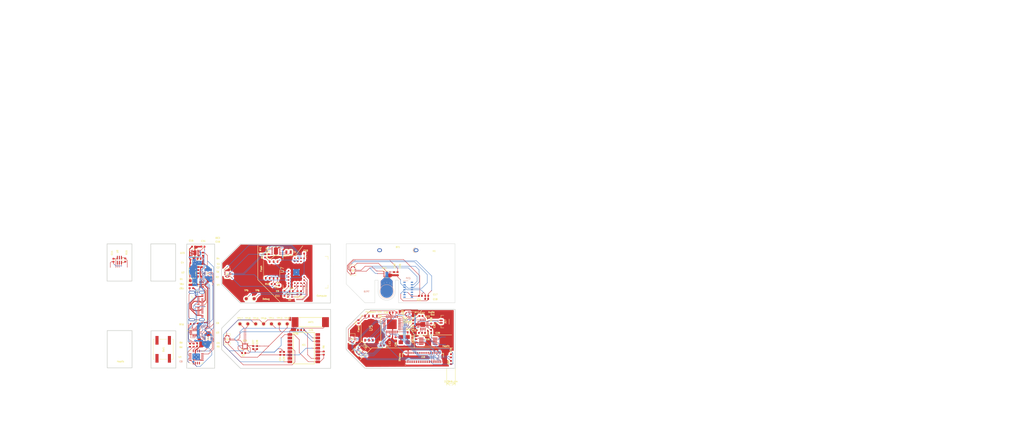
<source format=kicad_pcb>
(kicad_pcb (version 20221018) (generator pcbnew)
  (title_block (title "Herald V2 Wearable - All Boards") (company "The Herald Project") (comment 1 "Copyright 2020-2023") (comment 2 "Licensed under CERN OHL-V2-P"))
  (layers (0 "F.Cu" signal) (31 "B.Cu" signal) (34 "B.Paste" user) (35 "F.Paste" user) (36 "B.SilkS" user "B.Silkscreen") (37 "F.SilkS" user "F.Silkscreen") (38 "B.Mask" user) (39 "F.Mask" user) (44 "Edge.Cuts" user))
  (net 0 "")
  (net 1 "GND")
  (net 2 "VBUS")
  (net 3 "+BATT")
  (net 4 "/Standard Connector/BT_STAT")
  (net 5 "VDD")
  (net 6 "/Positioning Board V1/ANT_RF")
  (net 7 "Net-(ANT1-Pad1)")
  (net 8 "/Standard Connector/CH_STAT")
  (net 9 "Net-(D1-A)")
  (net 10 "Earth")
  (net 11 "GNDPWR")
  (net 12 "Net-(U2-PROG)")
  (net 13 "Net-(IC1-ANT_OFF)")
  (net 14 "Net-(U14-~{CS})")
  (net 15 "Net-(U4-USBDM)")
  (net 16 "/Standard Connector/USB_D-")
  (net 17 "/Standard Connector/USB_D+")
  (net 18 "Net-(U4-USBDP)")
  (net 19 "/Compute - Fanstel BC833M - Nordic Semi nRF52833 based/FLASH_RST")
  (net 20 "/Compute - Fanstel BC833M - Nordic Semi nRF52833 based/FLASH_WP")
  (net 21 "/Compute - Fanstel BC833M - Nordic Semi nRF52833 based/LED_B")
  (net 22 "Net-(D2-BK)")
  (net 23 "/Compute - Fanstel BC833M - Nordic Semi nRF52833 based/LED_G")
  (net 24 "Net-(D2-GK)")
  (net 25 "/Compute - Fanstel BC833M - Nordic Semi nRF52833 based/LED_R")
  (net 26 "Net-(D2-RK)")
  (net 27 "/Light Sensor Panel V1/LS_INT")
  (net 28 "/Compute - Fanstel BC833M - Nordic Semi nRF52833 based/SWDIO")
  (net 29 "/Compute - Fanstel BC833M - Nordic Semi nRF52833 based/SWDCLK")
  (net 30 "/Compute - Fanstel BC833M - Nordic Semi nRF52833 based/RTC_INT")
  (net 31 "/Bio Board V1/TMP_INT")
  (net 32 "/Bio Board V1/BIO_INT")
  (net 33 "/Bio Board V1/SDA")
  (net 34 "/Bio Board V1/SCL")
  (net 35 "/Positioning Board V1/POS_RESETn")
  (net 36 "/Positioning Board V1/ACC_INT1")
  (net 37 "/Positioning Board V1/ACC_INT2")
  (net 42 "/Button Panel V1/BTN_1")
  (net 43 "/Standard Connector/GPIO_3")
  (net 44 "/Standard Connector/GPIO_4")
  (net 45 "/Compute - Fanstel BC833M - Nordic Semi nRF52833 based/EXT_INT1")
  (net 46 "/Bio Board V1/INT_2")
  (net 47 "/Positioning Board V1/GNSS_INT")
  (net 48 "Net-(U13-CP)")
  (net 50 "Net-(U13-CN)")
  (net 51 "Net-(U16-REG)")
  (net 52 "Net-(U13-VSS)")
  (net 53 "Net-(U13-IN_L)")
  (net 54 "/Display Board V1/FB_AUDIO_PWM_LEFT")
  (net 55 "Net-(U10-XTAL1{slash}PB6)")
  (net 56 "Net-(U10-XTAL2{slash}PB7)")
  (net 57 "/Display Board V1/FB_AUDIO_PWM_RIGHT")
  (net 58 "Net-(U13-IN_R)")
  (net 59 "Net-(U10-AREF)")
  (net 61 "unconnected-(J16-Pad6)")
  (net 78 "Net-(U8-OSCI)")
  (net 79 "Net-(U8-OSCO)")
  (net 80 "/Standard Connector/RST_CONN")
  (net 92 "/Compute - Fanstel BC833M - Nordic Semi nRF52833 based/ACC_INT2")
  (net 93 "/Compute - Fanstel BC833M - Nordic Semi nRF52833 based/BT_STAT")
  (net 94 "/Compute - Fanstel BC833M - Nordic Semi nRF52833 based/FLASH_CS")
  (net 95 "/Compute - Fanstel BC833M - Nordic Semi nRF52833 based/MISO")
  (net 96 "/Compute - Fanstel BC833M - Nordic Semi nRF52833 based/MOSI")
  (net 97 "/Compute - Fanstel BC833M - Nordic Semi nRF52833 based/SCLK")
  (net 98 "/Compute - Fanstel BC833M - Nordic Semi nRF52833 based/USB_D-")
  (net 99 "/Compute - Fanstel BC833M - Nordic Semi nRF52833 based/ACC_INT1")
  (net 100 "/Compute - Fanstel BC833M - Nordic Semi nRF52833 based/USB_D+")
  (net 101 "/Compute - Fanstel BC833M - Nordic Semi nRF52833 based/NFC1")
  (net 102 "/Compute - Fanstel BC833M - Nordic Semi nRF52833 based/NFC2")
  (net 111 "+1V8")
  (net 126 "/Display Board V1/DISP_CSX")
  (net 127 "/Display Board V1/DISP_SDA")
  (net 128 "/Display Board V1/DISP_SDO")
  (net 129 "/Display Board V1/DISP_DCX")
  (net 130 "/Display Board V1/DISP_IM1+IM2")
  (net 131 "/Display Board V1/DISP_IM3")
  (net 132 "/Display Board V1/FB_SCL")
  (net 133 "/Display Board V1/FB_SPEAKER_OUT_LEFT")
  (net 134 "/Display Board V1/FB_SPEAKER_OUT_RIGHT")
  (net 135 "/Display Board V1/FB_FLASH_RST")
  (net 136 "Net-(U13-GAIN)")
  (net 137 "/Display Board V1/FB_FLASH_SEL")
  (net 138 "/Display Board V1/FB_FLASH_WP")
  (net 139 "/Display Board V1/FB_MOSI1")
  (net 140 "/Display Board V1/FB_SCK1")
  (net 141 "/Display Board V1/FB_AUDIO_SEL")
  (net 142 "/Display Board V1/FB_SS1")
  (net 143 "/Display Board V1/FB_MISO1")
  (net 144 "/Display Board V1/FB_VIBRATE_EN")
  (net 148 "/Display Board V1/FB_LRA+")
  (net 149 "/Display Board V1/FB_LRA-")
  (net 151 "/Standard Connector/INT_4")
  (net 152 "/Display Board V1/FB_LED_PWM")
  (net 153 "/Display Board V1/FB_AVR_RESET")
  (net 154 "/Display Board V1/FB_SCA")
  (net 155 "/Display Board V1/FB_INT")
  (net 156 "/Display Board V1/FB_TWI_RX")
  (net 157 "/Display Board V1/FB_TWI_TX")
  (net 162 "/Display Board V1/FB_SS0")
  (footprint "Herald:Herald_Battery_Solder_Pads" (layer "F.Cu") (at 159.2808 101.2444 180)
    (fp_text reference "BT1")
    (fp_text value "LiPo")
  )
  (footprint "Capacitor_SMD:C_0402_1005Metric" (layer "F.Cu") (at 168.6052 115.9256 180)
    (fp_text reference "C17")
    (fp_text value "10uF")
  )
  (footprint "Package_SO:VSSOP-10_3x3mm_P0.5mm" (layer "F.Cu") (at 169.037 130.556)
    (fp_text reference "U16")
    (fp_text value "DRV2605LDGS")
  )
  (footprint "Package_SON:WSON-8-1EP_2x2mm_P0.5mm_EP0.9x1.6mm" (layer "F.Cu") (at 155.772 108.998)
    (fp_text reference "U11")
    (fp_text value "TMP1075")
  )
  (footprint "Capacitor_SMD:C_0402_1005Metric" (layer "F.Cu") (at 112.67 132.588 -90)
    (fp_text reference "C27")
    (fp_text value "10uF")
  )
  (footprint "Crystal:Crystal_SMD_2012-2Pin_2.0x1.2mm" (layer "F.Cu") (at 124.079 101.854 180)
    (fp_text reference "Y1")
    (fp_text value "32.768kHz")
  )
  (footprint "Capacitor_SMD:C_0402_1005Metric" (layer "F.Cu") (at 117.6935 102.997 -90)
    (fp_text reference "C13")
    (fp_text value "100nF")
  )
  (footprint "Package_LGA:LGA-12_2x2mm_P0.5mm" (layer "F.Cu") (at 110.0328 132.207)
    (fp_text reference "U14")
    (fp_text value "LIS2DE12")
  )
  (footprint "Capacitor_SMD:C_0402_1005Metric" (layer "F.Cu") (at 165.5875 127.889 180)
    (fp_text reference "C23")
    (fp_text value "1uF 0402")
  )
  (footprint "Resistor_SMD:R_0402_1005Metric" (layer "F.Cu") (at 95.0976 132.207)
    (fp_text reference "R5")
    (fp_text value "10M")
  )
  (footprint "Package_DFN_QFN:QFN-32-1EP_5x5mm_P0.5mm_EP3.1x3.1mm" (layer "F.Cu") (at 157.353 125.095 90)
    (fp_text reference "U10")
    (fp_text value "ATmega328PB-M")
  )
  (footprint "Herald:QFN40P180X260X55-16N" (layer "F.Cu") (at 93.864 127.762)
    (fp_text reference "U3")
    (fp_text value "TCA6408A")
  )
  (footprint "TestPoint:TestPoint_Pad_D1.0mm" (layer "F.Cu") (at 108.4072 124.968)
    (fp_text reference "TP17")
    (fp_text value "ACCINT1")
  )
  (footprint "Capacitor_SMD:C_0402_1005Metric" (layer "F.Cu") (at 95.377 124.841)
    (fp_text reference "C6")
    (fp_text value "4.7uF")
  )
  (footprint "Capacitor_SMD:C_0402_1005Metric" (layer "F.Cu") (at 96.139 106.172 -90)
    (fp_text reference "C1")
    (fp_text value "4.7uF")
  )
  (footprint "Package_SON:WSON-8-1EP_6x5mm_P1.27mm_EP3.4x4mm" (layer "F.Cu") (at 118.618 107.5735 -90)
    (fp_text reference "U7")
    (fp_text value "MX25R6435F")
  )
  (footprint "Package_DFN_QFN:DFN-8-1EP_3x2mm_P0.5mm_EP1.75x1.45mm" (layer "F.Cu") (at 93.039678 108.07287 -90)
    (fp_text reference "U2")
    (fp_text value "MCP73831/2-2MC")
  )
  (footprint "Resistor_SMD:R_0402_1005Metric" (layer "F.Cu") (at 154.305 131.953)
    (fp_text reference "R17")
    (fp_text value "1k 0402")
  )
  (footprint "Herald:SOT-563" (layer "F.Cu") (at 96.012 112.28 90)
    (fp_text reference "U1")
    (fp_text value "DT1446-04V")
  )
  (footprint "Herald:EAWF03039S" (layer "F.Cu") (at 167.4016 136.0682)
    (fp_text reference "J16")
    (fp_text value "EA_WF030-39S" hide)
  )
  (footprint "Herald:USB_C_Receptacle_IPxx" (layer "F.Cu") (at 92.931178 119.19587 -90)
    (fp_text reference "J7")
    (fp_text value "USB_C_Receptacle_USB2.0")
  )
  (footprint "Herald:8-WSON_MAC" (layer "F.Cu") (at 150.622 126.3396 90)
    (fp_text reference "U5")
    (fp_text value "MX25R6435FZNIL0")
  )
  (footprint "TestPoint:TestPoint_Pad_D1.0mm" (layer "F.Cu") (at 110.9472 124.968)
    (fp_text reference "TP18")
    (fp_text value "ACCINT2")
  )
  (footprint "Capacitor_SMD:C_0402_1005Metric" (layer "F.Cu") (at 122.6192 134.48 90)
    (fp_text reference "C29")
    (fp_text value "100nF")
  )
  (footprint "Herald:HERALD_V2_CONN_PORT" (layer "F.Cu") (at 104.3562 129.8448 -90)
    (fp_text reference "J8")
    (fp_text value "HERALD_V2_CONN_PORT")
  )
  (footprint "LED_SMD:LED_0603_1608Metric" (layer "F.Cu") (at 93.218 111.06787)
    (fp_text reference "D1")
    (fp_text value "CHSTAT")
  )
  (footprint "Herald:SON40P200X200X80-11N" (layer "F.Cu") (at 93.916178 102.07)
    (fp_text reference "U15")
    (fp_text value "TLV751")
  )
  (footprint "Herald:DFN-10-1EP_2.6x2.6mm_P0.5mm_EP1.25x2.15mm" (layer "F.Cu") (at 120.015 101.473 180)
    (fp_text reference "U8")
    (fp_text value "PCF85063ATL")
  )
  (footprint "Resistor_SMD:R_0402_1005Metric" (layer "F.Cu") (at 124.923 114.443 180)
    (fp_text reference "R14")
    (fp_text value "1k")
  )
  (footprint "Crystal:Crystal_SMD_3225-4Pin_3.2x2.5mm" (layer "F.Cu") (at 161.333 130.048 180)
    (fp_text reference "Y2")
    (fp_text value "8Mhz")
  )
  (footprint "Capacitor_SMD:C_0402_1005Metric" (layer "F.Cu") (at 165.1 129.413 -90)
    (fp_text reference "C22")
    (fp_text value "1uF 0402")
  )
  (footprint "Capacitor_SMD:C_0402_1005Metric" (layer "F.Cu") (at 122.2756 115.9256 180)
    (fp_text reference "C11")
    (fp_text value "10uF")
  )
  (footprint "Resistor_SMD:R_0402_1005Metric" (layer "F.Cu") (at 126.955 114.951 -90)
    (fp_text reference "R13")
    (fp_text value "3.9k")
  )
  (footprint "Resistor_SMD:R_0402_1005Metric" (layer "F.Cu") (at 119.124 112.141 180)
    (fp_text reference "R10")
    (fp_text value "10k")
  )
  (footprint "Resistor_SMD:R_0402_1005Metric" (layer "F.Cu") (at 94.996 108.14287 -90)
    (fp_text reference "R1")
    (fp_text value "10k")
  )
  (footprint "Resistor_SMD:R_0402_1005Metric" (layer "F.Cu") (at 176.403 135.253 -90)
    (fp_text reference "R19")
    (fp_text value "10k 0402")
  )
  (footprint "Capacitor_SMD:C_0402_1005Metric" (layer "F.Cu") (at 167.5625 127.875 180)
    (fp_text reference "C7")
    (fp_text value "1uF 0402")
  )
  (footprint "Capacitor_SMD:C_0402_1005Metric" (layer "F.Cu") (at 159.353 121.2925)
    (fp_text reference "C34")
    (fp_text value "10uF 0402")
  )
  (footprint "Resistor_SMD:R_0402_1005Metric" (layer "F.Cu") (at 92.3585 131.8395 90)
    (fp_text reference "R8")
    (fp_text value "27")
  )
  (footprint "Capacitor_SMD:C_0402_1005Metric" (layer "F.Cu") (at 170.4875 126.875)
    (fp_text reference "C32")
    (fp_text value "1uF 0402")
  )
  (footprint "Connector_JST:JST_SUR_SM02B-SURS-TF_1x02-1MP_P0.80mm_Horizontal" (layer "F.Cu") (at 174.3875 124.25 90)
    (fp_text reference "J17")
    (fp_text value "JST_AUDIO_OUT")
  )
  (footprint "Resistor_SMD:R_0402_1005Metric" (layer "F.Cu") (at 95.25 104.013)
    (fp_text reference "R4")
    (fp_text value "6.8M")
  )
  (footprint "OptoDevice:Broadcom_DFN-6_2x2mm_P0.65mm" (layer "F.Cu") (at 69.581 104.4195 90)
    (fp_text reference "U9")
    (fp_text value "APDS-9250")
  )
  (footprint "Resistor_SMD:R_0402_1005Metric" (layer "F.Cu") (at 116.541 103.0732 -90)
    (fp_text reference "R11")
    (fp_text value "10k")
  )
  (footprint "Herald:NN02-224" (layer "F.Cu") (at 131.064 124.4092 180)
    (fp_text reference "ANT1")
    (fp_text value "~")
  )
  (footprint "TestPoint:TestPoint_Pad_D1.0mm" (layer "F.Cu") (at 118.5672 124.968)
    (fp_text reference "TP14")
    (fp_text value "SCL")
  )
  (footprint "Capacitor_SMD:C_0402_1005Metric" (layer "F.Cu") (at 121.4 134.48 90)
    (fp_text reference "C24")
    (fp_text value "56pF")
  )
  (footprint "Capacitor_SMD:C_0402_1005Metric" (layer "F.Cu") (at 162.941 127.6425 180)
    (fp_text reference "C36")
    (fp_text value "22pF 0402")
  )
  (footprint "TestPoint:TestPoint_Pad_D1.0mm" (layer "F.Cu") (at 113.4872 124.968)
    (fp_text reference "TP15")
    (fp_text value "POS_RESETn")
  )
  (footprint "Capacitor_SMD:C_0402_1005Metric" (layer "F.Cu") (at 156.591 129.413 90)
    (fp_text reference "C3")
    (fp_text value "100nF 0402")
  )
  (footprint "Capacitor_SMD:C_0402_1005Metric" (layer "F.Cu") (at 122.2756 114.3508 180)
    (fp_text reference "C9")
    (fp_text value "4.7uF")
  )
  (footprint "Capacitor_SMD:C_0402_1005Metric" (layer "F.Cu") (at 96.52 100.076)
    (fp_text reference "C31")
    (fp_text value "1uF")
  )
  (footprint "Capacitor_SMD:C_0402_1005Metric" (layer "F.Cu") (at 92.964 104.267 180)
    (fp_text reference "C16")
    (fp_text value "1uF")
  )
  (footprint "Capacitor_SMD:C_0402_1005Metric" (layer "F.Cu") (at 129.5908 102.3112)
    (fp_text reference "C10")
    (fp_text value "4.7uF")
  )
  (footprint "Capacitor_SMD:C_0402_1005Metric" (layer "F.Cu") (at 96.52 102.489 90)
    (fp_text reference "C30")
    (fp_text value "1uF")
  )
  (footprint "Herald:LED_Kingbright_APHF1608" (layer "F.Cu") (at 124.527 115.936)
    (fp_text reference "D2")
    (fp_text value "LED_ARBG")
  )
  (footprint "Herald:SON110P970X1010X230-18N" (layer "F.Cu") (at 128.998 132.799)
    (fp_text reference "IC1")
    (fp_text value "TESEO-LIV3F")
  )
  (footprint "Capacitor_SMD:C_0402_1005Metric" (layer "F.Cu") (at 166.751 122.428)
    (fp_text reference "C37")
    (fp_text value "2.2uF 0402")
  )
  (footprint "Package_DFN_QFN:TQFN-16-1EP_3x3mm_P0.5mm_EP1.6x1.6mm" (layer "F.Cu") (at 167.325 125.15)
    (fp_text reference "U13")
    (fp_text value "TPA6139A2RGTR")
  )
  (footprint "Capacitor_SMD:C_0402_1005Metric" (layer "F.Cu") (at 121.031 112.113 -90)
    (fp_text reference "C12")
    (fp_text value "100nF")
  )
  (footprint "Capacitor_SMD:C_0402_1005Metric" (layer "F.Cu") (at 128.6256 126.9492 180)
    (fp_text reference "C25")
    (fp_text value "120pF")
  )
  (footprint "Capacitor_SMD:C_0402_1005Metric" (layer "F.Cu") (at 92.931178 105.35287 180)
    (fp_text reference "C4")
    (fp_text value "4.7uF")
  )
  (footprint "Resistor_SMD:R_0402_1005Metric" (layer "F.Cu") (at 71.481 104.407 90)
    (fp_text reference "R15")
    (fp_text value "10k")
  )
  (footprint "Herald:HERALD_V2_CONN_PORT" (layer "F.Cu") (at 144.555 129.7756 -90)
    (fp_text reference "J9")
    (fp_text value "HERALD_V2_CONN_PORT")
  )
  (footprint "Resistor_SMD:R_0402_1005Metric" (layer "F.Cu") (at 93.5015 131.824 -90)
    (fp_text reference "R9")
    (fp_text value "27")
  )
  (footprint "Resistor_SMD:R_0402_1005Metric" (layer "F.Cu") (at 95.4004 109.66887)
    (fp_text reference "R2")
    (fp_text value "5.6k")
  )
  (footprint "Resistor_SMD:R_0402_1005Metric" (layer "F.Cu") (at 128.098 114.951 -90)
    (fp_text reference "R12")
    (fp_text value "0")
  )
  (footprint "TestPoint:TestPoint_Pad_D1.0mm" (layer "F.Cu") (at 110.445 116.856)
    (fp_text reference "TP5")
    (fp_text value "SWDIO")
  )
  (footprint "Herald:Fanstel_BC833x" (layer "F.Cu") (at 124.282 108.339 -90)
    (fp_text reference "U6")
    (fp_text value "BC833")
  )
  (footprint "Capacitor_SMD:C_0402_1005Metric" (layer "F.Cu") (at 158.553 129.7875 90)
    (fp_text reference "C35")
    (fp_text value "22pF 0402")
  )
  (footprint "Inductor_SMD:L_0402_1005Metric" (layer "F.Cu") (at 93.345 112.97287 90)
    (fp_text reference "FB2")
    (fp_text value "120R/0.6A")
  )
  (footprint "Capacitor_SMD:C_0402_1005Metric" (layer "F.Cu") (at 164.211 124.333 -90)
    (fp_text reference "C33")
    (fp_text value "2.2uF 0402")
  )
  (footprint "TestPoint:TestPoint_Pad_D1.0mm" (layer "F.Cu") (at 116.0272 124.968)
    (fp_text reference "TP16")
    (fp_text value "GND")
  )
  (footprint "Herald:HERALD_V2_CONN_PORT" (layer "F.Cu") (at 104.3562 108.762 -90)
    (fp_text reference "J5")
    (fp_text value "HERALD_V2_CONN_PORT")
  )
  (footprint "Herald:HERALD_V2_CONN_RECEPTACLE" (layer "F.Cu") (at 98.141 108.77 -90)
    (fp_text reference "J1")
    (fp_text value "HERALD_V2_CONN_RECEPTACLE")
  )
  (footprint "Resistor_SMD:R_0402_1005Metric" (layer "F.Cu") (at 146.6088 124.2568 -90)
    (fp_text reference "R3")
    (fp_text value "10k")
  )
  (footprint "Capacitor_SMD:C_0402_1005Metric" (layer "F.Cu") (at 126.5936 126.9492 180)
    (fp_text reference "C26")
    (fp_text value "Tune (~120pF)")
  )
  (footprint "TestPoint:TestPoint_Pad_D1.0mm" (layer "F.Cu") (at 121.1072 124.968)
    (fp_text reference "TP13")
    (fp_text value "SDA")
  )
  (footprint "Resistor_SMD:R_0402_1005Metric" (layer "F.Cu") (at 135.403 134.368 -90)
    (fp_text reference "R6")
    (fp_text value "10k")
  )
  (footprint "Capacitor_SMD:C_0402_1005Metric" (layer "F.Cu") (at 67.681 104.457 90)
    (fp_text reference "C14")
    (fp_text value "1uF")
  )
  (footprint "Resistor_SMD:R_0402_1005Metric" (layer "F.Cu") (at 170.053 125.349 -90)
    (fp_text reference "R18")
    (fp_text value "49.9k 0402")
  )
  (footprint "TestPoint:TestPoint_Pad_D1.0mm" (layer "F.Cu") (at 112.985 116.856)
    (fp_text reference "TP6")
    (fp_text value "SWDCLK")
  )
  (footprint "Resistor_SMD:R_0402_1005Metric" (layer "F.Cu") (at 176.403 137.412 90)
    (fp_text reference "R20")
    (fp_text value "10k 0402")
  )
  (footprint "Capacitor_SMD:C_0402_1005Metric" (layer "F.Cu") (at 94.996 106.172 -90)
    (fp_text reference "C2")
    (fp_text value "100nF/100V")
  )
  (footprint "Capacitor_SMD:C_0402_1005Metric" (layer "F.Cu") (at 170.5076 127.889)
    (fp_text reference "C39")
    (fp_text value "100nF 0402")
  )
  (footprint "TestPoint:TestPoint_Pad_D1.0mm" (layer "F.Cu") (at 123.6472 124.968)
    (fp_text reference "TP12")
    (fp_text value "VDD")
  )
  (footprint "Capacitor_SMD:C_0402_1005Metric" (layer "F.Cu") (at 159.201 108.753 90)
    (fp_text reference "C20")
    (fp_text value "4.7uF")
  )
  (footprint "Capacitor_SMD:C_0402_1005Metric" (layer "F.Cu") (at 168.5772 116.9416 180)
    (fp_text reference "C18")
    (fp_text value "100nF")
  )
  (footprint "Button_Switch_SMD:SW_Push_1P1T_NO_CK_KSC6xxJ" (layer "F.Cu") (at 83.693 133.161 90)
    (fp_text reference "SW1")
    (fp_text value "SW_Push")
  )
  (footprint "Herald:HERALD_V2_CONN_PORT" (layer "F.Cu") (at 144.822 107.6824 -90)
    (fp_text reference "J6")
    (fp_text value "HERALD_V2_CONN_PORT")
  )
  (footprint "Capacitor_SMD:C_0402_1005Metric" (layer "F.Cu") (at 93.472 100.076 180)
    (fp_text reference "C15")
    (fp_text value "1uF")
  )
  (footprint "Capacitor_SMD:C_0402_1005Metric" (layer "F.Cu") (at 158.058 108.753 90)
    (fp_text reference "C19")
    (fp_text value "100nF")
  )
  (footprint "Resistor_SMD:R_0402_1005Metric" (layer "F.Cu") (at 93.049 124.968 180)
    (fp_text reference "R16")
    (fp_text value "10k")
  )
  (footprint "Herald:MillSlot_8.0x1.0mm" (layer "F.Cu") (at 170.9928 103.124)
    (fp_text reference "H1")
    (fp_text value "ThermalSlot")
  )
  (footprint "Herald:HERALD_V2_CONN_PORT" (layer "F.Cu") (at 147.107868 133.704949 -135)
    (fp_text reference "J19")
    (fp_text value "FTDI_HERALD")
  )
  (footprint "Herald:HERALD_V2_CONN_PORT" (layer "F.Cu") (at 162.941 121.92 180)
    (fp_text reference "J18")
    (fp_text value "DEBUG_HERALD")
  )
  (footprint "Inductor_SMD:L_0402_1005Metric" (layer "F.Cu") (at 92.202 112.97287 90)
    (fp_text reference "FB1")
    (fp_text value "120R/0.6A")
  )
  (footprint "Package_DFN_QFN:QFN-16-1EP_4x4mm_P0.65mm_EP2.1x2.1mm" (layer "F.Cu") (at 94.36825 135.645 -90)
    (fp_text reference "U4")
    (fp_text value "FT201XQ")
  )
  (footprint "Herald:HERALD_V2_CONN_RECEPTACLE" (layer "F.Cu") (at 98.141 129.667 -90)
    (fp_text reference "J3")
    (fp_text value "HERALD_V2_CONN_RECEPTACLE")
  )
  (footprint "Resistor_SMD:R_0402_1005Metric" (layer "F.Cu") (at 109.622 134.366 180)
    (fp_text reference "R7")
    (fp_text value "10k")
  )
  (footprint "Capacitor_SMD:C_0402_1005Metric" (layer "F.Cu") (at 166.568 115.951)
    (fp_text reference "C21")
    (fp_text value "10uF")
  )
  (footprint "Capacitor_SMD:C_0402_1005Metric" (layer "F.Cu") (at 113.94 132.588 -90)
    (fp_text reference "C28")
    (fp_text value "100nF")
  )
  (footprint "Capacitor_SMD:C_0402_1005Metric" (layer "F.Cu") (at 95.0976 131.191)
    (fp_text reference "C5")
    (fp_text value "10nF")
  )
  (footprint "Capacitor_SMD:C_0402_1005Metric" (layer "F.Cu") (at 157.143 121.2925)
    (fp_text reference "C38")
    (fp_text value "100nF 0402")
  )
  (footprint "Herald:HERALD_V2_CONN_RECEPTACLE" (layer "B.Cu") (at 98.1456 129.6752 90)
    (fp_text reference "J4")
    (fp_text value "HERALD_V2_CONN_RECEPTACLE")
  )
  (footprint "Capacitor_SMD:C_0402_1005Metric" (layer "B.Cu") (at 93.40775 136.652 90)
    (fp_text reference "C8")
    (fp_text value "100nF")
  )
  (footprint "TestPoint:TestPoint_Pad_D4.0mm" (layer "B.Cu") (at 155.702 114.554 180)
    (fp_text reference "TP10")
    (fp_text value "ThPad")
  )
  (footprint "Herald:HERALD_V2_CONN_RECEPTACLE" (layer "B.Cu") (at 98.1456 108.7628 90)
    (fp_text reference "J2")
    (fp_text value "HERALD_V2_CONN_RECEPTACLE")
  )
  (footprint "OptoDevice:Maxim_OLGA-14_3.3x5.6mm_P0.8mm" (layer "B.Cu") (at 162.63 113.97 180)
    (fp_text reference "U12")
    (fp_text value "MAX30102")
  )
  (gr_line (start 163.576 124.714) (end 161.036 124.714) (stroke (width 0.15)) (layer "F.SilkS"))
  (gr_line (start 164.592 128.524) (end 164.592 132.715) (stroke (width 0.15)) (layer "F.SilkS"))
  (gr_line (start 164.592 128.524) (end 176.657 128.524) (stroke (width 0.15)) (layer "F.SilkS"))
  (gr_line (start 163.576 126.873) (end 164.592 128.524) (stroke (width 0.15)) (layer "F.SilkS"))
  (gr_line (start 114.173 110.744) (end 121.285 117.856) (stroke (width 0.15)) (layer "F.SilkS"))
  (gr_line (start 114.173 99.695) (end 114.173 110.744) (stroke (width 0.15)) (layer "F.SilkS"))
  (gr_line (start 117.221 102.108) (end 114.173 102.108) (stroke (width 0.15)) (layer "F.SilkS"))
  (gr_line (start 161.036 124.714) (end 161.036 120.523) (stroke (width 0.15)) (layer "F.SilkS"))
  (gr_line (start 163.576 123.825) (end 167.005 120.65) (stroke (width 0.15)) (layer "F.SilkS"))
  (gr_line (start 126.238 102.997) (end 119.634 102.997) (stroke (width 0.15)) (layer "F.SilkS"))
  (gr_line (start 118.364 104.013) (end 117.221 104.013) (stroke (width 0.15)) (layer "F.SilkS"))
  (gr_line (start 150.9395 132.715) (end 147.1295 136.5885) (stroke (width 0.15)) (layer "F.SilkS"))
  (gr_line (start 147.653375 130.540125) (end 150.542625 133.111875) (stroke (width 0.15)) (layer "F.SilkS"))
  (gr_line (start 163.576 123.825) (end 163.576 126.873) (stroke (width 0.15)) (layer "F.SilkS"))
  (gr_line (start 176.911 132.715) (end 150.9395 132.715) (stroke (width 0.15)) (layer "F.SilkS"))
  (gr_line (start 128.651 99.822) (end 126.238 102.997) (stroke (width 0.15)) (layer "F.SilkS"))
  (gr_line (start 119.634 102.997) (end 118.364 104.013) (stroke (width 0.15)) (layer "F.SilkS"))
  (gr_line (start 147.653375 130.540125) (end 144.399 133.731) (stroke (width 0.15)) (layer "F.SilkS"))
  (gr_line (start 117.221 104.013) (end 117.221 102.108) (stroke (width 0.15)) (layer "F.SilkS"))
  (gr_rect (start 79.757 127.192) (end 87.757 139.192) (stroke (width 0.2)) (fill none) (layer "Edge.Cuts"))
  (gr_poly (pts (xy 102.488952 105.3) (xy 102.488952 112.2) (xy 108.534152 118.25) (xy 137.586752 118.25) (xy 137.571 99.253) (xy 108.55 99.25)) (stroke (width 0.2)) (fill none) (layer "Edge.Cuts"))
  (gr_rect (start 65.618 99.187) (end 73.618 111.187) (stroke (width 0.2)) (fill none) (layer "Edge.Cuts"))
  (gr_poly (pts (xy 102.535005 126.348498) (xy 102.535005 133.248498) (xy 108.580205 139.298498) (xy 137.65 139.3) (xy 137.617053 120.301498) (xy 108.596053 120.298498)) (stroke (width 0.2)) (fill none) (layer "Edge.Cuts"))
  (gr_poly (pts (xy 142.657718 126.323) (xy 142.657718 133.223) (xy 148.702918 139.273) (xy 177.750011 139.2854) (xy 177.739766 120.276) (xy 163.229266 120.2745) (xy 148.718766 120.273)) (stroke (width 0.2)) (fill none) (layer "Edge.Cuts"))
  (gr_poly (pts (xy 142.647 112.1156) (xy 148.6916 118.187) (xy 151.892 118.187) (xy 151.892 110.871) (xy 152.908 110.871) (arc (start 152.910882 114.427131) (mid 155.702 117.348) (end 158.493118 114.427131)) (xy 158.496 110.871) (xy 159.512 110.871) (xy 159.512 118.187) (xy 177.699 118.187) (xy 177.699 99.137) (xy 142.647 99.137)) (stroke (width 0.1)) (fill none) (layer "Edge.Cuts"))
  (gr_rect (start 79.693 99.187) (end 87.693 111.187) (stroke (width 0.2)) (fill none) (layer "Edge.Cuts"))
  (gr_rect (start 65.66 127.127) (end 73.66 139.127) (stroke (width 0.2)) (fill none) (layer "Edge.Cuts"))
  (gr_rect (start 91.281178 99.25687) (end 100.281178 139.25687) (stroke (width 0.2)) (fill none) (layer "Edge.Cuts"))
  (gr_text "Feedback Ctrl" (at 151.511 121.412) (layer "F.SilkS") (effects (font (size 0.5 0.5) (thickness 0.125) bold) (justify bottom)))
  (gr_text "Flash" (at 115.57 107.188 90) (layer "F.SilkS") (effects (font (size 0.5 0.5) (thickness 0.125) bold) (justify bottom)))
  (gr_text "RTC" (at 115.316 100.838 90) (layer "F.SilkS") (effects (font (size 0.5 0.5) (thickness 0.125) bold) (justify bottom)))
  (gr_text "Haptic" (at 173.5328 132.3848) (layer "F.SilkS") (effects (font (size 0.5 0.5) (thickness 0.125) bold) (justify left bottom)))
  (gr_text "Display" (at 160.1724 137.1092 90) (layer "F.SilkS") (effects (font (size 0.5 0.5) (thickness 0.125) bold) (justify left bottom)))
  (gr_text "SPI\nDebug" (at 161.163 124.46) (layer "F.SilkS") (effects (font (size 0.5 0.5) (thickness 0.125) bold) (justify left bottom)))
  (gr_text "Compute" (at 134.747 116.205) (layer "F.SilkS") (effects (font (size 0.5 0.5) (thickness 0.125) bold) (justify bottom)))
  (gr_text "Debug" (at 116.84 117.221) (layer "F.SilkS") (effects (font (size 0.5 0.5) (thickness 0.125) bold) (justify bottom)))
  (gr_text "Haptic" (at 68.6816 137.3632) (layer "F.SilkS") (effects (font (size 0.5 0.5) (thickness 0.125) bold) (justify left bottom)))
  (gr_text "FTDI" (at 147.955 131.826 -45) (layer "F.SilkS") (effects (font (size 0.5 0.5) (thickness 0.125) bold) (justify left bottom)))
  (gr_text "Flash" (at 146.939 126.619 90) (layer "F.SilkS") (effects (font (size 0.5 0.5) (thickness 0.125) bold) (justify bottom)))
  (gr_text "Audio\nOut" (at 171.196 122.301) (layer "F.SilkS") (effects (font (size 0.5 0.5) (thickness 0.125) bold) (justify right bottom)))
  (dimension (type aligned) (layer "F.SilkS") (pts (xy 177.8 138.684) (xy 175.006 138.684)) (height -5.461) (gr_text "2.7940 mm" (at 176.403 143.52) (layer "F.SilkS") (effects (font (size 0.5 0.5) (thickness 0.3)))) (format (prefix "") (suffix "") (units 3) (units_format 1) (precision 4)) (style (thickness 0.15) (arrow_length 1.27) (text_position_mode 0) (extension_height 0.58642) (extension_offset 0.5) keep_text_aligned))
  (segment (start 68.431 104.132) (end 68.431 106.807) (width 0.127) (layer "F.Cu") (net 1))
  (segment (start 93.63313 112.48787) (end 93.345 112.48787) (width 0.127) (layer "F.Cu") (net 1))
  (segment (start 93.577208 108.6104) (end 93.039678 108.07287) (width 0.127) (layer "F.Cu") (net 1))
  (segment (start 169.594 125.4) (end 170.053 125.859) (width 0.3) (layer "F.Cu") (net 1))
  (segment (start 94.107 107.3912) (end 93.86333 107.63487) (width 0.3) (layer "F.Cu") (net 1))
  (segment (start 97.028 126.7968) (end 98.044 125.7808) (width 0.3) (layer "F.Cu") (net 1))
  (segment (start 159.833 121.2925) (end 160.6055 120.52) (width 0.3) (layer "F.Cu") (net 1))
  (segment (start 121.282223 99.965) (end 122.8758 99.965) (width 0.3) (layer "F.Cu") (net 1))
  (segment (start 97.181 109.87) (end 97.263 109.87) (width 0.127) (layer "F.Cu") (net 1))
  (segment (start 93.916178 103.923778) (end 94.0308 104.0384) (width 0.127) (layer "F.Cu") (net 1))
  (segment (start 94.509104 133.0815) (end 94.04325 133.547354) (width 0.3) (layer "F.Cu") (net 1))
  (segment (start 151.296 124.333) (end 149.391 126.238) (width 0.3) (layer "F.Cu") (net 1))
  (segment (start 94.0816 104.0892) (end 94.0308 104.0384) (width 0.127) (layer "F.Cu") (net 1))
  (segment (start 118.618 107.5735) (end 114.808 107.5735) (width 0.3) (layer "F.Cu") (net 1))
  (segment (start 104.648 128.6908) (end 104.652 128.6948) (width 0.127) (layer "F.Cu") (net 1))
  (segment (start 94.996 105.1052) (end 94.6912 104.8004) (width 0.3) (layer "F.Cu") (net 1))
  (segment (start 144.572 106.5324) (end 145.047 106.5324) (width 0.127) (layer "F.Cu") (net 1))
  (segment (start 119.339 107.464) (end 119.339 107.185288) (width 0.127) (layer "F.Cu") (net 1))
  (segment (start 96.04 100.076) (end 94.161 100.076) (width 0.3) (layer "F.Cu") (net 1))
  (segment (start 104.1006 128.7004) (end 104.606 128.7004) (width 0.127) (layer "F.Cu") (net 1))
  (segment (start 99.101 130.767) (end 98.751 130.767) (width 0.3) (layer "F.Cu") (net 1))
  (segment (start 94.111045 107.395245) (end 94.107 107.3912) (width 0.127) (layer "F.Cu") (net 1))
  (segment (start 170.053 125.859) (end 170.9675 126.7735) (width 0.3) (layer "F.Cu") (net 1))
  (segment (start 121.7956 114.3508) (end 119.4308 114.3508) (width 0.3) (layer "F.Cu") (net 1))
  (segment (start 110.7953 133.2997) (end 111.2012 133.7056) (width 0.127) (layer "F.Cu") (net 1))
  (segment (start 98.751 130.767) (end 98.141 131.377) (width 0.3) (layer "F.Cu") (net 1))
  (segment (start 161.7016 137.1882) (end 161.4266 137.1882) (width 0.3) (layer "F.Cu") (net 1))
  (segment (start 95.1992 105.1052) (end 95.4532 104.8512) (width 0.3) (layer "F.Cu") (net 1))
  (segment (start 122.6192 134) (end 121.4 134) (width 0.127) (layer "F.Cu") (net 1))
  (segment (start 155.022 109.748) (end 155.772 108.998) (width 0.127) (layer "F.Cu") (net 1))
  (segment (start 94.0816 104.7496) (end 94.0816 105.5624) (width 0.3) (layer "F.Cu") (net 1))
  (segment (start 112.67 133.068) (end 113.94 133.068) (width 0.127) (layer "F.Cu") (net 1))
  (segment (start 95.1992 105.1052) (end 95.1992 105.4888) (width 0.3) (layer "F.Cu") (net 1))
  (segment (start 122.0096 133.3904) (end 122.6192 134) (width 0.127) (layer "F.Cu") (net 1))
  (segment (start 92.931178 101.67) (end 93.516178 101.67) (width 0.3) (layer "F.Cu") (net 1))
  (segment (start 92.1004 107.3912) (end 92.358008 107.3912) (width 0.127) (layer "F.Cu") (net 1))
  (segment (start 167.048 115.2984) (end 167.048 115.951) (width 0.127) (layer "F.Cu") (net 1))
  (segment (start 166.837 131.056) (end 165.6 131.056) (width 0.3) (layer "F.Cu") (net 1))
  (segment (start 144.305 128.6256) (end 144.5768 128.6256) (width 0.3) (layer "F.Cu") (net 1))
  (segment (start 162.6016 134.3132) (end 162.6016 133.2646) (width 0.3) (layer "F.Cu") (net 1))
  (segment (start 126.164 125.599) (end 126.164 124.4092) (width 0.127) (layer "F.Cu") (net 1))
  (segment (start 125.4528 123.698) (end 117.2972 123.698) (width 0.127) (layer "F.Cu") (net 1))
  (segment (start 93.516178 101.67) (end 93.916178 102.07) (width 0.127) (layer "F.Cu") (net 1))
  (segment (start 167.075 124.9) (end 167.325 125.15) (width 0.3) (layer "F.Cu") (net 1))
  (segment (start 93.4212 110.1852) (end 94.0816 110.1852) (width 0.3) (layer "F.Cu") (net 1))
  (segment (start 145.322 106.8074) (end 145.047 106.5324) (width 0.127) (layer "F.Cu") (net 1))
  (segment (start 98.044 113.538) (end 96.774 112.268) (width 0.3) (layer "F.Cu") (net 1))
  (segment (start 93.516178 102.47) (end 93.916178 102.07) (width 0.127) (layer "F.Cu") (net 1))
  (segment (start 103.8062 128.9948) (end 104.1006 128.7004) (width 0.127) (layer "F.Cu") (net 1))
  (segment (start 97.98363 124.52037) (end 98.044 124.46) (width 0.127) (layer "F.Cu") (net 1))
  (segment (start 95.6625 132.207) (end 95.528618 132.207) (width 0.127) (layer "F.Cu") (net 1))
  (segment (start 165.8875 124.9) (end 167.075 124.9) (width 0.3) (layer "F.Cu") (net 1))
  (segment (start 156.663 121.696636) (end 157.103 122.136636) (width 0.3) (layer "F.Cu") (net 1))
  (segment (start 116.0272 124.968) (end 114.7572 123.698) (width 0.127) (layer "F.Cu") (net 1))
  (segment (start 126.164 124.4092) (end 125.4528 123.698) (width 0.127) (layer "F.Cu") (net 1))
  (segment (start 94.0562 111.9632) (end 94.107 112.014) (width 0.127) (layer "F.Cu") (net 1))
  (segment (start 147.32 132.715) (end 147.744264 132.715) (width 0.3) (layer "F.Cu") (net 1))
  (segment (start 125.082 103.839) (end 124.72 103.477) (width 0.3) (layer "F.Cu") (net 1))
  (segment (start 120.015 101.473) (end 120.015 103.477) (width 0.3) (layer "F.Cu") (net 1))
  (segment (start 156.722 108.748) (end 156.022 108.748) (width 0.127) (layer "F.Cu") (net 1))
  (segment (start 93.039678 108.07287) (end 92.789678 108.32287) (width 0.127) (layer "F.Cu") (net 1))
  (segment (start 94.6404 112.6236) (end 94.6404 112.5474) (width 0.127) (layer "F.Cu") (net 1))
  (segment (start 135.403 134.878) (end 133.619 134.878) (width 0.127) (layer "F.Cu") (net 1))
  (segment (start 107.823 123.698) (end 104.127 127.394) (width 0.127) (layer "F.Cu") (net 1))
  (segment (start 68.586 103.977) (end 68.431 104.132) (width 0.127) (layer "F.Cu") (net 1))
  (segment (start 94.36825 135.645) (end 95.34325 136.62) (width 0.3) (layer "F.Cu") (net 1))
  (segment (start 96.17763 124.52037) (end 95.857 124.841) (width 0.3) (layer "F.Cu") (net 1))
  (segment (start 145.322 106.8824) (end 145.322 106.8074) (width 0.127) (layer "F.Cu") (net 1))
  (segment (start 93.916178 100.328) (end 93.916178 102.07) (width 0.3) (layer "F.Cu") (net 1))
  (segment (start 95.8596 104.8512) (end 96.0628 105.0544) (width 0.3) (layer "F.Cu") (net 1))
  (segment (start 95.114498 129.153785) (end 95.010785 129.153785) (width 0.3) (layer "F.Cu") (net 1))
  (segment (start 94.111045 108.1024) (end 93.069208 108.1024) (width 0.3) (layer "F.Cu") (net 1))
  (segment (start 95.1992 105.1052) (end 94.996 105.1052) (width 0.127) (layer "F.Cu") (net 1))
  (segment (start 92.1004 108.6612) (end 92.1004 108.0516) (width 0.3) (layer "F.Cu") (net 1))
  (segment (start 92.1004 108.6612) (end 92.451348 108.6612) (width 0.127) (layer "F.Cu") (net 1))
  (segment (start 110.7953 132.457) (end 110.7953 132.957) (width 0.127) (layer "F.Cu") (net 1))
  (segment (start 98.044 125.7808) (end 98.044 124.46) (width 0.3) (layer "F.Cu") (net 1))
  (segment (start 96.012 113.03) (end 96.012 112.54179) (width 0.3) (layer "F.Cu") (net 1))
  (segment (start 130.0708 104.8502) (end 127.4935 107.4275) (width 0.3) (layer "F.Cu") (net 1))
  (segment (start 156.663 121.2925) (end 156.663 121.696636) (width 0.3) (layer "F.Cu") (net 1))
  (segment (start 93.98 105.664) (end 93.722308 105.664) (width 0.3) (layer "F.Cu") (net 1))
  (segment (start 96.52 105.311) (end 96.139 105.692) (width 0.3) (layer "F.Cu") (net 1))
  (segment (start 167.575 125.4) (end 167.325 125.15) (width 0.3) (layer "F.Cu") (net 1))
  (segment (start 152.527 128.2446) (end 150.622 126.3396) (width 0.3) (layer "F.Cu") (net 1))
  (segment (start 156.722 109.248) (end 156.022 109.248) (width 0.127) (layer "F.Cu") (net 1))
  (segment (start 157.607 129.667) (end 157.603 129.663) (width 0.3) (layer "F.Cu") (net 1))
  (segment (start 110.7828 132.9695) (end 110.7953 132.957) (width 0.127) (layer "F.Cu") (net 1))
  (segment (start 67.681 103.977) (end 68.586 103.977) (width 0.127) (layer "F.Cu") (net 1))
  (segment (start 118.839 107.464) (end 118.839 106.992248) (width 0.127) (layer "F.Cu") (net 1))
  (segment (start 162.6016 134.3132) (end 162.6016 135.2632) (width 0.3) (layer "F.Cu") (net 1))
  (segment (start 104.8968 107.9546) (end 104.8562 107.9952) (width 0.127) (layer "F.Cu") (net 1))
  (segment (start 121.412 111.252) (end 121.031 111.633) (width 0.3) (layer "F.Cu") (net 1))
  (segment (start 93.98 112.141) (end 94.107 112.014) (width 0.127) (layer "F.Cu") (net 1))
  (segment (start 170.9675 126.7735) (end 170.9675 126.875) (width 0.3) (layer "F.Cu") (net 1))
  (segment (start 133.619 134.878) (end 133.498 134.999) (width 0.127) (layer "F.Cu") (net 1))
  (segment (start 95.114498 129.153785) (end 95.6325 129.671787) (width 0.3) (layer "F.Cu") (net 1))
  (segment (start 144.78 128.7006) (end 145.055 128.9756) (width 0.3) (layer "F.Cu") (net 1))
  (segment (start 94.34867 107.63287) (end 94.963178 107.63287) (width 0.3) (layer "F.Cu") (net 1))
  (segment (start 163.791 121.37) (end 163.791 120.785024) (width 0.3) (layer "F.Cu") (net 1))
  (segment (start 113.3348 133.7328) (end 112.67 133.068) (width 0.127) (layer "F.Cu") (net 1))
  (segment (start 112.559 132.957) (end 112.67 133.068) (width 0.127) (layer "F.Cu") (net 1))
  (segment (start 98.141 111.5106) (end 97.3836 112.268) (width 0.3) (layer "F.Cu") (net 1))
  (segment (start 122.0096 133.3904) (end 121.6192 133) (width 0.127) (layer "F.Cu") (net 1))
  (segment (start 94.107 107.3912) (end 94.34867 107.63287) (width 0.3) (layer "F.Cu") (net 1))
  (segment (start 164.973 125.476) (end 165.290636 125.476) (width 0.3) (layer "F.Cu") (net 1))
  (segment (start 98.141 110.48) (end 98.491 110.48) (width 0.3) (layer "F.Cu") (net 1))
  (segment (start 160.147 110.744) (end 159.201 109.798) (width 0.127) (layer "F.Cu") (net 1))
  (segment (start 119.2276 106.603648) (end 119.2276 106.5784) (width 0.127) (layer "F.Cu") (net 1))
  (segment (start 94.04325 135.32) (end 94.36825 135.645) (width 0.3) (layer "F.Cu") (net 1))
  (segment (start 104.5812 128.6948) (end 104.8562 128.9698) (width 0.127) (layer "F.Cu") (net 1))
  (segment (start 118.919752 107.5735) (end 121.412 110.065748) (width 0.3) (layer "F.Cu") (net 1))
  (segment (start 117.684 106.061) (end 117.6746 106.0704) (width 0.3) (layer "F.Cu") (net 1))
  (segment (start 124.8138 126.9492) (end 124.498 127.265) (width 0.127) (layer "F.Cu") (net 1))
  (segment (start 95.4532 104.8512) (end 95.8596 104.8512) (width 0.3) (layer "F.Cu") (net 1))
  (segment (start 165.204752 124.9) (end 165.8875 124.9) (width 0.3) (layer "F.Cu") (net 1))
  (segment (start 167.5384 114.808) (end 167.048 115.2984) (width 0.127) (layer "F.Cu") (net 1))
  (segment (start 158.058 109.233) (end 156.737 109.233) (width 0.127) (layer "F.Cu") (net 1))
  (segment (start 94.0816 104.7496) (end 94.6404 104.7496) (width 0.3) (layer "F.Cu") (net 1))
  (segment (start 98.141 131.377) (end 97.531 130.767) (width 0.3) (layer "F.Cu") (net 1))
  (segment (start 127.529 130.048) (end 125.88 128.399) (width 0.127) (layer "F.Cu") (net 1))
  (segment (start 92.1004 108.0516) (end 92.1004 107.3912) (width 0.3) (layer "F.Cu") (net 1))
  (segment (start 93.86333 107.63487) (end 93.731678 107.63487) (width 0.3) (layer "F.Cu") (net 1))
  (segment (start 126.1136 126.9492) (end 124.8138 126.9492) (width 0.127) (layer "F.Cu") (net 1))
  (segment (start 96.52 102.969) (end 96.52 105.311) (width 0.3) (layer "F.Cu") (net 1))
  (segment (start 124.498 128.399) (end 124.498 127.265) (width 0.127) (layer "F.Cu") (net 1))
  (segment (start 116.713 105.6685) (end 118.618 107.5735) (width 0.3) (layer "F.Cu") (net 1))
  (segment (start 97.873 110.48) (end 98.141 110.48) (width 0.3) (layer "F.Cu") (net 1))
  (segment (start 157.103 124.845) (end 157.353 125.095) (width 0.3) (layer "F.Cu") (net 1))
  (segment (start 96.0628 105.6158) (end 96.139 105.692) (width 0.127) (layer "F.Cu") (net 1))
  (segment (start 122.828 128.399) (end 124.498 128.399) (width 0.127) (layer "F.Cu") (net 1))
  (segment (start 96.570059 124.52037) (end 97.98363 124.52037) (width 0.3) (layer "F.Cu") (net 1))
  (segment (start 148.08014 133.439784) (end 148.027107 133.492817) (width 0.3) (layer "F.Cu") (net 1))
  (segment (start 93.444 104.267) (end 93.444 105.320048) (width 0.127) (layer "F.Cu") (net 1))
  (segment (start 94.38625 135.645) (end 94.36825 135.645) (width 0.127) (layer "F.Cu") (net 1))
  (segment (start 144.78 128.6256) (end 144.78 128.7006) (width 0.3) (layer "F.Cu") (net 1))
  (segment (start 167.075 125.4) (end 167.325 125.15) (width 0.3) (layer "F.Cu") (net 1))
  (segment (start 130.0708 102.3112) (end 130.0708 104.8502) (width 0.3) (layer "F.Cu") (net 1))
  (segment (start 152.527 130.2385) (end 152.527 130.937) (width 0.3) (layer "F.Cu") (net 1))
  (segment (start 127.529 134.239) (end 127.529 130.048) (width 0.127) (layer "F.Cu") (net 1))
  (segment (start 104.8562 107.9952) (end 104.8562 107.9202) (width 0.127) (layer "F.Cu") (net 1))
  (segment (start 93.444 104.267) (end 93.8022 104.267) (width 0.3) (layer "F.Cu") (net 1))
  (segment (start 97.263 109.87) (end 97.873 110.48) (width 0.3) (layer "F.Cu") (net 1))
  (segment (start 124.9172 106.68) (end 119.5115 106.68) (width 0.3) (layer "F.Cu") (net 1))
  (segment (start 168.7625 125.4) (end 167.575 125.4) (width 0.3) (layer "F.Cu") (net 1))
  (segment (start 155.0416 107.442) (end 155.016 107.442) (width 0.127) (layer "F.Cu") (net 1))
  (segment (start 95.1992 105.4888) (end 94.996 105.692) (width 0.3) (layer "F.Cu") (net 1))
  (segment (start 104.127 127.394) (end 104.127 128.6964) (width 0.127) (layer "F.Cu") (net 1))
  (segment (start 110.2828 132.9695) (end 110.7828 132.9695) (width 0.127) (layer "F.Cu") (net 1))
  (segment (start 104.8562 107.8737) (end 104.5812 107.5987) (width 0.3) (layer "F.Cu") (net 1))
  (segment (start 113.3348 134.0612) (end 113.3348 133.7328) (width 0.127) (layer "F.Cu") (net 1))
  (segment (start 94.04325 133.695) (end 94.04325 135.32) (width 0.3) (layer "F.Cu") (net 1))
  (segment (start 160.6055 120.52) (end 163.449 120.52) (width 0.3) (layer "F.Cu") (net 1))
  (segment (start 121.7956 114.3508) (end 121.7956 115.9256) (width 0.3) (layer "F.Cu") (net 1))
  (segment (start 122.8758 100.7712) (end 122.8758 99.965) (width 0.3) (layer "F.Cu") (net 1))
  (segment (start 68.586 103.977) (end 68.931 103.632) (width 0.127) (layer "F.Cu") (net 1))
  (segment (start 110.7953 132.957) (end 110.7953 133.2997) (width 0.127) (layer "F.Cu") (net 1))
  (segment (start 98.044 124.46) (end 98.044 113.538) (width 0.3) (layer "F.Cu") (net 1))
  (segment (start 155.772 108.998) (end 155.772 108.198) (width 0.127) (layer "F.Cu") (net 1))
  (segment (start 96.139 105.692) (end 96.929 105.692) (width 0.3) (layer "F.Cu") (net 1))
  (segment (start 104.3684 107.5735) (end 104.3432 107.5987) (width 0.3) (layer "F.Cu") (net 1))
  (segment (start 93.069208 108.1024) (end 93.039678 108.07287) (width 0.127) (layer "F.Cu") (net 1))
  (segment (start 116.713 104.911) (end 116.713 105.6685) (width 0.3) (layer "F.Cu") (net 1))
  (segment (start 121.6192 133) (end 120.6 133) (width 0.127) (layer "F.Cu") (net 1))
  (segment (start 154.822 109.748) (end 155.022 109.748) (width 0.127) (layer "F.Cu") (net 1))
  (segment (start 96.28579 112.268) (end 96.517048 112.268) (width 0.127) (layer "F.Cu") (net 1))
  (segment (start 98.141 110.48) (end 98.141 111.5106) (width 0.3) (layer "F.Cu") (net 1))
  (segment (start 165.8875 125.4) (end 167.075 125.4) (width 0.3) (layer "F.Cu") (net 1))
  (segment (start 144.5768 128.6256) (end 144.78 128.6256) (width 0.127) (layer "F.Cu") (net 1))
  (segment (start 152.527 130.2385) (end 152.527 128.2446) (width 0.3) (layer "F.Cu") (net 1))
  (segment (start 124.72 103.477) (end 120.015 103.477) (width 0.3) (layer "F.Cu") (net 1))
  (segment (start 119.2276 106.5784) (end 119.252848 106.5784) (width 0.127) (layer "F.Cu") (net 1))
  (segment (start 168.1252 115.3948) (end 167.5384 114.808) (width 0.127) (layer "F.Cu") (net 1))
  (segment (start 119.589 106.064) (end 117.687 106.064) (width 0.3) (layer "F.Cu") (net 1))
  (segment (start 124.498 127.265) (end 126.164 125.599) (width 0.127) (layer "F.Cu") (net 1))
  (segment (start 94.0816 104.7496) (end 94.0816 104.0892) (width 0.3) (layer "F.Cu") (net 1))
  (segment (start 94.36825 135.645) (end 94.39325 135.62) (width 0.127) (layer "F.Cu") (net 1))
  (segment (start 166.837 131.056) (end 168.775 131.056) (width 0.3) (layer "F.Cu") (net 1))
  (segment (start 95.010785 129.153785) (end 94.464 128.607) (width 0.3) (layer "F.Cu") (net 1))
  (segment (start 146.317 105.4656) (end 146.3218 105.4608) (width 0.127) (layer "F.Cu") (net 1))
  (segment (start 164.374752 125.73) (end 165.204752 124.9) (width 0.3) (layer "F.Cu") (net 1))
  (segment (start 93.722308 105.664) (end 93.411178 105.35287) (width 0.3) (layer "F.Cu") (net 1))
  (segment (start 119.4308 114.3508) (end 114.808 109.728) (width 0.3) (layer "F.Cu") (net 1))
  (segment (start 133.498 137.199) (end 134.223 137.199) (width 0.127) (layer "F.Cu") (net 1))
  (segment (start 122.174 101.473) (end 122.8758 100.7712) (width 0.3) (layer "F.Cu") (net 1))
  (segment (start 93.018408 108.0516) (end 93.039678 108.07287) (width 0.127) (layer "F.Cu") (net 1))
  (segment (start 155.0416 107.4676) (end 155.0416 107.442) (width 0.127) (layer "F.Cu") (net 1))
  (segment (start 120.015 101.473) (end 120.015 99.822) (width 0.3) (layer "F.Cu") (net 1))
  (segment (start 172.2016 134.3132) (end 172.2016 133.3604) (width 0.3) (layer "F.Cu") (net 1))
  (segment (start 165.290636 125.476) (end 164.401636 126.365) (width 0.3) (layer "F.Cu") (net 1))
  (segment (start 94.361 112.268) (end 96.517048 112.268) (width 0.3) (layer "F.Cu") (net 1))
  (segment (start 125.88 128.399) (end 124.498 128.399) (width 0.127) (layer "F.Cu") (net 1))
  (segment (start 114.808 109.728) (end 114.808 107.5735) (width 0.3) (layer "F.Cu") (net 1))
  (segment (start 152.527 130.937) (end 151.892 131.572) (width 0.3) (layer "F.Cu") (net 1))
  (segment (start 92.931178 102.47) (end 93.516178 102.47) (width 0.3) (layer "F.Cu") (net 1))
  (segment (start 146.1138 105.4656) (end 145.047 106.5324) (width 0.127) (layer "F.Cu") (net 1))
  (segment (start 96.774 112.268) (end 96.517048 112.268) (width 0.127) (layer "F.Cu") (net 1))
  (segment (start 155.016 107.442) (end 155.016 107.442) (width 0.127) (layer "F.Cu") (net 1))
  (segment (start 155.772 108.198) (end 155.0416 107.4676) (width 0.127) (layer "F.Cu") (net 1))
  (segment (start 133.498 137.199) (end 130.489 137.199) (width 0.127) (layer "F.Cu") (net 1))
  (segment (start 120.0404 106.7816) (end 120.0843 106.8255) (width 0.127) (layer "F.Cu") (net 1))
  (segment (start 110.261 133.09858) (end 110.261 132.9695) (width 0.127) (layer "F.Cu") (net 1))
  (segment (start 171.0016 134.3132) (end 171.0016 133.1634) (width 0.3) (layer "F.Cu") (net 1))
  (segment (start 93.218 105.546048) (end 93.411178 105.35287) (width 0.127) (layer "F.Cu") (net 1))
  (segment (start 96.0565 130.767) (end 95.6325 131.191) (width 0.3) (layer "F.Cu") (net 1))
  (segment (start 146.3218 105.4608) (end 153.0604 105.4608) (width 0.127) (layer "F.Cu") (net 1))
  (segment (start 134.223 137.199) (end 135.403 136.019) (width 0.127) (layer "F.Cu") (net 1))
  (segment (start 117.2972 123.698) (end 116.0272 124.968) (width 0.127) (layer "F.Cu") (net 1))
  (segment (start 94.111045 108.6104) (end 93.577208 108.6104) (width 0.3) (layer "F.Cu") (net 1))
  (segment (start 122.6192 134) (end 122.5202 134.099) (width 0.127) (layer "F.Cu") (net 1))
  (segment (start 120.015 101.232223) (end 121.282223 99.965) (width 0.3) (layer "F.Cu") (net 1))
  (segment (start 168.7625 125.4) (end 169.594 125.4) (width 0.3) (layer "F.Cu") (net 1))
  (segment (start 118.839 106.992248) (end 119.2276 106.603648) (width 0.127) (layer "F.Cu") (net 1))
  (segment (start 135.403 136.019) (end 135.403 134.878) (width 0.127) (layer "F.Cu") (net 1))
  (segment (start 94.111045 108.6104) (end 94.111045 108.1024) (width 0.3) (layer "F.Cu") (net 1))
  (segment (start 95.528618 132.207) (end 94.654118 133.0815) (width 0.3) (layer "F.Cu") (net 1))
  (segment (start 157.603 127.5325) (end 157.603 125.345) (width 0.3) (layer "F.Cu") (net 1))
  (segment (start 163.449 120.52) (end 165.605 120.52) (width 0.3) (layer "F.Cu") (net 1))
  (segment (start 94.36825 135.645) (end 94.373448 135.639802) (width 0.127) (layer "F.Cu") (net 1))
  (segment (start 96.570059 124.52037) (end 96.17763 124.52037) (width 0.3) (layer "F.Cu") (net 1))
  (segment (start 113.3348 134.0612) (end 113.3348 133.6732) (width 0.127) (layer "F.Cu") (net 1))
  (segment (start 92.1004 108.0516) (end 93.018408 108.0516) (width 0.3) (layer "F.Cu") (net 1))
  (segment (start 147.986 128.9756) (end 150.622 126.3396) (width 0.3) (layer "F.Cu") (net 1))
  (segment (start 96.0628 105.0544) (end 96.0628 105.6158) (width 0.3) (layer "F.Cu") (net 1))
  (segment (start 168.0972 116.9416) (end 168.0972 115.9536) (width 0.127) (layer "F.Cu") (net 1))
  (segment (start 104.1195 107.5987) (end 103.8062 107.912) (width 0.3) (layer "F.Cu") (net 1))
  (segment (start 95.34325 136.62) (end 96.31825 136.62) (width 0.3) (layer "F.Cu") (net 1))
  (segment (start 121.687 129.54) (end 122.828 128.399) (width 0.127) (layer "F.Cu") (net 1))
  (segment (start 145.055 128.9756) (end 147.986 128.9756) (width 0.3) (layer "F.Cu") (net 1))
  (segment (start 153.0604 105.4608) (end 155.0416 107.442) (width 0.127) (layer "F.Cu") (net 1))
  (segment (start 94.107 112.014) (end 94.361 112.268) (width 0.3) (layer "F.Cu") (net 1))
  (segment (start 168.783 131.064) (end 168.775 131.056) (width 0.3) (layer "F.Cu") (net 1))
  (segment (start 163.791 120.785024) (end 163.525976 120.52) (width 0.3) (layer "F.Cu") (net 1))
  (segment (start 164.401636 126.365) (end 164.211 126.365) (width 0.3) (layer "F.Cu") (net 1))
  (segment (start 96.012 112.54179) (end 96.28579 112.268) (width 0.3) (layer "F.Cu") (net 1))
  (segment (start 147.744264 132.715) (end 148.08014 133.050875) (width 0.3) (layer "F.Cu") (net 1))
  (segment (start 156.022 109.248) (end 155.772 108.998) (width 0.127) (layer "F.Cu") (net 1))
  (segment (start 168.0972 115.9536) (end 168.1252 115.9256) (width 0.127) (layer "F.Cu") (net 1))
  (segment (start 162.6016 135.2632) (end 161.0516 136.8132) (width 0.3) (layer "F.Cu") (net 1))
  (segment (start 94.6404 112.5474) (end 94.107 112.014) (width 0.3) (layer "F.Cu") (net 1))
  (segment (start 94.107 112.014) (end 93.63313 112.48787) (width 0.3) (layer "F.Cu") (net 1))
  (segment (start 93.4212 111.9632) (end 94.0562 111.9632) (width 0.3) (layer "F.Cu") (net 1))
  (segment (start 96.139 105.692) (end 94.996 105.692) (width 0.3) (layer "F.Cu") (net 1))
  (segment (start 165.366636 125.4) (end 165.290636 125.476) (width 0.3) (layer "F.Cu") (net 1))
  (segment (start 171.237 130.556) (end 169.545 130.556) (width 0.3) (layer "F.Cu") (net 1))
  (segment (start 157.103 122.136636) (end 157.103 122.6575) (width 0.3) (layer "F.Cu") (net 1))
  (segment (start 97.3836 112.268) (end 96.647 112.268) (width 0.3) (layer "F.Cu") (net 1))
  (segment (start 157.103 122.6575) (end 157.103 124.845) (width 0.3) (layer "F.Cu") (net 1))
  (segment (start 94.04325 133.547354) (end 94.04325 133.695) (width 0.127) (layer "F.Cu") (net 1))
  (segment (start 165.605 120.52) (end 166.243 121.158) (width 0.3) (layer "F.Cu") (net 1))
  (segment (start 120.015 103.477) (end 117.6935 103.477) (width 0.3) (layer "F.Cu") (net 1))
  (segment (start 114.7572 123.698) (end 107.823 123.698) (width 0.127) (layer "F.Cu") (net 1))
  (segment (start 118.618 107.5735) (end 118.919752 107.5735) (width 0.3) (layer "F.Cu") (net 1))
  (segment (start 95.6325 129.671787) (end 95.6325 131.191) (width 0.3) (layer "F.Cu") (net 1))
  (segment (start 95.6325 131.191) (end 95.6325 132.0785) (width 0.3) (layer "F.Cu") (net 1))
  (segment (start 94.654118 133.0815) (end 94.509104 133.0815) (width 0.3) (layer "F.Cu") (net 1))
  (segment (start 144.005 128.9256) (end 144.305 128.6256) (width 0.3) (layer "F.Cu") (net 1))
  (segment (start 157.603 127.5325) (end 157.603 129.663) (width 0.3) (layer "F.Cu") (net 1))
  (segment (start 94.963178 107.63287) (end 94.967178 107.63687) (width 0.127) (layer "F.Cu") (net 1))
  (segment (start 119.5115 106.68) (end 118.618 107.5735) (width 0.3) (layer "F.Cu") (net 1))
  (segment (start 163.525976 120.52) (end 163.449 120.52) (width 0.3) (layer "F.Cu") (net 1))
  (segment (start 164.091 122.145) (end 164.016 122.145) (width 0.3) (layer "F.Cu") (net 1))
  (segment (start 159.201 109.798) (end 159.201 109.233) (width 0.127) (layer "F.Cu") (net 1))
  (segment (start 156.022 108.748) (end 155.772 108.998) (width 0.127) (layer "F.Cu") (net 1))
  (segment (start 94.0816 105.5624) (end 93.98 105.664) (width 0.3) (layer "F.Cu") (net 1))
  (segment (start 122.0096 133.3904) (end 121.4 134) (width 0.127) (layer "F.Cu") (net 1))
  (segment (start 120.015 101.473) (end 120.015 101.232223) (width 0.3) (layer "F.Cu") (net 1))
  (segment (start 125.6792 107.442) (end 124.9172 106.68) (width 0.3) (layer "F.Cu") (net 1))
  (segment (start 93.345 112.48787) (end 92.202 112.48787) (width 0.3) (layer "F.Cu") (net 1))
  (segment (start 165.6 131.056) (end 165.354 130.81) (width 0.3) (layer "F.Cu") (net 1))
  (segment (start 170.9675 126.875) (end 170.9675 127.8689) (width 0.3) (layer "F.Cu") (net 1))
  (segment (start 119.742688 106.7816) (end 120.0404 106.7816) (width 0.127) (layer "F.Cu") (net 1))
  (segment (start 93.916178 102.07) (end 93.916178 103.923778) (width 0.3) (layer "F.Cu") (net 1))
  (segment (start 92.358008 107.3912) (end 93.039678 108.07287) (width 0.127) (layer "F.Cu") (net 1))
  (segment (start 164.091 121.67) (end 164.091 122.145) (width 0.3) (layer "F.Cu") (net 1))
  (segment (start 130.489 137.199) (end 127.529 134.239) (width 0.127) (layer "F.Cu") (net 1))
  (segment (start 93.8022 104.267) (end 94.0308 104.0384) (width 0.3) (layer "F.Cu") (net 1))
  (segment (start 156.722 109.748) (end 156.522 109.748) (width 0.127) (layer "F.Cu") (net 1))
  (segment (start 94.6404 104.7496) (end 94.6912 104.8004) (width 0.127) (layer "F.Cu") (net 1))
  (segment (start 144.272 106.8324) (end 144.572 106.5324) (width 0.127) (layer "F.Cu") (net 1))
  (segment (start 92.789678 108.32287) (end 92.789678 109.52287) (width 0.3) (layer "F.Cu") (net 1))
  (segment (start 98.491 110.48) (end 99.101 109.87) (width 0.3) (layer "F.Cu") (net 1))
  (segment (start 104.8562 128.9698) (end 104.8562 129.0448) (width 0.127) (layer "F.Cu") (net 1))
  (segment (start 148.08014 133.050875) (end 148.08014 133.439784) (width 0.3) (layer "F.Cu") (net 1))
  (segment (start 163.791 121.37) (end 164.091 121.67) (width 0.3) (layer "F.Cu") (net 1))
  (segment (start 114.808 107.5735) (end 104.3684 107.5735) (width 0.3) (layer "F.Cu") (net 1))
  (segment (start 165.8875 125.4) (end 165.366636 125.4) (width 0.3) (layer "F.Cu") (net 1))
  (segment (start 113.3348 133.6732) (end 113.94 133.068) (width 0.127) (layer "F.Cu") (net 1))
  (segment (start 156.522 109.748) (end 155.772 108.998) (width 0.127) (layer "F.Cu") (net 1))
  (segment (start 121.412 110.065748) (end 121.412 111.252) (width 0.3) (layer "F.Cu") (net 1))
  (segment (start 124.498 128.399) (end 124.509 128.388) (width 0.127) (layer "F.Cu") (net 1))
  (segment (start 94.111045 108.1024) (end 94.111045 107.395245) (width 0.3) (layer "F.Cu") (net 1))
  (segment (start 157.603 125.345) (end 157.353 125.095) (width 0.3) (layer "F.Cu") (net 1))
  (segment (start 104.5812 107.5987) (end 104.1195 107.5987) (width 0.3) (layer "F.Cu") (net 1))
  (segment (start 146.317 105.4656) (end 146.1138 105.4656) (width 0.127) (layer "F.Cu") (net 1))
  (segment (start 93.444 105.320048) (end 93.411178 105.35287) (width 0.127) (layer "F.Cu") (net 1))
  (segment (start 159.201 109.233) (end 158.058 109.233) (width 0.127) (layer "F.Cu") (net 1))
  (segment (start 164.016 122.145) (end 163.741 122.42) (width 0.3) (layer "F.Cu") (net 1))
  (segment (start 156.737 109.233) (end 156.722 109.248) (width 0.127) (layer "F.Cu") (net 1))
  (segment (start 161.4266 137.1882) (end 161.0516 136.8132) (width 0.3) (layer "F.Cu") (net 1))
  (segment (start 170.9675 127.8689) (end 170.9876 127.889) (width 0.3) (layer "F.Cu") (net 1))
  (segment (start 92.451348 108.6612) (end 93.039678 108.07287) (width 0.127) (layer "F.Cu") (net 1))
  (segment (start 168.1252 115.9256) (end 168.1252 115.3948) (width 0.127) (layer "F.Cu") (net 1))
  (segment (start 97.531 130.767) (end 96.0565 130.767) (width 0.3) (layer "F.Cu") (net 1))
  (segment (start 96.929 105.692) (end 97.409 106.172) (width 0.3) (layer "F.Cu") (net 1))
  (segment (start 119.339 107.185288) (end 119.742688 106.7816) (width 0.127) (layer "F.Cu") (net 1))
  (via (at 164.973 125.476) (size 0.25) (drill 0.15) (layers "F.Cu" "B.Cu") (net 1))
  (via (at 92.1004 108.6612) (size 0.5) (drill 0.25) (layers "F.Cu" "B.Cu") (net 1))
  (via (at 127.508 109.2708) (size 0.5) (drill 0.25) (layers "F.Cu" "B.Cu") (net 1))
  (via (at 94.8944 135.0772) (size 0.5) (drill 0.25) (layers "F.Cu" "B.Cu") (net 1))
  (via (at 97.409 106.172) (size 0.5) (drill 0.25) (layers "F.Cu" "B.Cu") (net 1))
  (via (at 94.107 112.014) (size 0.5) (drill 0.25) (layers "F.Cu" "B.Cu") (net 1))
  (via (at 125.6792 109.2708) (size 0.5) (drill 0.25) (layers "F.Cu" "B.Cu") (net 1))
  (via (at 96.0628 105.0544) (size 0.5) (drill 0.25) (layers "F.Cu" "B.Cu") (net 1))
  (via (at 95.1992 105.1052) (size 0.5) (drill 0.25) (layers "F.Cu" "B.Cu") (net 1))
  (via (at 120.6 133) (size 0.25) (drill 0.15) (layers "F.Cu" "B.Cu") (net 1))
  (via (at 97.028 126.7968) (size 0.5) (drill 0.25) (layers "F.Cu" "B.Cu") (net 1))
  (via (at 93.98 105.664) (size 0.5) (drill 0.25) (layers "F.Cu" "B.Cu") (net 1))
  (via (at 122.174 103.477) (size 0.5) (drill 0.25) (layers "F.Cu" "B.Cu") (net 1))
  (via (at 94.36825 135.645) (size 0.5) (drill 0.25) (layers "F.Cu" "B.Cu") (net 1))
  (via (at 94.0816 110.1852) (size 0.5) (drill 0.25) (layers "F.Cu" "B.Cu") (net 1))
  (via (at 157.3784 112.1664) (size 0.25) (drill 0.15) (layers "F.Cu" "B.Cu") (net 1))
  (via (at 94.8944 136.2456) (size 0.5) (drill 0.25) (layers "F.Cu" "B.Cu") (net 1))
  (via (at 94.107 107.3912) (size 0.5) (drill 0.25) (layers "F.Cu" "B.Cu") (net 1))
  (via (at 94.111045 108.6104) (size 0.5) (drill 0.25) (layers "F.Cu" "B.Cu") (net 1))
  (via (at 94.0308 104.0384) (size 0.5) (drill 0.25) (layers "F.Cu" "B.Cu") (net 1))
  (via (at 95.114498 129.153785) (size 0.5) (drill 0.25) (layers "F.Cu" "B.Cu") (net 1))
  (via (at 94.6404 112.6236) (size 0.5) (drill 0.25) (layers "F.Cu" "B.Cu") (net 1))
  (via (at 93.8276 135.0772) (size 0.5) (drill 0.25) (layers "F.Cu" "B.Cu") (net 1))
  (via (at 167.5384 114.808) (size 0.25) (drill 0.15) (layers "F.Cu" "B.Cu") (net 1))
  (via (at 160.147 110.744) (size 0.25) (drill 0.15) (layers "F.Cu" "B.Cu") (net 1))
  (via (at 93.8276 136.2456) (size 0.5) (drill 0.25) (layers "F.Cu" "B.Cu") (net 1))
  (via (at 156.6672 111.8108) (size 0.25) (drill 0.15) (layers "F.Cu" "B.Cu") (net 1))
  (via (at 154.8384 111.8108) (size 0.25) (drill 0.15) (layers "F.Cu" "B.Cu") (net 1))
  (via (at 122.174 101.473) (size 0.5) (drill 0.25) (layers "F.Cu" "B.Cu") (net 1))
  (via (at 154.0256 112.1664) (size 0.25) (drill 0.15) (layers "F.Cu" "B.Cu") (net 1))
  (via (at 126.5936 108.3564) (size 0.5) (drill 0.25) (layers "F.Cu" "B.Cu") (net 1))
  (via (at 155.702 111.6076) (size 0.25) (drill 0.15) (layers "F.Cu" "B.Cu") (net 1))
  (via (at 111.2012 133.7056) (size 0.25) (drill 0.15) (layers "F.Cu" "B.Cu") (net 1))
  (via (at 96.570059 124.52037) (size 0.5) (drill 0.25) (layers "F.Cu" "B.Cu") (net 1))
  (via (at 113.3348 134.0612) (size 0.25) (drill 0.15) (layers "F.Cu" "B.Cu") (net 1))
  (via (at 125.6792 107.442) (size 0.5) (drill 0.25) (layers "F.Cu" "B.Cu") (net 1))
  (via (at 164.846 122.047) (size 0.25) (drill 0.15) (layers "F.Cu" "B.Cu") (net 1))
  (via (at 93.4212 104.8004) (size 0.5) (drill 0.25) (layers "F.Cu" "B.Cu") (net 1))
  (via (at 93.4212 110.1852) (size 0.5) (drill 0.25) (layers "F.Cu" "B.Cu") (net 1))
  (via (at 127.4935 107.4275) (size 0.5) (drill 0.25) (layers "F.Cu" "B.Cu") (net 1))
  (via (at 94.782431 129.564937) (size 0.5) (drill 0.25) (layers "F.Cu" "B.Cu") (net 1))
  (via (at 93.4212 111.9632) (size 0.5) (drill 0.25) (layers "F.Cu" "B.Cu") (net 1))
  (via (at 94.0816 104.7496) (size 0.5) (drill 0.25) (layers "F.Cu" "B.Cu") (net 1))
  (via (at 92.1004 107.3912) (size 0.5) (drill 0.25) (layers "F.Cu" "B.Cu") (net 1))
  (via (at 121.687 129.54) (size 0.25) (drill 0.15) (layers "F.Cu" "B.Cu") (net 1))
  (segment (start 93.98 105.664) (end 94.0816 105.5624) (width 0.3) (layer "B.Cu") (net 1))
  (segment (start 97.0788 126.7968) (end 97.028 126.7968) (width 0.127) (layer "B.Cu") (net 1))
  (segment (start 113.3348 134.0612) (end 111.5568 134.0612) (width 0.127) (layer "B.Cu") (net 1))
  (segment (start 157.3784 112.8776) (end 155.702 114.554) (width 0.127) (layer "B.Cu") (net 1))
  (segment (start 121.687 131.913) (end 119.5468 134.0532) (width 0.127) (layer "B.Cu") (net 1))
  (segment (start 93.8276 136.2456) (end 93.48135 136.2456) (width 0.3) (layer "B.Cu") (net 1))
  (segment (start 97.028 126.8476) (end 98.1456 127.9652) (width 0.3) (layer "B.Cu") (net 1))
  (segment (start 160.147 111.887) (end 161.43 113.17) (width 0.127) (layer "B.Cu") (net 1))
  (segment (start 167.5384 114.808) (end 166.7004 113.97) (width 0.127) (layer "B.Cu") (net 1))
  (segment (start 93.48135 136.2456) (end 93.40775 136.172) (width 0.3) (layer "B.Cu") (net 1))
  (segment (start 120.6 133) (end 119.5468 134.0532) (width 0.127) (layer "B.Cu") (net 1))
  (segment (start 154.0256 112.8776) (end 155.702 114.554) (width 0.127) (layer "B.Cu") (net 1))
  (segment (start 98.1456 106.9086) (end 98.1456 107.0528) (width 0.127) (layer "B.Cu") (net 1))
  (segment (start 97.124175 126.842175) (end 97.0788 126.7968) (width 0.127) (layer "B.Cu") (net 1))
  (segment (start 166.7004 113.97) (end 163.83 113.97) (width 0.127) (layer "B.Cu") (net 1))
  (segment (start 94.0816 105.5624) (end 94.0816 104.7496) (width 0.3) (layer "B.Cu") (net 1))
  (segment (start 94.107 107.3912) (end 94.107 105.791) (width 0.3) (layer "B.Cu") (net 1))
  (segment (start 164.846 125.349) (end 164.973 125.476) (width 0.3) (layer "B.Cu") (net 1))
  (segment (start 96.570059 124.52037) (end 95.25 125.840429) (width 0.3) (layer "B.Cu") (net 1))
  (segment (start 98.1456 107.0528) (end 97.7956 107.0528) (width 0.3) (layer "B.Cu") (net 1))
  (segment (start 119.5468 134.0532) (end 115.85 134.0532) (width 0.127) (layer "B.Cu") (net 1))
  (segment (start 98.1456 107.0528) (end 98.4956 107.0528) (width 0.3) (layer "B.Cu") (net 1))
  (segment (start 122.174 103.477) (end 122.174 101.473) (width 0.3) (layer "B.Cu") (net 1))
  (segment (start 157.3784 112.1664) (end 157.3784 112.8776) (width 0.127) (layer "B.Cu") (net 1))
  (segment (start 98.4956 107.0528) (end 99.1056 107.6628) (width 0.3) (layer "B.Cu") (net 1))
  (segment (start 154.8384 111.8108) (end 154.8384 113.6904) (width 0.127) (layer "B.Cu") (net 1))
  (segment (start 95.25 129.018283) (end 95.114498 129.153785) (width 0.127) (layer "B.Cu") (net 1))
  (segment (start 162.23 113.97) (end 161.43 113.17) (width 0.127) (layer "B.Cu") (net 1))
  (segment (start 97.028 126.7968) (end 97.028 126.8476) (width 0.127) (layer "B.Cu") (net 1))
  (segment (start 156.6672 113.5888) (end 155.702 114.554) (width 0.127) (layer "B.Cu") (net 1))
  (segment (start 95.25 125.840429) (end 95.25 129.018283) (width 0.3) (layer "B.Cu") (net 1))
  (segment (start 111.5568 134.0612) (end 111.2012 133.7056) (width 0.127) (layer "B.Cu") (net 1))
  (segment (start 155.702 111.6076) (end 155.702 114.554) (width 0.127) (layer "B.Cu") (net 1))
  (segment (start 121.687 129.54) (end 121.687 131.913) (width 0.127) (layer "B.Cu") (net 1))
  (segment (start 163.83 113.97) (end 162.23 113.97) (width 0.127) (layer "B.Cu") (net 1))
  (segment (start 97.409 106.172) (end 98.1456 106.9086) (width 0.3) (layer "B.Cu") (net 1))
  (segment (start 98.1456 127.9652) (end 98.4956 127.9652) (width 0.3) (layer "B.Cu") (net 1))
  (segment (start 97.7956 107.0528) (end 97.1856 107.6628) (width 0.3) (layer "B.Cu") (net 1))
  (segment (start 117.6725 106.0725) (end 117.684 106.061) (width 0.127) (layer "B.Cu") (net 1))
  (segment (start 94.107 105.791) (end 93.98 105.664) (width 0.3) (layer "B.Cu") (net 1))
  (segment (start 113.3348 134.0612) (end 113.3928 134.0032) (width 0.127) (layer "B.Cu") (net 1))
  (segment (start 119.5468 134.0532) (end 113.3928 134.0532) (width 0.127) (layer "B.Cu") (net 1))
  (segment (start 164.846 122.047) (end 164.846 125.349) (width 0.3) (layer "B.Cu") (net 1))
  (segment (start 154.0256 112.1664) (end 154.0256 112.8776) (width 0.127) (layer "B.Cu") (net 1))
  (segment (start 94.107 107.3912) (end 94.107 112.014) (width 0.3) (layer "B.Cu") (net 1))
  (segment (start 97.5356 128.5752) (end 98.1456 127.9652) (width 0.3) (layer "B.Cu") (net 1))
  (segment (start 97.1856 128.5752) (end 97.5356 128.5752) (width 0.3) (layer "B.Cu") (net 1))
  (segment (start 154.8384 113.6904) (end 155.702 114.554) (width 0.127) (layer "B.Cu") (net 1))
  (segment (start 156.6672 111.8108) (end 156.6672 113.5888) (width 0.127) (layer "B.Cu") (net 1))
  (segment (start 98.4956 127.9652) (end 99.1056 128.5752) (width 0.3) (layer "B.Cu") (net 1))
  (segment (start 160.147 110.744) (end 160.147 111.887) (width 0.127) (layer "B.Cu") (net 1))
  (segment (start 95.9104 110.5916) (end 95.9104 109.66887) (width 0.3) (layer "F.Cu") (net 2))
  (segment (start 95.719558 117.94587) (end 95.469558 117.69587) (width 0.3) (layer "F.Cu") (net 2))
  (segment (start 97.244678 114.415078) (end 97.244678 117.334522) (width 0.3) (layer "F.Cu") (net 2))
  (segment (start 92.815178 118.54987) (end 92.815178 119.905094) (width 0.3) (layer "F.Cu") (net 2))
  (segment (start 95.9104 109.66887) (end 95.7072 109.46567) (width 0.3) (layer "F.Cu") (net 2))
  (segment (start 95.8596 110.6424) (end 96.012 110.7948) (width 0.127) (layer "F.Cu") (net 2))
  (segment (start 96.012 110.7948) (end 96.012 111.53) (width 0.3) (layer "F.Cu") (net 2))
  (segment (start 124.082 112.839) (end 124.082 113.0244) (width 0.127) (layer "F.Cu") (net 2))
  (segment (start 96.63333 117.94587) (end 95.719558 117.94587) (width 0.3) (layer "F.Cu") (net 2))
  (segment (start 94.996 106.652) (end 93.818808 106.652) (width 0.3) (layer "F.Cu") (net 2))
  (segment (start 124.082 113.0244) (end 122.7556 114.3508) (width 0.127) (layer "F.Cu") (net 2))
  (segment (start 96.719264 113.973736) (end 96.803336 113.973736) (width 0.127) (layer "F.Cu") (net 2))
  (segment (start 93.669178 117.69587) (end 92.815178 118.54987) (width 0.3) (layer "F.Cu") (net 2))
  (segment (start 96.139 106.652) (end 94.996 106.652) (width 0.3) (layer "F.Cu") (net 2))
  (segment (start 93.605954 120.69587) (end 95.469558 120.69587) (width 0.3) (layer "F.Cu") (net 2))
  (segment (start 124.082 111.839) (end 124.082 112.839) (width 0.127) (layer "F.Cu") (net 2))
  (segment (start 96.803336 113.973736) (end 97.244678 114.415078) (width 0.3) (layer "F.Cu") (net 2))
  (segment (start 97.244678 117.334522) (end 96.63333 117.94587) (width 0.3) (layer "F.Cu") (net 2))
  (segment (start 95.469558 117.69587) (end 93.669178 117.69587) (width 0.3) (layer "F.Cu") (net 2))
  (segment (start 95.7072 109.46567) (end 95.7072 107.0838) (width 0.3) (layer "F.Cu") (net 2))
  (segment (start 92.815178 119.905094) (end 93.605954 120.69587) (width 0.3) (layer "F.Cu") (net 2))
  (segment (start 95.8596 110.6424) (end 95.9104 110.5916) (width 0.127) (layer "F.Cu") (net 2))
  (segment (start 95.979178 109.54387) (end 95.901178 109.54387) (width 0.127) (layer "F.Cu") (net 2))
  (segment (start 95.469558 120.69587) (end 95.719558 120.44587) (width 0.3) (layer "F.Cu") (net 2))
  (segment (start 95.7072 107.0838) (end 96.139 106.652) (width 0.3) (layer "F.Cu") (net 2))
  (segment (start 95.719558 120.44587) (end 96.179178 120.44587) (width 0.3) (layer "F.Cu") (net 2))
  (segment (start 93.818808 106.652) (end 93.789678 106.62287) (width 0.127) (layer "F.Cu") (net 2))
  (segment (start 93.289678 106.62287) (end 93.789678 106.62287) (width 0.3) (layer "F.Cu") (net 2))
  (via (at 96.719264 113.973736) (size 0.5) (drill 0.25) (layers "F.Cu" "B.Cu") (net 2))
  (via (at 95.8596 110.6424) (size 0.5) (drill 0.25) (layers "F.Cu" "B.Cu") (net 2))
  (segment (start 95.8596 113.114072) (end 96.719264 113.973736) (width 0.3) (layer "B.Cu") (net 2))
  (segment (start 95.8596 110.6424) (end 95.8596 113.114072) (width 0.3) (layer "B.Cu") (net 2))
  (segment (start 92.169178 102.87) (end 92.204178 102.905) (width 0.127) (layer "F.Cu") (net 3))
  (segment (start 92.451178 105.35287) (end 92.451178 104.299822) (width 0.3) (layer "F.Cu") (net 3))
  (segment (start 92.451178 104.299822) (end 92.484 104.267) (width 0.127) (layer "F.Cu") (net 3))
  (segment (start 92.169178 102.87) (end 92.169178 103.952178) (width 0.3) (layer "F.Cu") (net 3))
  (segment (start 92.169178 102.108) (end 92.169178 102.87) (width 0.3) (layer "F.Cu") (net 3))
  (segment (start 92.789678 106.62287) (end 92.289678 106.62287) (width 0.3) (layer "F.Cu") (net 3))
  (segment (start 94.74 104.013) (end 95.1992 103.5538) (width 0.3) (layer "F.Cu") (net 3))
  (segment (start 92.207178 102.07) (end 92.169178 102.108) (width 0.127) (layer "F.Cu") (net 3))
  (segment (start 92.169178 100.898822) (end 92.169178 102.108) (width 0.3) (layer "F.Cu") (net 3))
  (segment (start 92.169178 103.952178) (end 92.484 104.267) (width 0.3) (layer "F.Cu") (net 3))
  (segment (start 92.289678 105.51437) (end 92.289678 106.62287) (width 0.3) (layer "F.Cu") (net 3))
  (segment (start 95.1992 103.168022) (end 94.901178 102.87) (width 0.3) (layer "F.Cu") (net 3))
  (segment (start 92.931178 102.07) (end 92.207178 102.07) (width 0.3) (layer "F.Cu") (net 3))
  (segment (start 95.631 102.743) (end 95.504 102.87) (width 0.3) (layer "F.Cu") (net 3))
  (segment (start 95.504 102.87) (end 94.901178 102.87) (width 0.3) (layer "F.Cu") (net 3))
  (segment (start 92.992 100.076) (end 92.169178 100.898822) (width 0.3) (layer "F.Cu") (net 3))
  (segment (start 92.204178 102.905) (end 92.931178 102.905) (width 0.3) (layer "F.Cu") (net 3))
  (segment (start 95.631 101.67) (end 94.901178 101.67) (width 0.3) (layer "F.Cu") (net 3))
  (segment (start 95.1992 103.5538) (end 95.1992 103.168022) (width 0.3) (layer "F.Cu") (net 3))
  (segment (start 92.451178 105.35287) (end 92.289678 105.51437) (width 0.127) (layer "F.Cu") (net 3))
  (via (at 95.631 102.743) (size 0.5) (drill 0.25) (layers "F.Cu" "B.Cu") (net 3))
  (via (at 95.631 101.67) (size 0.5) (drill 0.25) (layers "F.Cu" "B.Cu") (net 3))
  (via (at 95.1992 103.4288) (size 0.5) (drill 0.25) (layers "F.Cu" "B.Cu") (net 3))
  (via (at 92.169178 103.5304) (size 0.5) (drill 0.25) (layers "F.Cu" "B.Cu") (net 3))
  (segment (start 95.631 101.67) (end 95.758 101.797) (width 0.3) (layer "B.Cu") (net 3))
  (segment (start 92.169178 103.5304) (end 92.270778 103.4288) (width 0.127) (layer "B.Cu") (net 3))
  (segment (start 92.270778 103.4288) (end 95.1992 103.4288) (width 0.3) (layer "B.Cu") (net 3))
  (segment (start 95.758 102.616) (end 95.631 102.743) (width 0.127) (layer "B.Cu") (net 3))
  (segment (start 95.758 101.797) (end 95.758 102.616) (width 0.3) (layer "B.Cu") (net 3))
  (segment (start 93.39325 133.37795) (end 93.39325 133.695) (width 0.127) (layer "F.Cu") (net 4))
  (segment (start 92.3175 130.2905) (end 92.618579 130.2905) (width 0.127) (layer "F.Cu") (net 4))
  (segment (start 91.7448 129.7178) (end 92.3175 130.2905) (width 0.127) (layer "F.Cu") (net 4))
  (segment (start 94.6425 132.1287) (end 93.39325 133.37795) (width 0.127) (layer "F.Cu") (net 4))
  (segment (start 93.011079 130.683) (end 94.1096 130.683) (width 0.127) (layer "F.Cu") (net 4))
  (segment (start 95.76 103.503) (end 95.76 104.013) (width 0.127) (layer "F.Cu") (net 4))
  (segment (start 92.618579 130.2905) (end 93.011079 130.683) (width 0.127) (layer "F.Cu") (net 4))
  (segment (start 94.6425 131.2159) (end 94.6425 132.1287) (width 0.127) (layer "F.Cu") (net 4))
  (segment (start 91.7448 124.9172) (end 91.7448 129.7178) (width 0.127) (layer "F.Cu") (net 4))
  (segment (start 95.885 103.378) (end 95.76 103.503) (width 0.127) (layer "F.Cu") (net 4))
  (segment (start 91.7956 124.8664) (end 91.7448 124.9172) (width 0.127) (layer "F.Cu") (net 4))
  (segment (start 94.1096 130.683) (end 94.6425 131.2159) (width 0.127) (layer "F.Cu") (net 4))
  (via (at 91.7956 124.8664) (size 0.25) (drill 0.15) (layers "F.Cu" "B.Cu") (net 4))
  (via (at 95.885 103.378) (size 0.25) (drill 0.15) (layers "F.Cu" "B.Cu") (net 4))
  (segment (start 91.7956 124.8664) (end 91.705678 124.776478) (width 0.127) (layer "B.Cu") (net 4))
  (segment (start 94.617 114.123921) (end 95.4532 113.287721) (width 0.127) (layer "B.Cu") (net 4))
  (segment (start 95.4532 108.025418) (end 96.6724 106.806218) (width 0.127) (layer "B.Cu") (net 4))
  (segment (start 91.705678 118.526401) (end 94.617 115.615079) (width 0.127) (layer "B.Cu") (net 4))
  (segment (start 91.705678 124.776478) (end 91.705678 118.526401) (width 0.127) (layer "B.Cu") (net 4))
  (segment (start 96.6724 104.1654) (end 95.885 103.378) (width 0.127) (layer "B.Cu") (net 4))
  (segment (start 94.617 115.615079) (end 94.617 114.123921) (width 0.127) (layer "B.Cu") (net 4))
  (segment (start 95.4532 113.287721) (end 95.4532 108.025418) (width 0.127) (layer "B.Cu") (net 4))
  (segment (start 96.6724 106.806218) (end 96.6724 104.1654) (width 0.127) (layer "B.Cu") (net 4))
  (segment (start 104.8562 130.6448) (end 104.606 130.895) (width 0.127) (layer "F.Cu") (net 5))
  (segment (start 98.5012 127.508) (end 98.5012 127.5968) (width 0.127) (layer "F.Cu") (net 5))
  (segment (start 108.7628 135.6868) (end 114.1382 135.6868) (width 0.127) (layer "F.Cu") (net 5))
  (segment (start 146.117919 133.917081) (end 145.677838 133.477) (width 0.127) (layer "F.Cu") (net 5))
  (segment (start 162.3016 136.97162) (end 162.3016 137.1882) (width 0.127) (layer "F.Cu") (net 5))
  (segment (start 92.668 126.508) (end 93.204 125.972) (width 0.127) (layer "F.Cu") (net 5))
  (segment (start 120.086 112.593) (end 119.634 112.141) (width 0.127) (layer "F.Cu") (net 5))
  (segment (start 92.619 127.162) (end 92.619 127.562) (width 0.127) (layer "F.Cu") (net 5))
  (segment (start 124.498 134.999) (end 124.498 136.099) (width 0.127) (layer "F.Cu") (net 5))
  (segment (start 161.791 122.145) (end 161.791 121.67) (width 0.127) (layer "F.Cu") (net 5))
  (segment (start 158.873 121.2925) (end 159.4465 121.866) (width 0.127) (layer "F.Cu") (net 5))
  (segment (start 105.2564 109.562) (end 104.8562 109.562) (width 0.127) (layer "F.Cu") (net 5))
  (segment (start 156.591 128.840356) (end 157.103 128.328356) (width 0.127) (layer "F.Cu") (net 5))
  (segment (start 143.0105 108.1109) (end 143.0105 106.1212) (width 0.127) (layer "F.Cu") (net 5))
  (segment (start 112.67 132.108) (end 113.94 132.108) (width 0.127) (layer "F.Cu") (net 5))
  (segment (start 94.47475 138.6725) (end 94.04325 138.241) (width 0.127) (layer "F.Cu") (net 5))
  (segment (start 66.675 105.283) (end 66.675 106.807) (width 0.127) (layer "F.Cu") (net 5))
  (segment (start 98.1456 132.588) (end 97.0386 133.695) (width 0.127) (layer "F.Cu") (net 5))
  (segment (start 114.65 135.175) (end 117.720556 132.104444) (width 0.127) (layer "F.Cu") (net 5))
  (segment (start 70.231 106.299) (end 70.231 105.207) (width 0.127) (layer "F.Cu") (net 5))
  (segment (start 115.189 102.5632) (end 116.541 102.5632) (width 0.127) (layer "F.Cu") (net 5))
  (segment (start 67.021 104.937) (end 66.675 105.283) (width 0.127) (layer "F.Cu") (net 5))
  (segment (start 103.8062 130.6948) (end 104.1062 130.9948) (width 0.127) (layer "F.Cu") (net 5))
  (segment (start 110.9828 131.957) (end 111.76 132.7342) (width 0.127) (layer "F.Cu") (net 5))
  (segment (start 105.8194 110.1374) (end 105.8194 110.125) (width 0.127) (layer "F.Cu") (net 5))
  (segment (start 92.668 127.113) (end 92.668 126.508) (width 0.127) (layer "F.Cu") (net 5))
  (segment (start 67.681 104.937) (end 67.021 104.937) (width 0.127) (layer "F.Cu") (net 5))
  (segment (start 177.038 137.666) (end 176.782 137.922) (width 0.127) (layer "F.Cu") (net 5))
  (segment (start 97.791 107.06) (end 97.181 107.67) (width 0.127) (layer "F.Cu") (net 5))
  (segment (start 111.76 132.7342) (end 111.76 133.9596) (width 0.127) (layer "F.Cu") (net 5))
  (segment (start 146.117919 133.917081) (end 146.117919 134.341345) (width 0.127) (layer "F.Cu") (net 5))
  (segment (start 169.7375 126.875) (end 170.0075 126.875) (width 0.127) (layer "F.Cu") (net 5))
  (segment (start 104.8754 130.6448) (end 104.8562 130.6448) (width 0.127) (layer "F.Cu") (net 5))
  (segment (start 162.091 121.37) (end 161.791 121.67) (width 0.127) (layer "F.Cu") (net 5))
  (segment (start 170.3992 129.556) (end 170.0276 129.1844) (width 0.127) (layer "F.Cu") (net 5))
  (segment (start 110.7953 131.957) (end 110.9828 131.957) (width 0.127) (layer "F.Cu") (net 5))
  (segment (start 93.559 125.093) (end 93.204 125.448) (width 0.127) (layer "F.Cu") (net 5))
  (segment (start 115.184575 102.558775) (end 115.189 102.5632) (width 0.127) (layer "F.Cu") (net 5))
  (segment (start 161.1376 104.2416) (end 166.368 109.472) (width 0.127) (layer "F.Cu") (net 5))
  (segment (start 114.865 134.96) (end 114.65 135.175) (width 0.127) (layer "F.Cu") (net 5))
  (segment (start 145.055 130.6506) (end 144.78 130.9256) (width 0.127) (layer "F.Cu") (net 5))
  (segment (start 104.606 131.53) (end 108.7628 135.6868) (width 0.127) (layer "F.Cu") (net 5))
  (segment (start 159.4465 121.866) (end 161.718 121.866) (width 0.127) (layer "F.Cu") (net 5))
  (segment (start 143.64842 130.6256) (end 144.005 130.6256) (width 0.127) (layer "F.Cu") (net 5))
  (segment (start 118.872 112.8935) (end 120.523 111.2425) (width 0.127) (layer "F.Cu") (net 5))
  (segment (start 144.8901 104.2416) (end 161.1376 104.2416) (width 0.127) (layer "F.Cu") (net 5))
  (segment (start 121.4 134.96) (end 114.865 134.96) (width 0.127) (layer "F.Cu") (net 5))
  (segment (start 104.0929 109.8987) (end 103.8062 109.612) (width 0.127) (layer "F.Cu") (net 5))
  (segment (start 104.881 130.6504) (end 104.8754 130.6448) (width 0.127) (layer "F.Cu") (net 5))
  (segment (start 162.74822 136.525) (end 162.3016 136.97162) (width 0.127) (layer "F.Cu") (net 5))
  (segment (start 144.572 108.8324) (end 144.286 109.1184) (width 0.127) (layer "F.Cu") (net 5))
  (segment (start 172.72 131.3688) (end 172.5328 131.556) (width 0.127) (layer "F.Cu") (net 5))
  (segment (start 144.78 131.191) (end 144.78 130.9256) (width 0.127) (layer "F.Cu") (net 5))
  (segment (start 154.178 131.064) (end 154.178 131.316) (width 0.127) (layer "F.Cu") (net 5))
  (segment (start 94.47075 138.6725) (end 94.47475 138.6725) (width 0.127) (layer "F.Cu") (net 5))
  (segment (start 71.191 105.207) (end 71.481 104.917) (width 0.127) (layer "F.Cu") (net 5))
  (segment (start 124.459 134.96) (end 121.4 134.96) (width 0.127) (layer "F.Cu") (net 5))
  (segment (start 124.498 134.999) (end 124.459 134.96) (width 0.127) (layer "F.Cu") (net 5))
  (segment (start 171.237 129.556) (end 172.5328 129.556) (width 0.127) (layer "F.Cu") (net 5))
  (segment (start 104.8562 109.6237) (end 104.5812 109.8987) (width 0.127) (layer "F.Cu") (net 5))
  (segment (start 118.746 102.517) (end 118.79 102.473) (width 0.127) (layer "F.Cu") (net 5))
  (segment (start 123.6472 126.173356) (end 117.720556 132.1) (width 0.127) (layer "F.Cu") (net 5))
  (segment (start 168.7625 125.9) (end 169.7375 126.875) (width 0.127) (layer "F.Cu") (net 5))
  (segment (start 94.04325 138.241) (end 94.04325 137.595) (width 0.127) (layer "F.Cu") (net 5))
  (segment (start 123.6472 124.968) (end 123.6472 126.173356) (width 0.127) (layer "F.Cu") (net 5))
  (segment (start 150.4387 120.719) (end 148.717 122.4407) (width 0.127) (layer "F.Cu") (net 5))
  (segment (start 171.237 129.556) (end 170.3992 129.556) (width 0.127) (layer "F.Cu") (net 5))
  (segment (start 145.055 130.5756) (end 145.055 130.6506) (width 0.127) (layer "F.Cu") (net 5))
  (segment (start 144.272 108.5324) (end 144.572 108.8324) (width 0.127) (layer "F.Cu") (net 5))
  (segment (start 99.101 128.567) (end 98.751 128.567) (width 0.127) (layer "F.Cu") (net 5))
  (segment (start 157.103 128.328356) (end 157.103 127.5325) (width 0.127) (layer "F.Cu") (net 5))
  (segment (start 124.498 134.96) (end 124.498 133.899) (width 0.127) (layer "F.Cu") (net 5))
  (segment (start 158.873 121.2925) (end 158.2995 120.719) (width 0.127) (layer "F.Cu") (net 5))
  (segment (start 158.603 121.5625) (end 158.603 122.6575) (width 0.127) (layer "F.Cu") (net 5))
  (segment (start 97.061178 102.07) (end 97.9424 102.951222) (width 0.127) (layer "F.Cu") (net 5))
  (segment (start 111.76 133.9596) (end 111.3536 134.366) (width 0.127) (layer "F.Cu") (net 5))
  (segment (start 146.117919 134.341345) (end 146.453794 134.677221) (width 0.127) (layer "F.Cu") (net 5))
  (segment (start 120.523 111.2425) (end 120.523 110.236) (width 0.127) (layer "F.Cu") (net 5))
  (segment (start 170.0276 128.3466) (end 170.0276 126.8951) (width 0.127) (layer "F.Cu") (net 5))
  (segment (start 93.686 124.841) (end 93.559 124.968) (width 0.127) (layer "F.Cu") (net 5))
  (segment (start 105.8194 110.125) (end 105.2564 109.562) (width 0.127) (layer "F.Cu") (net 5))
  (segment (start 104.5812 109.8987) (end 104.0929 109.8987) (width 0.127) (layer "F.Cu") (net 5))
  (segment (start 114.1382 135.6868) (end 114.65 135.175) (width 0.127) (layer "F.Cu") (net 5))
  (segment (start 123.8504 114.638) (end 123.8504 115.5594) (width 0.127) (layer "F.Cu") (net 5))
  (segment (start 170.0276 129.1844) (end 170.0276 128.3466) (width 0.127) (layer "F.Cu") (net 5))
  (segment (start 129.1108 102.3112) (end 129.1108 103.8102) (width 0.127) (layer "F.Cu") (net 5))
  (segment (start 114.808 132.108) (end 114.816 132.1) (width 0.127) (layer "F.Cu") (net 5))
  (segment (start 110.7953 131.457) (end 110.7953 131.957) (width 0.127) (layer "F.Cu") (net 5))
  (segment (start 145.322 108.5574) (end 145.047 108.8324) (width 0.127) (layer "F.Cu") (net 5))
  (segment (start 147.9149 122.4407) (end 146.6088 123.7468) (width 0.127) (layer "F.Cu") (net 5))
  (segment (start 98.491 107.06) (end 97.791 107.06) (width 0.127) (layer "F.Cu") (net 5))
  (segment (start 123.8504 114.638) (end 122.7556 115.7328) (width 0.127) (layer "F.Cu") (net 5))
  (segment (start 166.368 109.472) (end 166.368 115.671) (width 0.127) (layer "F.Cu") (net 5))
  (segment (start 117.720556 132.1) (end 116.25 132.1) (width 0.127) (layer "F.Cu") (net 5))
  (segment (start 104.394 109.347) (end 104.6412 109.347) (width 0.127) (layer "F.Cu") (net 5))
  (segment (start 156.591 128.933) (end 156.591 128.840356) (width 0.127) (layer "F.Cu") (net 5))
  (segment (start 98.141 127.957) (end 98.141 128.9258) (width 0.127) (layer "F.Cu") (net 5))
  (segment (start 94.901178 102.07) (end 97.061178 102.07) (width 0.127) (layer "F.Cu") (net 5))
  (segment (start 144.286 109.1184) (end 144.018 109.1184) (width 0.127) (layer "F.Cu") (net 5))
  (segment (start 131.6 132.8) (end 131.601 132.799) (width 0.127) (layer "F.Cu") (net 5))
  (segment (start 172.72 129.7432) (end 172.72 131.3688) (width 0.127) (layer "F.Cu") (net 5))
  (segment (start 161.866 122.145) (end 162.141 122.42) (width 0.127) (layer "F.Cu") (net 5))
  (segment (start 156.309 128.933) (end 156.591 128.933) (width 0.127) (layer "F.Cu") (net 5))
  (segment (start 129.082 103.839) (end 129.082 104.3424) (width 0.127) (layer "F.Cu") (net 5))
  (segment (start 67.681 105.527) (end 67.945 105.791) (width 0.127) (layer "F.Cu") (net 5))
  (segment (start 116.5872 102.517) (end 117.6935 102.517) (width 0.127) (layer "F.Cu") (net 5))
  (segment (start 166.06 115.979) (end 166.088 115.951) (width 0.127) (layer "F.Cu") (net 5))
  (segment (start 143.0105 106.1212) (end 144.8901 104.2416) (width 0.127) (layer "F.Cu") (net 5))
  (segment (start 144.305 130.9256) (end 144.78 130.9256) (width 0.127) (layer "F.Cu") (net 5))
  (segment (start 129.0828 103.8398) (end 129.082 103.839) (width 0.127) (layer "F.Cu") (net 5))
  (segment (start 104.8562 109.5952) (end 104.8562 109.6702) (width 0.127) (layer "F.Cu") (net 5))
  (segment (start 170.0276 126.8951) (end 170.0075 126.875) (width 0.127) (layer "F.Cu") (net 5))
  (segment (start 93.204 125.972) (end 93.204 126.917) (width 0.127) (layer "F.Cu") (net 5))
  (segment (start 166.0118 116.0272) (end 163.6522 116.0272) (width 0.127) (layer "F.Cu") (net 5))
  (segment (start 123.8504 115.5594) (end 123.877 115.586) (width 0.127) (layer "F.Cu") (net 5))
  (segment (start 98.141 128.9258) (end 98.1456 128.9304) (width 0.127) (layer "F.Cu") (net 5))
  (segment (start 129.082 104.3424) (end 129.0828 104.3432) (width 0.127) (layer "F.Cu") (net 5))
  (segment (start 166.088 115.951) (end 166.0118 116.0272) (width 0.127) (layer "F.Cu") (net 5))
  (segment (start 97.0386 133.695) (end 95.34325 133.695) (width 0.127) (layer "F.Cu") (net 5))
  (segment (start 112.519 131.957) (end 110.7953 131.957) (width 0.127) (layer "F.Cu") (net 5))
  (segment (start 145.677838 133.477) (end 145.669 133.477) (width 0.127) (layer "F.Cu") (net 5))
  (segment (start 67.681 104.937) (end 67.681 105.527) (width 0.127) (layer "F.Cu") (net 5))
  (segment (start 117.720556 132.104444) (end 117.720556 132.1) (width 0.127) (layer "F.Cu") (net 5))
  (segment (start 162.814 136.525) (end 162.74822 136.525) (width 0.127) (layer "F.Cu") (net 5))
  (segment (start 143.3165 130.29368) (end 143.64842 130.6256) (width 0.127) (layer "F.Cu") (net 5))
  (segment (start 166.368 115.671) (end 166.088 115.951) (width 0.127) (layer "F.Cu") (net 5))
  (segment (start 70.231 105.207) (end 71.191 105.207) (width 0.127) (layer "F.Cu") (net 5))
  (segment (start 144.005 130.6256) (end 144.305 130.9256) (width 0.127) (layer "F.Cu") (net 5))
  (segment (start 154.178 131.064) (end 156.309 128.933) (width 0.127) (layer "F.Cu") (net 5))
  (segment (start 154.178 131.316) (end 154.815 131.953) (width 0.127) (layer "F.Cu") (net 5))
  (segment (start 97.531 128.567) (end 98.141 127.957) (width 0.127) (layer "F.Cu") (net 5))
  (segment (start 97.9424 102.951222) (end 97.9424 107.1294) (width 0.127) (layer "F.Cu") (net 5))
  (segment (start 97.181 128.567) (end 97.531 128.567) (width 0.127) (layer "F.Cu") (net 5))
  (segment (start 146.453794 134.677221) (end 146.842703 134.677221) (width 0.127) (layer "F.Cu") (net 5))
  (segment (start 98.5012 127.5968) (end 98.141 127.957) (width 0.127) (layer "F.Cu") (net 5))
  (segment (start 113.94 132.108) (end 114.808 132.108) (width 0.127) (layer "F.Cu") (net 5))
  (segment (start 172.5328 131.556) (end 171.237 131.556) (width 0.127) (layer "F.Cu") (net 5))
  (segment (start 163.6522 116.0272) (end 162.433 114.808) (width 0.127) (layer "F.Cu") (net 5))
  (segment (start 104.6412 109.347) (end 104.8562 109.562) (width 0.127) (layer "F.Cu") (net 5))
  (segment (start 104.394 109.347) (end 104.0712 109.347) (width 0.127) (layer "F.Cu") (net 5))
  (segment (start 176.91 134.236) (end 176.403 134.743) (width 0.127) (layer "F.Cu") (net 5))
  (segment (start 144.018 109.1184) (end 143.0105 108.1109) (width 0.127) (layer "F.Cu") (net 5))
  (segment (start 158.873 121.2925) (end 158.603 121.5625) (width 0.127) (layer "F.Cu") (net 5))
  (segment (start 116.25 132.1) (end 114.816 132.1) (width 0.127) (layer "F.Cu") (net 5))
  (segment (start 105.918 110.236) (end 105.8194 110.1374) (width 0.127) (layer "F.Cu") (net 5))
  (segment (start 104.1062 130.9948) (end 104.5812 130.9948) (width 0.127) (layer "F.Cu") (net 5))
  (segment (start 94.897 124.841) (end 93.686 124.841) (width 0.127) (layer "F.Cu") (net 5))
  (segment (start 92.41825 136.62) (end 94.47075 138.6725) (width 0.127) (layer "F.Cu") (net 5))
  (segment (start 98.751 128.567) (end 98.141 127.957) (width 0.127) (layer "F.Cu") (net 5))
  (segment (start 111.3536 134.366) (end 110.132 134.366) (width 0.127) (layer "F.Cu") (net 5))
  (segment (start 131.601 132.799) (end 133.498 132.799) (width 0.127) (layer "F.Cu") (net 5))
  (segment (start 144.572 108.8324) (end 145.047 108.8324) (width 0.127) (layer "F.Cu") (net 5))
  (segment (start 148.717 122.4407) (end 147.9149 122.4407) (width 0.127) (layer "F.Cu") (net 5))
  (segment (start 145.322 108.4824) (end 145.322 108.5574) (width 0.127) (layer "F.Cu") (net 5))
  (segment (start 129.1108 103.8102) (end 129.082 103.839) (width 0.127) (layer "F.Cu") (net 5))
  (segment (start 146.842703 134.677221) (end 146.895736 134.624188) (width 0.127) (layer "F.Cu") (net 5))
  (segment (start 161.791 122.145) (end 161.866 122.145) (width 0.127) (layer "F.Cu") (net 5))
  (segment (start 112.67 132.108) (end 112.519 131.957) (width 0.127) (layer "F.Cu") (net 5))
  (segment (start 117.6935 102.517) (end 118.746 102.517) (width 0.127) (layer "F.Cu") (net 5))
  (segment (start 104.0712 109.347) (end 103.8062 109.612) (width 0.127) (layer "F.Cu") (net 5))
  (segment (start 146.6088 123.7468) (end 146.306 123.7468) (width 0.127) (layer "F.Cu") (net 5))
  (segment (start 95.37625 133.695) (end 95.34325 133.695) (width 0.127) (layer "F.Cu") (net 5))
  (segment (start 122.7556 115.7328) (end 122.7556 115.9256) (width 0.127) (layer "F.Cu") (net 5))
  (segment (start 172.5328 129.556) (end 172.72 129.7432) (width 0.127) (layer "F.Cu") (net 5))
  (segment (start 124.498 133.899) (end 124.498 134.999) (width 0.127) (layer "F.Cu") (net 5))
  (segment (start 121.031 112.593) (end 120.086 112.593) (width 0.127) (layer "F.Cu") (net 5))
  (segment (start 146.306 123.7468) (end 143.3165 126.7363) (width 0.127) (layer "F.Cu") (net 5))
  (segment (start 161.718 121.866) (end 161.791 121.793) (width 0.127) (layer "F.Cu") (net 5))
  (segment (start 99.101 107.67) (end 98.491 107.06) (width 0.127) (layer "F.Cu") (net 5))
  (segment (start 93.204 125.448) (end 93.204 125.972) (width 0.127) (layer "F.Cu") (net 5))
  (segment (start 104.606 130.895) (end 104.606 131.53) (width 0.127) (layer "F.Cu") (net 5))
  (segment (start 98.141 127.957) (end 97.934808 127.957) (width 0.127) (layer "F.Cu") (net 5))
  (segment (start 123.4 134.96) (end 124.498 134.96) (width 0.127) (layer "F.Cu") (net 5))
  (segment (start 176.782 137.922) (end 176.403 137.922) (width 0.127) (layer "F.Cu") (net 5))
  (segment (start 143.3165 126.7363) (end 143.3165 130.29368) (width 0.127) (layer "F.Cu") (net 5))
  (segment (start 116.541 102.5632) (end 116.5872 102.517) (width 0.127) (layer "F.Cu") (net 5))
  (segment (start 158.2995 120.719) (end 150.4387 120.719) (width 0.127) (layer "F.Cu") (net 5))
  (via (at 118.872 112.8935) (size 0.25) (drill 0.15) (layers "F.Cu" "B.Cu") (net 5))
  (via (at 123.4 134.96) (size 0.25) (drill 0.15) (layers "F.Cu" "B.Cu") (net 5))
  (via (at 129.0828 104.3432) (size 0.25) (drill 0.15) (layers "F.Cu" "B.Cu") (net 5))
  (via (at 177.038 137.666) (size 0.25) (drill 0.15) (layers "F.Cu" "B.Cu") (net 5))
  (via (at 98.1456 128.9304) (size 0.25) (drill 0.15) (layers "F.Cu" "B.Cu") (net 5))
  (via (at 145.669 133.477) (size 0.25) (drill 0.15) (layers "F.Cu" "B.Cu") (net 5))
  (via (at 170.0276 128.3466) (size 0.25) (drill 0.15) (layers "F.Cu" "B.Cu") (net 5))
  (via (at 104.394 109.347) (size 0.25) (drill 0.15) (layers "F.Cu" "B.Cu") (net 5))
  (via (at 162.814 136.525) (size 0.25) (drill 0.15) (layers "F.Cu" "B.Cu") (net 5))
  (via (at 154.178 131.064) (size 0.25) (drill 0.15) (layers "F.Cu" "B.Cu") (net 5))
  (via (at 93.98 130.302) (size 0.25) (drill 0.15) (layers "F.Cu" "B.Cu") (net 5))
  (via (at 105.918 110.236) (size 0.25) (drill 0.15) (layers "F.Cu" "B.Cu") (net 5))
  (via (at 115.184575 102.558775) (size 0.25) (drill 0.15) (layers "F.Cu" "B.Cu") (net 5))
  (via (at 99.2042 111.3536) (size 0.25) (drill 0.15) (layers "F.Cu" "B.Cu") (net 5))
  (via (at 123.8504 114.638) (size 0.25) (drill 0.15) (layers "F.Cu" "B.Cu") (net 5))
  (via (at 70.231 106.299) (size 0.25) (drill 0.15) (layers "F.Cu" "B.Cu") (net 5))
  (via (at 162.433 114.808) (size 0.25) (drill 0.15) (layers "F.Cu" "B.Cu") (net 5))
  (via (at 97.9424 104.8004) (size 0.25) (drill 0.15) (layers "F.Cu" "B.Cu") (net 5))
  (via (at 144.78 131.191) (size 0.25) (drill 0.15) (layers "F.Cu" "B.Cu") (net 5))
  (via (at 131.6 132.8) (size 0.25) (drill 0.15) (layers "F.Cu" "B.Cu") (net 5))
  (via (at 67.945 105.791) (size 0.25) (drill 0.15) (layers "F.Cu" "B.Cu") (net 5))
  (via (at 98.1456 132.588) (size 0.25) (drill 0.15) (layers "F.Cu" "B.Cu") (net 5))
  (via (at 98.5012 127.508) (size 0.25) (drill 0.15) (layers "F.Cu" "B.Cu") (net 5))
  (via (at 176.91 134.236) (size 0.25) (drill 0.15) (layers "F.Cu" "B.Cu") (net 5))
  (via (at 94.47475 138.6725) (size 0.25) (drill 0.15) (layers "F.Cu" "B.Cu") (net 5))
  (segment (start 170.0276 128.3466) (end 170.0276 130.1416) (width 0.127) (layer "B.Cu") (net 5))
  (segment (start 124.9325 110.125) (end 127.717 110.125) (width 0.127) (layer "B.Cu") (net 5))
  (segment (start 99.917678 112.067078) (end 99.2042 111.3536) (width 0.127) (layer "B.Cu") (net 5))
  (segment (start 127.717 110.125) (end 129.0828 108.7592) (width 0.127) (layer "B.Cu") (net 5))
  (segment (start 105.918 110.236) (end 108.5755 112.8935) (width 0.127) (layer "B.Cu") (net 5))
  (segment (start 127.54 134.96) (end 123.4 134.96) (width 0.127) (layer "B.Cu") (net 5))
  (segment (start 170.0276 130.1416) (end 172.855 132.969) (width 0.127) (layer "B.Cu") (net 5))
  (segment (start 108.5755 112.8935) (end 118.872 112.8935) (width 0.127) (layer "B.Cu") (net 5))
  (segment (start 98.1456 131.3852) (end 97.7956 131.3852) (width 0.127) (layer "B.Cu") (net 5))
  (segment (start 98.1456 132.588) (end 98.1456 131.3852) (width 0.127) (layer "B.Cu") (net 5))
  (segment (start 94.47475 138.6725) (end 93.40775 137.6055) (width 0.127) (layer "B.Cu") (net 5))
  (segment (start 172.855 132.969) (end 175.643 132.969) (width 0.127) (layer "B.Cu") (net 5))
  (segment (start 124.6785 110.379) (end 124.9325 110.125) (width 0.127) (layer "B.Cu") (net 5))
  (segment (start 98.7556 130.7752) (end 98.1456 131.3852) (width 0.127) (layer "B.Cu") (net 5))
  (segment (start 93.40775 137.6055) (end 93.40775 137.132) (width 0.127) (layer "B.Cu") (net 5))
  (segment (start 95.6425 138.6725) (end 94.47475 138.6725) (width 0.127) (layer "B.Cu") (net 5))
  (segment (start 146.431 133.477) (end 145.669 133.477) (width 0.127) (layer "B.Cu") (net 5))
  (segment (start 175.643 132.969) (end 176.91 134.236) (width 0.127) (layer "B.Cu") (net 5))
  (segment (start 144.78 132.588) (end 145.669 133.477) (width 0.127) (layer "B.Cu") (net 5))
  (segment (start 154.178 131.064) (end 153.797 131.445) (width 0.127) (layer "B.Cu") (net 5))
  (segment (start 99.917678 106.623278) (end 99.917678 110.640122) (width 0.127) (layer "B.Cu") (net 5))
  (segment (start 131.6 132.8) (end 129.7 132.8) (width 0.127) (layer "B.Cu") (net 5))
  (segment (start 153.797 131.445) (end 145.034 131.445) (width 0.127) (layer "B.Cu") (net 5))
  (segment (start 144.78 131.191) (end 144.78 132.588) (width 0.127) (layer "B.Cu") (net 5))
  (segment (start 99.2042 111.3536) (end 98.3234 110.4728) (width 0.127) (layer "B.Cu") (net 5))
  (segment (start 149.479 136.525) (end 146.431 133.477) (width 0.127) (layer "B.Cu") (net 5))
  (segment (start 95.8596 130.302) (end 93.98 130.302) (width 0.127) (layer "B.Cu") (net 5))
  (segment (start 98.1456 132.588) (end 99.3648 133.8072) (width 0.127) (layer "B.Cu") (net 5))
  (segment (start 99.1056 130.7752) (end 98.7556 130.7752) (width 0.127) (layer "B.Cu") (net 5))
  (segment (start 161.43 114.77) (end 161.43 115.57) (width 0.127) (layer "B.Cu") (net 5))
  (segment (start 99.3648 133.8072) (end 99.3648 134.9502) (width 0.127) (layer "B.Cu") (net 5))
  (segment (start 162.395 114.77) (end 162.433 114.808) (width 0.127) (layer "B.Cu") (net 5))
  (segment (start 177.038 134.364) (end 176.91 134.236) (width 0.127) (layer "B.Cu") (net 5))
  (segment (start 129.7 132.8) (end 127.54 134.96) (width 0.127) (layer "B.Cu") (net 5))
  (segment (start 98.7556 109.8628) (end 98.1456 110.4728) (width 0.127) (layer "B.Cu") (net 5))
  (segment (start 97.1856 109.8628) (end 97.5356 109.8628) (width 0.127) (layer "B.Cu") (net 5))
  (segment (start 177.038 137.666) (end 177.038 134.364) (width 0.127) (layer "B.Cu") (net 5))
  (segment (start 98.1456 132.588) (end 98.1456 128.9304) (width 0.127) (layer "B.Cu") (net 5))
  (segment (start 97.5356 109.8628) (end 98.1456 110.4728) (width 0.127) (layer "B.Cu") (net 5))
  (segment (start 145.034 131.445) (end 144.78 131.191) (width 0.127) (layer "B.Cu") (net 5))
  (segment (start 111.182225 102.558775) (end 104.394 109.347) (width 0.127) (layer "B.Cu") (net 5))
  (segment (start 115.184575 102.558775) (end 111.182225 102.558775) (width 0.127) (layer "B.Cu") (net 5))
  (segment (start 124.9325 110.125) (end 124.669 110.3885) (width 0.127) (layer "B.Cu") (net 5))
  (segment (start 97.7956 131.3852) (end 97.1856 130.7752) (width 0.127) (layer "B.Cu") (net 5))
  (segment (start 123.8504 114.638) (end 120.6165 114.638) (width 0.127) (layer "B.Cu") (net 5))
  (segment (start 129.0828 108.7592) (end 129.0828 104.3432) (width 0.127) (layer "B.Cu") (net 5))
  (segment (start 99.1056 109.8628) (end 98.7556 109.8628) (width 0.127) (layer "B.Cu") (net 5))
  (segment (start 169.276644 136.525) (end 149.479 136.525) (width 0.127) (layer "B.Cu") (net 5))
  (segment (start 170.673644 137.922) (end 169.276644 136.525) (width 0.127) (layer "B.Cu") (net 5))
  (segment (start 177.038 137.666) (end 176.782 137.922) (width 0.127) (layer "B.Cu") (net 5))
  (segment (start 120.6165 114.638) (end 118.872 112.8935) (width 0.127) (layer "B.Cu") (net 5))
  (segment (start 98.0948 104.8004) (end 99.917678 106.623278) (width 0.127) (layer "B.Cu") (net 5))
  (segment (start 124.6785 113.8099) (end 124.6785 110.379) (width 0.127) (layer "B.Cu") (net 5))
  (segment (start 161.43 114.77) (end 162.395 114.77) (width 0.127) (layer "B.Cu") (net 5))
  (segment (start 99.917678 126.179278) (end 99.917678 112.067078) (width 0.127) (layer "B.Cu") (net 5))
  (segment (start 123.8504 114.638) (end 124.6785 113.8099) (width 0.127) (layer "B.Cu") (net 5))
  (segment (start 98.1456 132.588) (end 95.8596 130.302) (width 0.127) (layer "B.Cu") (net 5))
  (segment (start 67.945 105.791) (end 68.453 106.299) (width 0.127) (layer "B.Cu") (net 5))
  (segment (start 68.453 106.299) (end 70.231 106.299) (width 0.127) (layer "B.Cu") (net 5))
  (segment (start 98.3234 110.4728) (end 98.1456 110.4728) (width 0.127) (layer "B.Cu") (net 5))
  (segment (start 98.588956 127.508) (end 99.917678 126.179278) (width 0.127) (layer "B.Cu") (net 5))
  (segment (start 97.9424 104.8004) (end 98.0948 104.8004) (width 0.127) (layer "B.Cu") (net 5))
  (segment (start 98.5012 127.508) (end 98.588956 127.508) (width 0.127) (layer "B.Cu") (net 5))
  (segment (start 99.917678 110.640122) (end 99.2042 111.3536) (width 0.127) (layer "B.Cu") (net 5))
  (segment (start 99.3648 134.9502) (end 95.6425 138.6725) (width 0.127) (layer "B.Cu") (net 5))
  (segment (start 176.782 137.922) (end 170.673644 137.922) (width 0.127) (layer "B.Cu") (net 5))
  (segment (start 131.421 136.099) (end 130.196 134.874) (width 0.127) (layer "F.Cu") (net 6))
  (segment (start 133.498 136.099) (end 131.421 136.099) (width 0.127) (layer "F.Cu") (net 6))
  (segment (start 130.196 134.874) (end 130.196 128.0396) (width 0.127) (layer "F.Cu") (net 6))
  (segment (start 130.196 128.0396) (end 129.1056 126.9492) (width 0.127) (layer "F.Cu") (net 6))
  (segment (start 128.2154 126.3396) (end 135.2296 126.3396) (width 0.127) (layer "F.Cu") (net 7))
  (segment (start 127.0736 126.9492) (end 128.1456 126.9492) (width 0.127) (layer "F.Cu") (net 7))
  (segment (start 128.1456 126.9492) (end 128.2427 126.8521) (width 0.127) (layer "F.Cu") (net 7))
  (segment (start 135.2296 126.3396) (end 135.964 125.6052) (width 0.127) (layer "F.Cu") (net 7))
  (segment (start 128.1456 126.9492) (end 128.1456 126.4094) (width 0.127) (layer "F.Cu") (net 7))
  (segment (start 128.1456 126.4094) (end 128.2154 126.3396) (width 0.127) (layer "F.Cu") (net 7))
  (segment (start 92.289678 110.927048) (end 92.4305 111.06787) (width 0.127) (layer "F.Cu") (net 8))
  (segment (start 92.289678 109.52287) (end 92.289678 110.927048) (width 0.127) (layer "F.Cu") (net 8))
  (segment (start 94.8904 109.66887) (end 94.8904 110.18297) (width 0.127) (layer "F.Cu") (net 9))
  (segment (start 94.8904 110.18297) (end 94.0055 111.06787) (width 0.127) (layer "F.Cu") (net 9))
  (segment (start 92.202 113.45787) (end 92.202 114.143692) (width 0.127) (layer "F.Cu") (net 10))
  (segment (start 92.804178 123.64587) (end 96.004178 123.64587) (width 0.127) (layer "F.Cu") (net 10))
  (segment (start 92.202 114.143692) (end 92.804178 114.74587) (width 0.127) (layer "F.Cu") (net 10))
  (segment (start 96.004178 114.74587) (end 92.804178 114.74587) (width 0.127) (layer "F.Cu") (net 10))
  (segment (start 91.998678 115.55137) (end 91.998678 122.84037) (width 0.127) (layer "F.Cu") (net 10))
  (segment (start 92.804178 114.74587) (end 91.998678 115.55137) (width 0.127) (layer "F.Cu") (net 10))
  (segment (start 91.998678 122.84037) (end 92.804178 123.64587) (width 0.127) (layer "F.Cu") (net 10))
  (segment (start 94.469558 116.19587) (end 92.365178 118.30025) (width 0.3) (layer "F.Cu") (net 11))
  (segment (start 94.107 115.833312) (end 94.469558 116.19587) (width 0.3) (layer "F.Cu") (net 11))
  (segment (start 92.365178 120.09149) (end 94.469558 122.19587) (width 0.3) (layer "F.Cu") (net 11))
  (segment (start 94.107 115.57) (end 94.107 115.833312) (width 0.3) (layer "F.Cu") (net 11))
  (segment (start 94.144678 114.046) (end 93.556548 113.45787) (width 0.3) (layer "F.Cu") (net 11))
  (segment (start 96.129178 122.19587) (end 96.179178 122.24587) (width 0.127) (layer "F.Cu") (net 11))
  (segment (start 95.106178 116.14587) (end 95.056178 116.19587) (width 0.127) (layer "F.Cu") (net 11))
  (segment (start 96.306178 116.14587) (end 95.106178 116.14587) (width 0.3) (layer "F.Cu") (net 11))
  (segment (start 92.365178 118.30025) (end 92.365178 120.09149) (width 0.3) (layer "F.Cu") (net 11))
  (segment (start 93.556548 113.45787) (end 93.439178 113.45787) (width 0.127) (layer "F.Cu") (net 11))
  (segment (start 95.056178 116.19587) (end 94.469558 116.19587) (width 0.3) (layer "F.Cu") (net 11))
  (segment (start 94.469558 122.19587) (end 96.129178 122.19587) (width 0.3) (layer "F.Cu") (net 11))
  (via (at 94.144678 114.046) (size 0.5) (drill 0.25) (layers "F.Cu" "B.Cu") (net 11))
  (via (at 94.107 115.57) (size 0.5) (drill 0.25) (layers "F.Cu" "B.Cu") (net 11))
  (segment (start 94.144678 115.532322) (end 94.107 115.57) (width 0.127) (layer "B.Cu") (net 11))
  (segment (start 94.144678 114.046) (end 94.144678 115.532322) (width 0.3) (layer "B.Cu") (net 11))
  (segment (start 94.659678 108.65287) (end 93.789678 109.52287) (width 0.127) (layer "F.Cu") (net 12))
  (segment (start 94.963178 108.65287) (end 94.659678 108.65287) (width 0.127) (layer "F.Cu") (net 12))
  (segment (start 133.498 133.899) (end 135.362 133.899) (width 0.127) (layer "F.Cu") (net 13))
  (segment (start 135.362 133.899) (end 135.403 133.858) (width 0.127) (layer "F.Cu") (net 13))
  (segment (start 109.2703 131.957) (end 108.1746 131.957) (width 0.127) (layer "F.Cu") (net 14))
  (segment (start 108.1746 131.957) (end 107.7976 132.334) (width 0.127) (layer "F.Cu") (net 14))
  (segment (start 107.7976 133.0516) (end 109.112 134.366) (width 0.127) (layer "F.Cu") (net 14))
  (segment (start 107.7976 132.334) (end 107.7976 133.0516) (width 0.127) (layer "F.Cu") (net 14))
  (segment (start 91.944178 132.3495) (end 92.3585 132.3495) (width 0.127) (layer "F.Cu") (net 15))
  (segment (start 91.644678 136.447322) (end 92.122 135.97) (width 0.127) (layer "F.Cu") (net 15))
  (segment (start 91.750639 132.543039) (end 91.944178 132.3495) (width 0.127) (layer "F.Cu") (net 15))
  (segment (start 91.948 137.414) (end 91.644678 137.110678) (width 0.127) (layer "F.Cu") (net 15))
  (segment (start 92.122 135.97) (end 92.41825 135.97) (width 0.127) (layer "F.Cu") (net 15))
  (segment (start 91.644678 137.110678) (end 91.644678 136.447322) (width 0.127) (layer "F.Cu") (net 15))
  (via (at 91.750639 132.543039) (size 0.25) (drill 0.15) (layers "F.Cu" "B.Cu") (net 15))
  (via (at 91.948 137.414) (size 0.25) (drill 0.15) (layers "F.Cu" "B.Cu") (net 15))
  (segment (start 91.750639 132.543039) (end 91.644678 132.649) (width 0.127) (layer "B.Cu") (net 15))
  (segment (start 91.644678 132.649) (end 91.644678 137.110678) (width 0.127) (layer "B.Cu") (net 15))
  (segment (start 91.644678 137.110678) (end 91.948 137.414) (width 0.127) (layer "B.Cu") (net 15))
  (segment (start 92.405 131.283) (end 92.3585 131.3295) (width 0.127) (layer "F.Cu") (net 16))
  (segment (start 97.163226 119.38) (end 97.097356 119.44587) (width 0.127) (layer "F.Cu") (net 16))
  (segment (start 92.352178 131.3295) (end 92.3585 131.3295) (width 0.127) (layer "F.Cu") (net 16))
  (segment (start 95.504 113.792) (end 95.504 113.038) (width 0.127) (layer "F.Cu") (net 16))
  (segment (start 91.763339 130.740661) (end 92.352178 131.3295) (width 0.127) (layer "F.Cu") (net 16))
  (segment (start 93.693178 118.94187) (end 93.939178 118.69587) (width 0.127) (layer "F.Cu") (net 16))
  (segment (start 95.504 113.038) (end 95.512 113.03) (width 0.127) (layer "F.Cu") (net 16))
  (segment (start 93.939178 118.69587) (end 95.056178 118.69587) (width 0.127) (layer "F.Cu") (net 16))
  (segment (start 95.25 114.046) (end 95.504 113.792) (width 0.127) (layer "F.Cu") (net 16))
  (segment (start 97.097356 119.44587) (end 96.306178 119.44587) (width 0.127) (layer "F.Cu") (net 16))
  (via (at 97.163226 119.38) (size 0.25) (drill 0.15) (layers "F.Cu" "B.Cu") (net 16))
  (via (at 91.763339 130.740661) (size 0.25) (drill 0.15) (layers "F.Cu" "B.Cu") (net 16))
  (via (at 95.25 114.046) (size 0.25) (drill 0.15) (layers "F.Cu" "B.Cu") (net 16))
  (via (at 93.693178 118.94187) (size 0.25) (drill 0.15) (layers "F.Cu" "B.Cu") (net 16))
  (segment (start 93.472 120.164771) (end 93.472 119.163048) (width 0.127) (layer "B.Cu") (net 16))
  (segment (start 94.869 117.766048) (end 93.693178 118.94187) (width 0.127) (layer "B.Cu") (net 16))
  (segment (start 94.107 119.38) (end 93.693178 118.966178) (width 0.127) (layer "B.Cu") (net 16))
  (segment (start 94.869 114.427) (end 94.869 117.766048) (width 0.127) (layer "B.Cu") (net 16))
  (segment (start 95.25 114.046) (end 94.869 114.427) (width 0.127) (layer "B.Cu") (net 16))
  (segment (start 91.763339 130.740661) (end 91.696 130.673322) (width 0.127) (layer "B.Cu") (net 16))
  (segment (start 97.163226 119.38) (end 94.107 119.38) (width 0.127) (layer "B.Cu") (net 16))
  (segment (start 93.472 119.163048) (end 93.693178 118.94187) (width 0.127) (layer "B.Cu") (net 16))
  (segment (start 94.234 120.926771) (end 93.472 120.164771) (width 0.127) (layer "B.Cu") (net 16))
  (segment (start 91.696 126.617) (end 94.234 124.079) (width 0.127) (layer "B.Cu") (net 16))
  (segment (start 94.234 124.079) (end 94.234 120.926771) (width 0.127) (layer "B.Cu") (net 16))
  (segment (start 93.693178 118.966178) (end 93.693178 118.94187) (width 0.127) (layer "B.Cu") (net 16))
  (segment (start 91.696 130.673322) (end 91.696 126.617) (width 0.127) (layer "B.Cu") (net 16))
  (segment (start 93.214 131.314) (end 93.5015 131.314) (width 0.127) (layer "F.Cu") (net 17))
  (segment (start 97.679178 118.168237) (end 97.679178 114.197178) (width 0.127) (layer "F.Cu") (net 17))
  (segment (start 95.056178 119.69587) (end 95.810178 118.94187) (width 0.127) (layer "F.Cu") (net 17))
  (segment (start 95.810178 118.94187) (end 96.905545 118.94187) (width 0.127) (layer "F.Cu") (net 17))
  (segment (start 93.98 120.08487) (end 93.98 119.888) (width 0.127) (layer "F.Cu") (net 17))
  (segment (start 94.17213 119.69587) (end 95.056178 119.69587) (width 0.127) (layer "F.Cu") (net 17))
  (segment (start 93.98 119.888) (end 94.17213 119.69587) (width 0.127) (layer "F.Cu") (net 17))
  (segment (start 92.583 130.683) (end 93.214 131.314) (width 0.127) (layer "F.Cu") (net 17))
  (segment (start 97.679178 114.197178) (end 96.512 113.03) (width 0.127) (layer "F.Cu") (net 17))
  (segment (start 96.905545 118.94187) (end 97.679178 118.168237) (width 0.127) (layer "F.Cu") (net 17))
  (segment (start 92.202 130.683) (end 92.583 130.683) (width 0.127) (layer "F.Cu") (net 17))
  (via (at 92.202 130.683) (size 0.25) (drill 0.15) (layers "F.Cu" "B.Cu") (net 17))
  (via (at 93.98 120.08487) (size 0.25) (drill 0.15) (layers "F.Cu" "B.Cu") (net 17))
  (segment (start 93.98 120.269) (end 93.98 120.08487) (width 0.127) (layer "B.Cu") (net 17))
  (segment (start 92.202 130.683) (end 91.948 130.429) (width 0.127) (layer "B.Cu") (net 17))
  (segment (start 91.948 126.746) (end 94.488 124.206) (width 0.127) (layer "B.Cu") (net 17))
  (segment (start 94.488 124.206) (end 94.488 120.777) (width 0.127) (layer "B.Cu") (net 17))
  (segment (start 94.488 120.777) (end 93.98 120.269) (width 0.127) (layer "B.Cu") (net 17))
  (segment (start 91.948 130.429) (end 91.948 126.746) (width 0.127) (layer "B.Cu") (net 17))
  (segment (start 91.644678 134.034322) (end 91.644678 134.824678) (width 0.127) (layer "F.Cu") (net 18))
  (segment (start 93.345 132.334) (end 91.644678 134.034322) (width 0.127) (layer "F.Cu") (net 18))
  (segment (start 92.14 135.32) (end 92.41825 135.32) (width 0.127) (layer "F.Cu") (net 18))
  (segment (start 91.644678 134.824678) (end 92.14 135.32) (width 0.127) (layer "F.Cu") (net 18))
  (segment (start 93.5015 132.334) (end 93.5015 132.4315) (width 0.127) (layer "F.Cu") (net 18))
  (segment (start 93.5015 132.334) (end 93.345 132.334) (width 0.127) (layer "F.Cu") (net 18))
  (segment (start 119.253 110.236) (end 119.253 111.502) (width 0.127) (layer "F.Cu") (net 19))
  (segment (start 119.253 111.502) (end 118.614 112.141) (width 0.127) (layer "F.Cu") (net 19))
  (segment (start 117.983 104.911) (end 116.6552 103.5832) (width 0.127) (layer "F.Cu") (net 20))
  (segment (start 116.6552 103.5832) (end 116.541 103.5832) (width 0.127) (layer "F.Cu") (net 20))
  (segment (start 128.606 112.284) (end 128.606 113.933) (width 0.127) (layer "F.Cu") (net 21))
  (segment (start 128.082 111.839) (end 128.161 111.839) (width 0.127) (layer "F.Cu") (net 21))
  (segment (start 128.161 111.839) (end 128.606 112.284) (width 0.127) (layer "F.Cu") (net 21))
  (segment (start 128.606 113.933) (end 128.098 114.441) (width 0.127) (layer "F.Cu") (net 21))
  (segment (start 128.098 115.461) (end 127.273 116.286) (width 0.127) (layer "F.Cu") (net 22))
  (segment (start 127.273 116.286) (end 125.177 116.286) (width 0.127) (layer "F.Cu") (net 22))
  (segment (start 126.955 114.441) (end 126.955 112.966) (width 0.127) (layer "F.Cu") (net 23))
  (segment (start 126.955 112.966) (end 127.082 112.839) (width 0.127) (layer "F.Cu") (net 23))
  (segment (start 126.955 115.461) (end 126.83 115.586) (width 0.127) (layer "F.Cu") (net 24))
  (segment (start 126.83 115.586) (end 125.177 115.586) (width 0.127) (layer "F.Cu") (net 24))
  (segment (start 126.619 112.302) (end 127.082 111.839) (width 0.127) (layer "F.Cu") (net 25))
  (segment (start 125.46 114.443) (end 126.619 113.284) (width 0.127) (layer "F.Cu") (net 25))
  (segment (start 125.433 114.443) (end 125.46 114.443) (width 0.127) (layer "F.Cu") (net 25))
  (segment (start 126.619 113.284) (end 126.619 112.302) (width 0.127) (layer "F.Cu") (net 25))
  (segment (start 124.413 115.76658) (end 123.89358 116.286) (width 0.127) (layer "F.Cu") (net 26))
  (segment (start 124.413 114.443) (end 124.413 115.76658) (width 0.127) (layer "F.Cu") (net 26))
  (segment (start 123.89358 116.286) (end 123.877 116.286) (width 0.127) (layer "F.Cu") (net 26))
  (segment (start 71.216 103.632) (end 71.481 103.897) (width 0.127) (layer "F.Cu") (net 27))
  (segment (start 71.481 103.897) (end 72.126 104.542) (width 0.127) (layer "F.Cu") (net 27))
  (segment (start 92.619 128.362) (end 92.619 129.465) (width 0.127) (layer "F.Cu") (net 27))
  (segment (start 72.126 104.542) (end 72.126 106.752) (width 0.127) (layer "F.Cu") (net 27))
  (segment (start 92.619 129.465) (end 92.71 129.556) (width 0.127) (layer "F.Cu") (net 27))
  (segment (start 70.231 103.632) (end 71.216 103.632) (width 0.127) (layer "F.Cu") (net 27))
  (segment (start 128.86 114.951) (end 128.9985 114.8125) (width 0.127) (layer "F.Cu") (net 28))
  (segment (start 128.9985 112.9225) (end 129.082 112.839) (width 0.127) (layer "F.Cu") (net 28))
  (segment (start 111.715 115.586) (end 110.445 116.856) (width 0.127) (layer "F.Cu") (net 28))
  (segment (start 128.9985 114.8125) (end 128.9985 112.9225) (width 0.127) (layer "F.Cu") (net 28))
  (via (at 128.86 114.951) (size 0.25) (drill 0.15) (layers "F.Cu" "B.Cu") (net 28))
  (via (at 111.715 115.586) (size 0.25) (drill 0.15) (layers "F.Cu" "B.Cu") (net 28))
  (segment (start 112.35 114.951) (end 111.715 115.586) (width 0.127) (layer "B.Cu") (net 28))
  (segment (start 128.86 114.951) (end 112.35 114.951) (width 0.127) (layer "B.Cu") (net 28))
  (segment (start 113.112 116.856) (end 114.509 115.459) (width 0.127) (layer "F.Cu") (net 29))
  (segment (start 129.495 115.459) (end 129.622 115.332) (width 0.127) (layer "F.Cu") (net 29))
  (segment (start 129.622 112.379) (end 129.082 111.839) (width 0.127) (layer "F.Cu") (net 29))
  (segment (start 112.985 116.856) (end 113.112 116.856) (width 0.127) (layer "F.Cu") (net 29))
  (segment (start 129.622 115.332) (end 129.622 112.379) (width 0.127) (layer "F.Cu") (net 29))
  (via (at 114.509 115.459) (size 0.25) (drill 0.15) (layers "F.Cu" "B.Cu") (net 29))
  (via (at 129.495 115.459) (size 0.25) (drill 0.15) (layers "F.Cu" "B.Cu") (net 29))
  (segment (start 129.495 115.459) (end 114.509 115.459) (width 0.127) (layer "B.Cu") (net 29))
  (segment (start 127.0508 103.3272) (end 127.082 103.3584) (width 0.127) (layer "F.Cu") (net 30))
  (segment (start 127.082 103.296) (end 127.0508 103.3272) (width 0.127) (layer "F.Cu") (net 30))
  (segment (start 121.9026 100.465) (end 121.92 100.4824) (width 0.127) (layer "F.Cu") (net 30))
  (segment (start 127.082 103.3584) (end 127.082 103.839) (width 0.127) (layer "F.Cu") (net 30))
  (segment (start 121.92 100.4824) (end 121.9374 100.465) (width 0.127) (layer "F.Cu") (net 30))
  (segment (start 121.367 100.465) (end 121.9026 100.465) (width 0.127) (layer "F.Cu") (net 30))
  (via (at 127.0508 103.3272) (size 0.25) (drill 0.15) (layers "F.Cu" "B.Cu") (net 30))
  (via (at 121.92 100.4824) (size 0.25) (drill 0.15) (layers "F.Cu" "B.Cu") (net 30))
  (segment (start 125.296 100.465) (end 127.082 102.251) (width 0.127) (layer "B.Cu") (net 30))
  (segment (start 127.082 102.251) (end 127.082 103.296) (width 0.127) (layer "B.Cu") (net 30))
  (segment (start 121.9374 100.465) (end 125.296 100.465) (width 0.127) (layer "B.Cu") (net 30))
  (segment (start 143.5608 106.8462) (end 144.047 107.3324) (width 0.127) (layer "F.Cu") (net 32))
  (segment (start 143.5608 106.426) (end 143.5608 106.8462) (width 0.127) (layer "F.Cu") (net 32))
  (segment (start 144.526 105.4608) (end 143.5608 106.426) (width 0.127) (layer "F.Cu") (net 32))
  (via (at 144.526 105.4608) (size 0.25) (drill 0.15) (layers "F.Cu" "B.Cu") (net 32))
  (segment (start 168.7576 109.0676) (end 164.6428 104.9528) (width 0.127) (layer "B.Cu") (net 32))
  (segment (start 166.9841 113.5335) (end 162.5935 113.5335) (width 0.127) (layer "B.Cu") (net 32))
  (segment (start 162.5935 113.5335) (end 161.43 112.37) (width 0.127) (layer "B.Cu") (net 32))
  (segment (start 164.6428 104.9528) (end 145.034 104.9528) (width 0.127) (layer "B.Cu") (net 32))
  (segment (start 168.7576 111.76) (end 168.7576 109.0676) (width 0.127) (layer "B.Cu") (net 32))
  (segment (start 168.7576 111.76) (end 166.9841 113.5335) (width 0.127) (layer "B.Cu") (net 32))
  (segment (start 145.034 104.9528) (end 144.526 105.4608) (width 0.127) (layer "B.Cu") (net 32))
  (segment (start 69.481 105.307) (end 69.481 106.807) (width 0.127) (layer "F.Cu") (net 33))
  (segment (start 154.524 107.95) (end 154.822 108.248) (width 0.127) (layer "F.Cu") (net 33))
  (segment (start 105.1586 129.853) (end 105.156 129.8504) (width 0.127) (layer "F.Cu") (net 33))
  (segment (start 152.4 107.95) (end 152.654 107.95) (width 0.127) (layer "F.Cu") (net 33))
  (segment (start 99.6188 109.0168) (end 99.6188 112.558678) (width 0.127) (layer "F.Cu") (net 33))
  (segment (start 121.7168 127.508) (end 121.1072 126.8984) (width 0.127) (layer "F.Cu") (net 33))
  (segment (start 93.664 126.519118) (end 93.664 126.917) (width 0.127) (layer "F.Cu") (net 33))
  (segment (start 145.72018 129.667) (end 145.61158 129.7756) (width 0.127) (layer "F.Cu") (net 33))
  (segment (start 148.717 106.426) (end 147.4654 107.6776) (width 0.127) (layer "F.Cu") (net 33))
  (segment (start 145.61158 129.7756) (end 145.33 129.7756) (width 0.127) (layer "F.Cu") (net 33))
  (segment (start 153.680115 124.345) (end 154.9155 124.345) (width 0.127) (layer "F.Cu") (net 33))
  (segment (start 131.763 130.599) (end 131.72 130.556) (width 0.127) (layer "F.Cu") (net 33))
  (segment (start 94.580118 125.603) (end 93.664 126.519118) (width 0.127) (layer "F.Cu") (net 33))
  (segment (start 150.876 106.426) (end 148.717 106.426) (width 0.127) (layer "F.Cu") (net 33))
  (segment (start 133.498 130.599) (end 131.763 130.599) (width 0.127) (layer "F.Cu") (net 33))
  (segment (start 99.29758 129.667) (end 99.101 129.667) (width 0.127) (layer "F.Cu") (net 33))
  (segment (start 99.12958 108.77) (end 98.933 108.77) (width 0.127) (layer "F.Cu") (net 33))
  (segment (start 125.6792 104.707) (end 125.95 104.707) (width 0.127) (layer "F.Cu") (net 33))
  (segment (start 99.568 127.1016) (end 99.06 126.5936) (width 0.127) (layer "F.Cu") (net 33))
  (segment (start 153.296 123.960885) (end 153.680115 124.345) (width 0.127) (layer "F.Cu") (net 33))
  (segment (start 99.6188 112.558678) (end 99.604678 112.5728) (width 0.127) (layer "F.Cu") (net 33))
  (segment (start 99.568 108.966) (end 99.6188 109.0168) (width 0.127) (layer "F.Cu") (net 33))
  (segment (start 121.8692 127.508) (end 121.7168 127.508) (width 0.127) (layer "F.Cu") (net 33))
  (segment (start 99.568 108.966) (end 99.372 108.77) (width 0.127) (layer "F.Cu") (net 33))
  (segment (start 98.5774 133.731) (end 99.543178 132.765222) (width 0.127) (layer "F.Cu") (net 33))
  (segment (start 152.654 107.95) (end 154.524 107.95) (width 0.127) (layer "F.Cu") (net 33))
  (segment (start 125.95 104.707) (end 126.082 104.839) (width 0.127) (layer "F.Cu") (net 33))
  (segment (start 117.602 100.584) (end 118.679 100.584) (width 0.127) (layer "F.Cu") (net 33))
  (segment (start 97.536 125.603) (end 94.580118 125.603) (width 0.127) (layer "F.Cu") (net 33))
  (segment (start 150.876 106.426) (end 152.4 107.95) (width 0.127) (layer "F.Cu") (net 33))
  (segment (start 147.4654 107.6776) (end 147.4606 107.6824) (width 0.127) (layer "F.Cu") (net 33))
  (segment (start 105.868 108.762) (end 105.918 108.712) (width 0.127) (layer "F.Cu") (net 33))
  (segment (start 147.4606 107.6824) (end 145.597 107.6824) (width 0.127) (layer "F.Cu") (net 33))
  (segment (start 126.0698 104.8512) (end 126.082 104.839) (width 0.127) (layer "F.Cu") (net 33))
  (segment (start 99.568 128.778) (end 99.568 127.1016) (width 0.127) (layer "F.Cu") (net 33))
  (segment (start 99.372 108.77) (end 99.101 108.77) (width 0.127) (layer "F.Cu") (net 33))
  (segment (start 118.679 100.584) (end 118.79 100.473) (width 0.127) (layer "F.Cu") (net 33))
  (segment (start 108.5088 132.461) (end 109.0048 132.957) (width 0.127) (layer "F.Cu") (net 33))
  (segment (start 105.1312 108.762) (end 105.868 108.762) (width 0.127) (layer "F.Cu") (net 33))
  (segment (start 99.543178 129.912598) (end 99.29758 129.667) (width 0.127) (layer "F.Cu") (net 33))
  (segment (start 109.0048 132.957) (end 109.2703 132.957) (width 0.127) (layer "F.Cu") (net 33))
  (segment (start 106.68 129.853) (end 105.1586 129.853) (width 0.127) (layer "F.Cu") (net 33))
  (segment (start 69.581 105.207) (end 69.481 105.307) (width 0.127) (layer "F.Cu") (net 33))
  (segment (start 121.1072 126.8984) (end 121.1072 124.968) (width 0.127) (layer "F.Cu") (net 33))
  (segment (start 99.543178 132.765222) (end 99.543178 129.912598) (width 0.127) (layer "F.Cu") (net 33))
  (segment (start 146.05 129.667) (end 145.72018 129.667) (width 0.127) (layer "F.Cu") (net 33))
  (via (at 125.6792 104.707) (size 0.25) (drill 0.15) (layers "F.Cu" "B.Cu") (net 33))
  (via (at 99.591753 129.959324) (size 0.25) (drill 0.15) (layers "F.Cu" "B.Cu") (net 33))
  (via (at 108.5088 132.461) (size 0.25) (drill 0.15) (layers "F.Cu" "B.Cu") (net 33))
  (via (at 98.5774 133.731) (size 0.25) (drill 0.15) (layers "F.Cu" "B.Cu") (net 33))
  (via (at 152.654 107.95) (size 0.25) (drill 0.15) (layers "F.Cu" "B.Cu") (net 33))
  (via (at 121.8692 127.508) (size 0.25) (drill 0.15) (layers "F.Cu" "B.Cu") (net 33))
  (via (at 153.296 123.960885) (size 0.25) (drill 0.15) (layers "F.Cu" "B.Cu") (net 33))
  (via (at 106.68 129.853) (size 0.25) (drill 0.15) (layers "F.Cu" "B.Cu") (net 33))
  (via (at 97.536 125.603) (size 0.25) (drill 0.15) (layers "F.Cu" "B.Cu") (net 33))
  (via (at 150.876 106.426) (size 0.25) (drill 0.15) (layers "F.Cu" "B.Cu") (net 33))
  (via (at 99.604678 112.5728) (size 0.25) (drill 0.15) (layers "F.Cu" "B.Cu") (net 33))
  (via (at 99.568 108.966) (size 0.25) (drill 0.15) (layers "F.Cu" "B.Cu") (net 33))
  (via (at 117.602 100.584) (size 0.25) (drill 0.15) (layers "F.Cu" "B.Cu") (net 33))
  (via (at 131.72 130.556) (size 0.25) (drill 0.15) (layers "F.Cu" "B.Cu") (net 33))
  (via (at 94.69325 133.695) (size 0.25) (drill 0.15) (layers "F.Cu" "B.Cu") (net 33))
  (via (at 99.568 128.778) (size 0.25) (drill 0.15) (layers "F.Cu" "B.Cu") (net 33))
  (via (at 105.918 108.712) (size 0.25) (drill 0.15) (layers "F.Cu" "B.Cu") (net 33))
  (via (at 146.05 129.667) (size 0.25) (drill 0.15) (layers "F.Cu" "B.Cu") (net 33))
  (via (at 99.06 126.5936) (size 0.25) (drill 0.15) (layers "F.Cu" "B.Cu") (net 33))
  (segment (start 99.568 108.966) (end 99.3648 108.7628) (width 0.127) (layer "B.Cu") (net 33))
  (segment (start 126.873 104.775) (end 125.7472 104.775) (width 0.127) (layer "B.Cu") (net 33))
  (segment (start 125.161782 99.9744) (end 127.508 102.320618) (width 0.127) (layer "B.Cu") (net 33))
  (segment (start 98.0694 125.603) (end 99.06 126.5936) (width 0.127) (layer "B.Cu") (net 33))
  (segment (start 166.116 111.506) (end 164.452 113.17) (width 0.127) (layer "B.Cu") (net 33))
  (segment (start 128.672 127.508) (end 131.72 130.556) (width 0.127) (layer "B.Cu") (net 33))
  (segment (start 98.5774 133.731) (end 98.552 133.7056) (width 0.127) (layer "B.Cu") (net 33))
  (segment (start 99.591753 128.801753) (end 99.591753 129.959324) (width 0.127) (layer "B.Cu") (net 33))
  (segment (start 164.973 106.426) (end 150.876 106.426) (width 0.127) (layer "B.Cu") (net 33))
  (segment (start 106.68 129.853) (end 109.025 127.508) (width 0.127) (layer "B.Cu") (net 33))
  (segment (start 109.025 127.508) (end 128.672 127.508) (width 0.127) (layer "B.Cu") (net 33))
  (segment (start 164.452 113.17) (end 163.83 113.17) (width 0.127) (layer "B.Cu") (net 33))
  (segment (start 153.287115 123.952) (end 153.296 123.960885) (width 0.127) (layer "B.Cu") (net 33))
  (segment (start 97.536 125.603) (end 98.0694 125.603) (width 0.127) (layer "B.Cu") (net 33))
  (segment (start 99.568 128.778) (end 99.591753 128.801753) (width 0.127) (layer "B.Cu") (net 33))
  (segment (start 127.508 102.320618) (end 127.508 104.14) (width 0.127) (layer "B.Cu") (net 33))
  (segment (start 94.70385 133.7056) (end 94.69325 133.695) (width 0.127) (layer "B.Cu") (net 33))
  (segment (start 118.2116 99.9744) (end 125.161782 99.9744) (width 0.127) (layer "B.Cu") (net 33))
  (segment (start 127.508 104.14) (end 126.873 104.775) (width 0.127) (layer "B.Cu") (net 33))
  (segment (start 125.7472 104.775) (end 125.6792 104.707) (width 0.127) (layer "B.Cu") (net 33))
  (segment (start 107.7976 130.9706) (end 107.7976 131.7498) (width 0.127) (layer "B.Cu") (net 33))
  (segment (start 99.6188 123.5202) (end 99.6188 112.586922) (width 0.127) (layer "B.Cu") (net 33))
  (segment (start 99.591753 129.959324) (end 99.307629 129.6752) (width 0.127) (layer "B.Cu") (net 33))
  (segment (start 146.05 129.667) (end 146.431 129.667) (width 0.127) (layer "B.Cu") (net 33))
  (segment (start 117.602 100.584) (end 118.2116 99.9744) (width 0.127) (layer "B.Cu") (net 33))
  (segment (start 164.973 106.426) (end 166.116 107.569) (width 0.127) (layer "B.Cu") (net 33))
  (segment (start 146.431 129.667) (end 152.146 123.952) (width 0.127) (layer "B.Cu") (net 33))
  (segment (start 117.602 100.584) (end 109.474 108.712) (width 0.127) (layer "B.Cu") (net 33))
  (segment (start 97.536 125.603) (end 99.6188 123.5202) (width 0.127) (layer "B.Cu") (net 33))
  (segment (start 98.552 133.7056) (end 94.70385 133.7056) (width 0.127) (layer "B.Cu") (net 33))
  (segment (start 105.918 108.7487) (end 105.918 108.712) (width 0.127) (layer "B.Cu") (net 33))
  (segment (start 99.3648 108.7628) (end 99.1056 108.7628) (width 0.127) (layer "B.Cu") (net 33))
  (segment (start 152.146 123.952) (end 153.287115 123.952) (width 0.127) (layer "B.Cu") (net 33))
  (segment (start 166.116 107.569) (end 166.116 111.506) (width 0.127) (layer "B.Cu") (net 33))
  (segment (start 106.68 129.853) (end 107.7976 130.9706) (width 0.127) (layer "B.Cu") (net 33))
  (segment (start 109.474 108.712) (end 105.918 108.712) (width 0.127) (layer "B.Cu") (net 33))
  (segment (start 99.6188 112.586922) (end 99.604678 112.5728) (width 0.127) (layer "B.Cu") (net 33))
  (segment (start 99.307629 129.6752) (end 99.1056 129.6752) (width 0.127) (layer "B.Cu") (net 33))
  (segment (start 107.7976 131.7498) (end 108.5088 132.461) (width 0.127) (layer "B.Cu") (net 33))
  (segment (start 99.917678 133.051122) (end 98.2988 134.67) (width 0.127) (layer "F.Cu") (net 34))
  (segment (start 105.1312 130.1948) (end 105.1368 130.2004) (width 0.127) (layer "F.Cu") (net 34))
  (segment (start 108.4365 130.2004) (end 109.2703 131.0342) (width 0.127) (layer "F.Cu") (net 34))
  (segment (start 98.4123 108.5469) (end 98.5392 108.42) (width 0.127) (layer "F.Cu") (net 34))
  (segment (start 146.05 130.1256) (end 145.33 130.1256) (width 0.127) (layer "F.Cu") (net 34))
  (segment (start 108.4072 129.4384) (end 107.6452 130.2004) (width 0.127) (layer "F.Cu") (net 34))
  (segment (start 108.4072 127.508) (end 108.4072 129.4384) (width 0.127) (layer "F.Cu") (net 34))
  (segment (start 99.917678 130.7191) (end 99.917678 133.051122) (width 0.127) (layer "F.Cu") (net 34))
  (segment (start 105.918 109.093) (end 105.9123 109.0987) (width 0.127) (layer "F.Cu") (net 34))
  (segment (start 99.856178 130.6576) (end 99.917678 130.5961) (width 0.127) (layer "F.Cu") (net 34))
  (segment (start 99.101 129.317) (end 99.392079 129.317) (width 0.127) (layer "F.Cu") (net 34))
  (segment (start 105.9123 109.0987) (end 105.1312 109.0987) (width 0.127) (layer "F.Cu") (net 34))
  (segment (start 94.619286 125.984) (end 94.064 126.539286) (width 0.127) (layer "F.Cu") (net 34))
  (segment (start 154.822 108.748) (end 152.69 108.748) (width 0.127) (layer "F.Cu") (net 34))
  (segment (start 98.4123 108.7628) (end 98.4123 108.5469) (width 0.127) (layer "F.Cu") (net 34))
  (segment (start 98.405025 126.446625) (end 98.405025 126.435775) (width 0.127) (layer "F.Cu") (net 34))
  (segment (start 109.2703 131.457) (end 109.2703 131.0342) (width 0.127) (layer "F.Cu") (net 34))
  (segment (start 99.53 108.42) (end 99.917678 108.807678) (width 0.127) (layer "F.Cu") (net 34))
  (segment (start 98.2988 134.67) (end 96.31825 134.67) (width 0.127) (layer "F.Cu") (net 34))
  (segment (start 149.1426 108.0324) (end 145.597 108.0324) (width 0.127) (layer "F.Cu") (net 34))
  (segment (start 108.1327 130.2004) (end 108.4365 130.2004) (width 0.127) (layer "F.Cu") (net 34))
  (segment (start 123.5964 110.839) (end 124.082 110.839) (width 0.127) (layer "F.Cu") (net 34))
  (segment (start 152.69 108.748) (end 152.654 108.712) (width 0.127) (layer "F.Cu") (net 34))
  (segment (start 99.917678 124.923122) (end 99.917678 124.841) (width 0.127) (layer "F.Cu") (net 34))
  (segment (start 153.705733 124.845) (end 154.9155 124.845) (width 0.127) (layer "F.Cu") (net 34))
  (segment (start 99.917678 129.842599) (end 99.917678 130.384) (width 0.127) (layer "F.Cu") (net 34))
  (segment (start 131.806 129.499) (end 131.72 129.413) (width 0.127) (layer "F.Cu") (net 34))
  (segment (start 99.917678 130.5961) (end 99.917678 130.384) (width 0.127) (layer "F.Cu") (net 34))
  (segment (start 99.856178 130.6576) (end 99.917678 130.7191) (width 0.127) (layer "F.Cu") (net 34))
  (segment (start 99.392079 129.317) (end 99.917678 129.842599) (width 0.127) (layer "F.Cu") (net 34))
  (segment (start 98.5392 108.42) (end 99.53 108.42) (width 0.127) (layer "F.Cu") (net 34))
  (segment (start 150.241 106.934) (end 149.1426 108.0324) (width 0.127) (layer "F.Cu") (net 34))
  (segment (start 98.405025 126.435775) (end 99.917678 124.923122) (width 0.127) (layer "F.Cu") (net 34))
  (segment (start 94.064 126.539286) (end 94.064 126.917) (width 0.127) (layer "F.Cu") (net 34))
  (segment (start 117.8052 100.965) (end 117.8132 100.973) (width 0.127) (layer "F.Cu") (net 34))
  (segment (start 119.9642 126.365) (end 118.5672 124.968) (width 0.127) (layer "F.Cu") (net 34))
  (segment (start 97.0788 125.984) (end 94.619286 125.984) (width 0.127) (layer "F.Cu") (net 34))
  (segment (start 99.917678 108.807678) (end 99.917678 130.384) (width 0.127) (layer "F.Cu") (net 34))
  (segment (start 117.8132 100.973) (end 118.79 100.973) (width 0.127) (layer "F.Cu") (net 34))
  (segment (start 133.498 129.499) (end 131.806 129.499) (width 0.127) (layer "F.Cu") (net 34))
  (segment (start 105.1368 130.2004) (end 108.1327 130.2004) (width 0.127) (layer "F.Cu") (net 34))
  (segment (start 68.931 105.207) (end 68.931 106.807) (width 0.127) (layer "F.Cu") (net 34))
  (segment (start 153.296 124.435267) (end 153.705733 124.845) (width 0.127) (layer "F.Cu") (net 34))
  (via (at 105.918 109.093) (size 0.25) (drill 0.15) (layers "F.Cu" "B.Cu") (net 34))
  (via (at 152.654 108.712) (size 0.25) (drill 0.15) (layers "F.Cu" "B.Cu") (net 34))
  (via (at 150.241 106.934) (size 0.25) (drill 0.15) (layers "F.Cu" "B.Cu") (net 34))
  (via (at 117.8052 100.965) (size 0.25) (drill 0.15) (layers "F.Cu" "B.Cu") (net 34))
  (via (at 131.72 129.413) (size 0.25) (drill 0.15) (layers "F.Cu" "B.Cu") (net 34))
  (via (at 153.296 124.435267) (size 0.25) (drill 0.15) (layers "F.Cu" "B.Cu") (net 34))
  (via (at 98.4123 108.7628) (size 0.25) (drill 0.15) (layers "F.Cu" "B.Cu") (net 34))
  (via (at 98.405025 126.446625) (size 0.25) (drill 0.15) (layers "F.Cu" "B.Cu") (net 34))
  (via (at 108.4072 127.508) (size 0.25) (drill 0.15) (layers "F.Cu" "B.Cu") (net 34))
  (via (at 119.9642 126.365) (size 0.25) (drill 0.15) (layers "F.Cu" "B.Cu") (net 34))
  (via (at 123.5964 110.839) (size 0.25) (drill 0.15) (layers "F.Cu" "B.Cu") (net 34))
  (via (at 97.0788 125.984) (size 0.25) (drill 0.15) (layers "F.Cu" "B.Cu") (net 34))
  (via (at 99.856178 130.6576) (size 0.25) (drill 0.15) (layers "F.Cu" "B.Cu") (net 34))
  (via (at 146.05 130.1256) (size 0.25) (drill 0.15) (layers "F.Cu" "B.Cu") (net 34))
  (segment (start 152.019 108.712) (end 150.241 106.934) (width 0.127) (layer "B.Cu") (net 34))
  (segment (start 97.541425 126.446625) (end 98.405025 126.446625) (width 0.127) (layer "B.Cu") (net 34))
  (segment (start 98.4123 108.9787) (end 98.5464 109.1128) (width 0.127) (layer "B.Cu") (net 34))
  (segment (start 152.170733 124.435267) (end 153.296 124.435267) (width 0.127) (layer "B.Cu") (net 34))
  (segment (start 109.5502 126.365) (end 128.672 126.365) (width 0.127) (layer "B.Cu") (net 34))
  (segment (start 117.729 100.965) (end 109.601 109.093) (width 0.127) (layer "B.Cu") (net 34))
  (segment (start 99.82958 130.6576) (end 99.19718 130.0252) (width 0.127) (layer "B.Cu") (net 34))
  (segment (start 97.0788 125.984) (end 97.541425 126.446625) (width 0.127) (layer "B.Cu") (net 34))
  (segment (start 146.05 130.1256) (end 146.4804 130.1256) (width 0.127) (layer "B.Cu") (net 34))
  (segment (start 163.83 112.37) (end 164.363 112.37) (width 0.127) (layer "B.Cu") (net 34))
  (segment (start 152.654 108.712) (end 152.019 108.712) (width 0.127) (layer "B.Cu") (net 34))
  (segment (start 128.672 126.365) (end 131.72 129.413) (width 0.127) (layer "B.Cu") (net 34))
  (segment (start 99.19718 130.0252) (end 99.1056 130.0252) (width 0.127) (layer "B.Cu") (net 34))
  (segment (start 98.4123 108.7628) (end 98.4123 108.9787) (width 0.127) (layer "B.Cu") (net 34))
  (segment (start 114.776 110.839) (end 123.5964 110.839) (width 0.127) (layer "B.Cu") (net 34))
  (segment (start 146.4804 130.1256) (end 152.170733 124.435267) (width 0.127) (layer "B.Cu") (net 34))
  (segment (start 162.687 106.934) (end 150.241 106.934) (width 0.127) (layer "B.Cu") (net 34))
  (segment (start 165.481 109.728) (end 162.687 106.934) (width 0.127) (layer "B.Cu") (net 34))
  (segment (start 99.856178 130.6576) (end 99.82958 130.6576) (width 0.127) (layer "B.Cu") (net 34))
  (segment (start 98.5464 109.1128) (end 99.1056 109.1128) (width 0.127) (layer "B.Cu") (net 34))
  (segment (start 165.481 111.252) (end 165.481 109.728) (width 0.127) (layer "B.Cu") (net 34))
  (segment (start 109.601 109.093) (end 105.918 109.093) (width 0.127) (layer "B.Cu") (net 34))
  (segment (start 108.4072 127.508) (end 109.5502 126.365) (width 0.127) (layer "B.Cu") (net 34))
  (segment (start 105.918 109.093) (end 112.903 109.093) (width 0.127) (layer "B.Cu") (net 34))
  (segment (start 113.03 109.093) (end 114.776 110.839) (width 0.127) (layer "B.Cu") (net 34))
  (segment (start 112.903 109.093) (end 113.03 109.093) (width 0.127) (layer "B.Cu") (net 34))
  (segment (start 117.8052 100.965) (end 117.729 100.965) (width 0.127) (layer "B.Cu") (net 34))
  (segment (start 164.363 112.37) (end 165.481 111.252) (width 0.127) (layer "B.Cu") (net 34))
  (segment (start 122.5686 137.199) (end 122.5296 137.16) (width 0.127) (layer "F.Cu") (net 35))
  (segment (start 109.7828 133.1936) (end 109.7828 132.9695) (width 0.127) (layer "F.Cu") (net 35))
  (segment (start 124.498 137.199) (end 122.5686 137.199) (width 0.127) (layer "F.Cu") (net 35))
  (segment (start 122.5296 137.16) (end 122.4906 137.199) (width 0.127) (layer "F.Cu") (net 35))
  (segment (start 112.3232 124.1044) (end 113.1868 124.968) (width 0.127) (layer "F.Cu") (net 35))
  (segment (start 109.3216 133.6548) (end 109.7828 133.1936) (width 0.127) (layer "F.Cu") (net 35))
  (segment (start 113.1868 124.968) (end 113.4872 124.968) (width 0.127) (layer "F.Cu") (net 35))
  (via (at 122.5296 137.16) (size 0.25) (drill 0.15) (layers "F.Cu" "B.Cu") (net 35))
  (via (at 109.3216 133.6548) (size 0.25) (drill 0.15) (layers "F.Cu" "B.Cu") (net 35))
  (via (at 112.3232 124.1044) (size 0.25) (drill 0.15) (layers "F.Cu" "B.Cu") (net 35))
  (segment (start 109.3216 133.6548) (end 105.6132 133.6548) (width 0.127) (layer "B.Cu") (net 35))
  (segment (start 103.111 128.41) (end 107.823 123.698) (width 0.127) (layer "B.Cu") (net 35))
  (segment (start 108.497 137.199) (end 104.9528 133.6548) (width 0.127) (layer "B.Cu") (net 35))
  (segment (start 104.9528 133.6548) (end 103.111 131.813) (width 0.127) (layer "B.Cu") (net 35))
  (segment (start 111.9168 123.698) (end 112.3232 124.1044) (width 0.127) (layer "B.Cu") (net 35))
  (segment (start 105.6132 133.6548) (end 104.9528 133.6548) (width 0.127) (layer "B.Cu") (net 35))
  (segment (start 107.823 123.698) (end 107.95 123.698) (width 0.127) (layer "B.Cu") (net 35))
  (segment (start 107.8992 123.698) (end 111.9168 123.698) (width 0.127) (layer "B.Cu") (net 35))
  (segment (start 103.111 131.813) (end 103.111 128.41) (width 0.127) (layer "B.Cu") (net 35))
  (segment (start 122.4906 137.199) (end 108.497 137.199) (width 0.127) (layer "B.Cu") (net 35))
  (segment (start 109.7828 131.4445) (end 109.7828 126.3436) (width 0.127) (layer "F.Cu") (net 36))
  (segment (start 109.7828 126.3436) (end 108.4072 124.968) (width 0.127) (layer "F.Cu") (net 36))
  (segment (start 110.261 128.524) (end 110.261 126.3654) (width 0.127) (layer "F.Cu") (net 37))
  (segment (start 110.261 126.3654) (end 110.9472 125.6792) (width 0.127) (layer "F.Cu") (net 37))
  (segment (start 110.9472 125.6792) (end 110.9472 124.968) (width 0.127) (layer "F.Cu") (net 37))
  (segment (start 110.261 131.4445) (end 110.261 128.401) (width 0.127) (layer "F.Cu") (net 37))
  (segment (start 93.264 128.607) (end 93.264 129.302) (width 0.127) (layer "F.Cu") (net 42))
  (segment (start 93.264 129.302) (end 93.264 129.51) (width 0.127) (layer "F.Cu") (net 42))
  (segment (start 93.264 129.51) (end 93.218 129.556) (width 0.127) (layer "F.Cu") (net 42))
  (segment (start 93.664 129.494) (end 93.726 129.556) (width 0.127) (layer "F.Cu") (net 43))
  (segment (start 93.664 128.607) (end 93.664 129.494) (width 0.127) (layer "F.Cu") (net 43))
  (segment (start 94.064 128.607) (end 94.064 129.386) (width 0.127) (layer "F.Cu") (net 44))
  (segment (start 96.393 127.127) (end 95.958 127.562) (width 0.127) (layer "F.Cu") (net 45))
  (segment (start 103.3927 107.552854) (end 103.3927 108.2235) (width 0.127) (layer "F.Cu") (net 45))
  (segment (start 103.3927 108.2235) (end 103.5812 108.412) (width 0.127) (layer "F.Cu") (net 45))
  (segment (start 104.394 106.553) (end 104.392554 106.553) (width 0.127) (layer "F.Cu") (net 45))
  (segment (start 95.958 127.562) (end 95.109 127.562) (width 0.127) (layer "F.Cu") (net 45))
  (segment (start 104.392554 106.553) (end 103.3927 107.552854) (width 0.127) (layer "F.Cu") (net 45))
  (segment (start 96.92142 109.12) (end 96.734951 109.306469) (width 0.127) (layer "F.Cu") (net 45))
  (segment (start 96.761122 109.332639) (end 96.761122 109.281878) (width 0.127) (layer "F.Cu") (net 45))
  (segment (start 97.013 109.12) (end 96.92142 109.12) (width 0.127) (layer "F.Cu") (net 45))
  (segment (start 128.016 103.773) (end 128.082 103.839) (width 0.127) (layer "F.Cu") (net 45))
  (segment (start 128.016 103.378) (end 128.016 103.773) (width 0.127) (layer "F.Cu") (net 45))
  (segment (start 96.409 127.143) (end 96.393 127.127) (width 0.127) (layer "F.Cu") (net 45))
  (via (at 128.016 103.378) (size 0.25) (drill 0.15) (layers "F.Cu" "B.Cu") (net 45))
  (via (at 96.393 127.127) (size 0.25) (drill 0.15) (layers "F.Cu" "B.Cu") (net 45))
  (via (at 96.761122 109.332639) (size 0.25) (drill 0.15) (layers "F.Cu" "B.Cu") (net 45))
  (via (at 104.394 106.553) (size 0.25) (drill 0.15) (layers "F.Cu" "B.Cu") (net 45))
  (segment (start 96.761122 109.332639) (end 96.6704 109.423361) (width 0.127) (layer "B.Cu") (net 45))
  (segment (start 98.6905 112.4573) (end 98.6905 123.8135) (width 0.127) (layer "B.Cu") (net 45))
  (segment (start 104.394 106.553) (end 111.2861 99.6609) (width 0.127) (layer "B.Cu") (net 45))
  (segment (start 96.6704 109.423361) (end 96.6704 110.4372) (width 0.127) (layer "B.Cu") (net 45))
  (segment (start 96.6704 110.4372) (end 98.6905 112.4573) (width 0.127) (layer "B.Cu") (net 45))
  (segment (start 125.204664 99.6609) (end 128.016 102.472236) (width 0.127) (layer "B.Cu") (net 45))
  (segment (start 103.332086 107.944407) (end 103.332793 107.944407) (width 0.127) (layer "B.Cu") (net 45))
  (segment (start 98.6905 123.8135) (end 96.393 126.111) (width 0.127) (layer "B.Cu") (net 45))
  (segment (start 111.2861 99.6609) (end 125.204664 99.6609) (width 0.127) (layer "B.Cu") (net 45))
  (segment (start 128.016 102.472236) (end 128.016 103.378) (width 0.127) (layer "B.Cu") (net 45))
  (segment (start 96.393 126.111) (end 96.393 127.127) (width 0.127) (layer "B.Cu") (net 45))
  (segment (start 96.3676 109.989168) (end 96.3676 110.5916) (width 0.127) (layer "F.Cu") (net 46))
  (segment (start 96.3676 110.5916) (end 96.7675 110.9915) (width 0.127) (layer "F.Cu") (net 46))
  (segment (start 95.509 126.7492) (end 95.509 126.762) (width 0.127) (layer "F.Cu") (net 46))
  (segment (start 96.452 108.0065) (end 96.1275 108.331) (width 0.127) (layer "F.Cu") (net 46))
  (segment (start 95.9612 126.297) (end 95.509 126.7492) (width 0.127) (layer "F.Cu") (net 46))
  (segment (start 96.1275 108.331) (end 96.1275 108.874579) (width 0.127) (layer "F.Cu") (net 46))
  (segment (start 96.888 111.112) (end 97.028 111.252) (width 0.127) (layer "F.Cu") (net 46))
  (segment (start 95.509 126.762) (end 95.109 127.162) (width 0.127) (layer "F.Cu") (net 46))
  (segment (start 96.3689 109.987868) (end 96.3676 109.989168) (width 0.127) (layer "F.Cu") (net 46))
  (segment (start 96.888 111.10192) (end 96.888 111.112) (width 0.127) (layer "F.Cu") (net 46))
  (segment (start 96.3689 109.115979) (end 96.3689 109.987868) (width 0.127) (layer "F.Cu") (net 46))
  (segment (start 96.452 108.0008) (end 96.452 108.0065) (width 0.127) (layer "F.Cu") (net 46))
  (segment (start 96.77758 110.9915) (end 96.888 111.10192) (width 0.127) (layer "F.Cu") (net 46))
  (segment (start 96.1275 108.874579) (end 96.3689 109.115979) (width 0.127) (layer "F.Cu") (net 46))
  (segment (start 96.7675 110.9915) (end 96.77758 110.9915) (width 0.127) (layer "F.Cu") (net 46))
  (via (at 97.028 111.252) (size 0.25) (drill 0.15) (layers "F.Cu" "B.Cu") (net 46))
  (via (at 96.452 108.0008) (size 0.25) (drill 0.15) (layers "F.Cu" "B.Cu") (net 46))
  (via (at 95.9612 126.297) (size 0.25) (drill 0.15) (layers "F.Cu" "B.Cu") (net 46))
  (segment (start 96.452 108.136) (end 96.7288 108.4128) (width 0.127) (layer "B.Cu") (net 46))
  (segment (start 95.9612 125.954879) (end 98.298 123.618079) (width 0.127) (layer "B.Cu") (net 46))
  (segment (start 95.9612 126.297) (end 95.9612 125.954879) (width 0.127) (layer "B.Cu") (net 46))
  (segment (start 98.298 112.6236) (end 97.028 111.3536) (width 0.127) (layer "B.Cu") (net 46))
  (segment (start 98.298 123.618079) (end 98.298 112.6236) (width 0.127) (layer "B.Cu") (net 46))
  (segment (start 96.7288 108.4128) (end 97.1856 108.4128) (width 0.127) (layer "B.Cu") (net 46))
  (segment (start 96.452 108.0008) (end 96.452 108.136) (width 0.127) (layer "B.Cu") (net 46))
  (segment (start 97.028 111.3536) (end 97.028 111.252) (width 0.127) (layer "B.Cu") (net 46))
  (segment (start 124.498 132.799) (end 125.223 132.799) (width 0.127) (layer "F.Cu") (net 47))
  (segment (start 103.1177 129.67672) (end 103.29962 129.4948) (width 0.127) (layer "F.Cu") (net 47))
  (segment (start 109.474 138.176) (end 103.1177 131.8197) (width 0.127) (layer "F.Cu") (net 47))
  (segment (start 125.223 132.799) (end 126.132 133.708) (width 0.127) (layer "F.Cu") (net 47))
  (segment (start 97.181 130.017) (end 96.81642 130.017) (width 0.127) (layer "F.Cu") (net 47))
  (segment (start 126.132 133.708) (end 126.132 137.287) (width 0.127) (layer "F.Cu") (net 47))
  (segment (start 95.16142 128.362) (end 95.109 128.362) (width 0.127) (layer "F.Cu") (net 47))
  (segment (start 103.1177 131.8197) (end 103.1177 129.67672) (width 0.127) (layer "F.Cu") (net 47))
  (segment (start 103.29962 129.4948) (end 103.5812 129.4948) (width 0.127) (layer "F.Cu") (net 47))
  (segment (start 126.132 137.287) (end 125.243 138.176) (width 0.127) (layer "F.Cu") (net 47))
  (segment (start 125.243 138.176) (end 109.474 138.176) (width 0.127) (layer "F.Cu") (net 47))
  (segment (start 95.199 128.362) (end 95.109 128.362) (width 0.127) (layer "F.Cu") (net 47))
  (segment (start 96.81642 130.017) (end 95.16142 128.362) (width 0.127) (layer "F.Cu") (net 47))
  (segment (start 168.075 126.5875) (end 168.075 127.8425) (width 0.127) (layer "F.Cu") (net 48))
  (segment (start 168.075 127.8425) (end 168.0425 127.875) (width 0.127) (layer "F.Cu") (net 48))
  (segment (start 167.075 126.5875) (end 167.075 127.8675) (width 0.127) (layer "F.Cu") (net 50))
  (segment (start 167.075 127.8675) (end 167.0825 127.875) (width 0.127) (layer "F.Cu") (net 50))
  (segment (start 166.837 129.556) (end 165.898 129.556) (width 0.127) (layer "F.Cu") (net 51))
  (segment (start 165.898 129.556) (end 165.398 130.056) (width 0.127) (layer "F.Cu") (net 51))
  (segment (start 166.575 126.5875) (end 166.575 127.3925) (width 0.127) (layer "F.Cu") (net 52))
  (segment (start 166.575 127.3925) (end 166.0675 127.9) (width 0.127) (layer "F.Cu") (net 52))
  (segment (start 164.211 123.853) (end 164.3515 123.7125) (width 0.127) (layer "F.Cu") (net 53))
  (segment (start 164.3515 123.7125) (end 166.575 123.7125) (width 0.127) (layer "F.Cu") (net 53))
  (segment (start 162.179 126.845) (end 164.211 124.813) (width 0.127) (layer "F.Cu") (net 54))
  (segment (start 159.7905 126.845) (end 162.179 126.845) (width 0.127) (layer "F.Cu") (net 54))
  (segment (start 158.553 129.3075) (end 158.658 129.4125) (width 0.127) (layer "F.Cu") (net 55))
  (segment (start 158.603 127.5325) (end 158.603 129.2575) (width 0.127) (layer "F.Cu") (net 55))
  (segment (start 160.128 129.3075) (end 160.233 129.4125) (width 0.127) (layer "F.Cu") (net 55))
  (segment (start 158.553 129.3075) (end 160.128 129.3075) (width 0.127) (layer "F.Cu") (net 55))
  (segment (start 158.603 129.2575) (end 158.553 129.3075) (width 0.127) (layer "F.Cu") (net 55))
  (segment (start 160.233 129.4125) (end 160.233 131.1125) (width 0.3) (layer "F.Cu") (net 55))
  (segment (start 162.351 127.5325) (end 162.461 127.6425) (width 0.127) (layer "F.Cu") (net 56))
  (segment (start 162.461 131.0845) (end 162.433 131.1125) (width 0.127) (layer "F.Cu") (net 56))
  (segment (start 159.103 127.5325) (end 162.351 127.5325) (width 0.127) (layer "F.Cu") (net 56))
  (segment (start 162.433 129.198) (end 162.433 130.898) (width 0.3) (layer "F.Cu") (net 56))
  (segment (start 162.461 127.6425) (end 162.461 129.17) (width 0.127) (layer "F.Cu") (net 56))
  (segment (start 162.461 129.17) (end 162.433 129.198) (width 0.127) (layer "F.Cu") (net 56))
  (segment (start 162.814 125.407356) (end 161.876356 126.345) (width 0.127) (layer "F.Cu") (net 57))
  (segment (start 166.271 122.428) (end 165.862 122.428) (width 0.127) (layer "F.Cu") (net 57))
  (segment (start 162.814 124.46) (end 162.814 125.407356) (width 0.127) (layer "F.Cu") (net 57))
  (segment (start 165.862 122.428) (end 164.9055 123.3845) (width 0.127) (layer "F.Cu") (net 57))
  (segment (start 163.8895 123.3845) (end 162.814 124.46) (width 0.127) (layer "F.Cu") (net 57))
  (segment (start 161.876356 126.345) (end 159.7905 126.345) (width 0.127) (layer "F.Cu") (net 57))
  (segment (start 164.9055 123.3845) (end 163.8895 123.3845) (width 0.127) (layer "F.Cu") (net 57))
  (segment (start 167.231 122.428) (end 168.075 123.272) (width 0.127) (layer "F.Cu") (net 58))
  (segment (start 168.075 123.272) (end 168.075 123.7125) (width 0.127) (layer "F.Cu") (net 58))
  (segment (start 157.623 121.2925) (end 157.623 122.6375) (width 0.127) (layer "F.Cu") (net 59))
  (segment (start 157.623 122.6375) (end 157.603 122.6575) (width 0.127) (layer "F.Cu") (net 59))
  (segment (start 163.1496 134.5384) (end 163.1496 133.9802) (width 0.127) (layer "F.Cu") (net 61))
  (segment (start 124.035 102.598) (end 124.779 101.854) (width 0.127) (layer "F.Cu") (net 78))
  (segment (start 121.365 102.598) (end 124.035 102.598) (width 0.127) (layer "F.Cu") (net 78))
  (segment (start 121.24 102.473) (end 121.365 102.598) (width 0.127) (layer "F.Cu") (net 78))
  (segment (start 123.135 102.098) (end 123.379 101.854) (width 0.127) (layer "F.Cu") (net 79))
  (segment (start 121.365 102.098) (end 123.135 102.098) (width 0.127) (layer "F.Cu") (net 79))
  (segment (start 121.24 101.973) (end 121.365 102.098) (width 0.127) (layer "F.Cu") (net 79))
  (segment (start 92.619 127.962) (end 92.241286 127.962) (width 0.127) (layer "F.Cu") (net 80))
  (segment (start 92.031 125.476) (end 92.539 124.968) (width 0.127) (layer "F.Cu") (net 80))
  (segment (start 92.0255 127.746214) (end 92.0255 125.4815) (width 0.127) (layer "F.Cu") (net 80))
  (segment (start 92.241286 127.962) (end 92.0255 127.746214) (width 0.127) (layer "F.Cu") (net 80))
  (segment (start 92.0255 125.4815) (end 92.031 125.476) (width 0.127) (layer "F.Cu") (net 80))
  (segment (start 121.04 104.394) (end 120.523 104.911) (width 0.127) (layer "F.Cu") (net 94))
  (segment (start 121.158 104.394) (end 121.04 104.394) (width 0.127) (layer "F.Cu") (net 94))
  (segment (start 126.6878 104.4448) (end 127.082 104.839) (width 0.127) (layer "F.Cu") (net 94))
  (via (at 121.158 104.394) (size 0.25) (drill 0.15) (layers "F.Cu" "B.Cu") (net 94))
  (via (at 126.6878 104.4448) (size 0.25) (drill 0.15) (layers "F.Cu" "B.Cu") (net 94))
  (segment (start 126.637 104.394) (end 126.6878 104.4448) (width 0.127) (layer "B.Cu") (net 94))
  (segment (start 121.158 104.394) (end 126.637 104.394) (width 0.127) (layer "B.Cu") (net 94))
  (segment (start 119.253 104.911) (end 119.253 105.029) (width 0.127) (layer "F.Cu") (net 95))
  (segment (start 123.7488 108.1722) (end 124.082 107.839) (width 0.127) (layer "F.Cu") (net 95))
  (segment (start 123.7488 108.204) (end 123.7488 108.1722) (width 0.127) (layer "F.Cu") (net 95))
  (segment (start 119.253 105.029) (end 119.634 105.41) (width 0.127) (layer "F.Cu") (net 95))
  (segment (start 124.034 107.839) (end 124.082 107.839) (width 0.127) (layer "F.Cu") (net 95))
  (via (at 123.7488 108.204) (size 0.25) (drill 0.15) (layers "F.Cu" "B.Cu") (net 95))
  (via (at 119.634 105.41) (size 0.25) (drill 0.15) (layers "F.Cu" "B.Cu") (net 95))
  (segment (start 122.428 108.204) (end 123.7488 108.204) (width 0.127) (layer "B.Cu") (net 95))
  (segment (start 119.634 105.41) (end 122.428 108.204) (width 0.127) (layer "B.Cu") (net 95))
  (segment (start 117.221 109.728) (end 116.713 110.236) (width 0.127) (layer "F.Cu") (net 96))
  (segment (start 123.571 109.347) (end 124.079 108.839) (width 0.127) (layer "F.Cu") (net 96))
  (segment (start 124.079 108.839) (end 124.082 108.839) (width 0.127) (layer "F.Cu") (net 96))
  (via (at 123.571 109.347) (size 0.25) (drill 0.15) (layers "F.Cu" "B.Cu") (net 96))
  (via (at 117.221 109.728) (size 0.25) (drill 0.15) (layers "F.Cu" "B.Cu") (net 96))
  (segment (start 117.602 109.347) (end 117.221 109.728) (width 0.127) (layer "B.Cu") (net 96))
  (segment (start 123.571 109.347) (end 117.602 109.347) (width 0.127) (layer "B.Cu") (net 96))
  (segment (start 118.364 109.855) (end 117.983 110.236) (width 0.127) (layer "F.Cu") (net 97))
  (segment (start 123.571 109.839) (end 124.082 109.839) (width 0.127) (layer "F.Cu") (net 97))
  (segment (start 124.002 109.839) (end 124.082 109.839) (width 0.127) (layer "F.Cu") (net 97))
  (segment (start 118.618 109.855) (end 118.364 109.855) (width 0.127) (layer "F.Cu") (net 97))
  (via (at 118.618 109.855) (size 0.25) (drill 0.15) (layers "F.Cu" "B.Cu") (net 97))
  (via (at 123.571 109.839) (size 0.25) (drill 0.15) (layers "F.Cu" "B.Cu") (net 97))
  (segment (start 123.555 109.855) (end 123.571 109.839) (width 0.127) (layer "B.Cu") (net 97))
  (segment (start 118.618 109.855) (end 123.555 109.855) (width 0.127) (layer "B.Cu") (net 97))
  (segment (start 129.8875 112.024366) (end 129.8875 115.621579) (width 0.127) (layer "F.Cu") (net 101))
  (segment (start 129.8875 115.621579) (end 128.526079 116.983) (width 0.127) (layer "F.Cu") (net 101))
  (segment (start 129.876 112.012866) (end 129.8875 112.024366) (width 0.127) (layer "F.Cu") (net 101))
  (segment (start 128.526079 116.983) (end 126.574 116.983) (width 0.127) (layer "F.Cu") (net 101))
  (segment (start 129.876 111.633) (end 129.876 112.012866) (width 0.127) (layer "F.Cu") (net 101))
  (segment (start 129.082 110.839) (end 129.876 111.633) (width 0.127) (layer "F.Cu") (net 101))
  (segment (start 130.1395 110.8965) (end 130.1395 115.725961) (width 0.127) (layer "F.Cu") (net 102))
  (segment (start 128.628461 117.237) (end 126.574 117.237) (width 0.127) (layer "F.Cu") (net 102))
  (segment (start 129.082 109.839) (end 130.1395 110.8965) (width 0.127) (layer "F.Cu") (net 102))
  (segment (start 130.1395 115.725961) (end 128.628461 117.237) (width 0.127) (layer "F.Cu") (net 102))
  (segment (start 97.985 112.9792) (end 98.6885 113.6827) (width 0.127) (layer "F.Cu") (net 111))
  (segment (start 169.0572 117.15) (end 169.0572 116.9416) (width 0.127) (layer "F.Cu") (net 111))
  (segment (start 158.033 108.248) (end 158.058 108.273) (width 0.127) (layer "F.Cu") (net 111))
  (segment (start 144.047 108.0324) (end 143.3055 107.2909) (width 0.127) (layer "F.Cu") (net 111))
  (segment (start 97 101.0755) (end 97 100.076) (width 0.127) (layer "F.Cu") (net 111))
  (segment (start 143.2625 107.2479) (end 143.3055 107.2909) (width 0.127) (layer "F.Cu") (net 111))
  (segment (start 168.656 117.5512) (end 169.0572 117.15) (width 0.127) (layer "F.Cu") (net 111))
  (segment (start 156.722 108.248) (end 158.033 108.248) (width 0.127) (layer "F.Cu") (net 111))
  (segment (start 97.0165 101.092) (end 97 101.0755) (width 0.127) (layer "F.Cu") (net 111))
  (segment (start 159.201 107.0294) (end 159.201 108.273) (width 0.127) (layer "F.Cu") (net 111))
  (segment (start 98.6885 113.6827) (end 98.6885 125.7205) (width 0.127) (layer "F.Cu") (net 111))
  (segment (start 97.013 129.667) (end 97.181 129.667) (width 0.127) (layer "F.Cu") (net 111))
  (segment (start 96.52 108.712) (end 96.721 108.712) (width 0.127) (layer "F.Cu") (net 111))
  (segment (start 143.2625 106.225582) (end 143.2625 107.2479) (width 0.127) (layer "F.Cu") (net 111))
  (segment (start 156.7688 104.5972) (end 159.201 107.0294) (width 0.127) (layer "F.Cu") (net 111))
  (segment (start 97 100.076) (end 95.841 101.235) (width 0.127) (layer "F.Cu") (net 111))
  (segment (start 169.0852 115.2932) (end 169.0852 115.9256) (width 0.127) (layer "F.Cu") (net 111))
  (segment (start 169.2762 116.1166) (end 169.0852 115.9256) (width 0.127) (layer "F.Cu") (net 111))
  (segment (start 96.146275 128.800275) (end 97.013 129.667) (width 0.127) (layer "F.Cu") (net 111))
  (segment (start 95.841 101.235) (end 94.901178 101.235) (width 0.127) (layer "F.Cu") (net 111))
  (segment (start 158.058 108.273) (end 159.201 108.273) (width 0.127) (layer "F.Cu") (net 111))
  (segment (start 144.890882 104.5972) (end 143.2625 106.225582) (width 0.127) (layer "F.Cu") (net 111))
  (segment (start 96.663 129.317) (end 97.181 129.317) (width 0.127) (layer "F.Cu") (net 111))
  (segment (start 160.2232 116.7892) (end 160.9852 117.5512) (width 0.127) (layer "F.Cu") (net 111))
  (segment (start 143.3055 107.2909) (end 143.697 107.6824) (width 0.127) (layer "F.Cu") (net 111))
  (segment (start 98.6885 125.7205) (end 96.146275 128.262725) (width 0.127) (layer "F.Cu") (net 111))
  (segment (start 160.9852 117.5512) (end 168.656 117.5512) (width 0.127) (layer "F.Cu") (net 111))
  (segment (start 96.52 108.712) (end 96.955 108.712) (width 0.127) (layer "F.Cu") (net 111))
  (segment (start 169.0822 116.9166) (end 169.0572 116.9416) (width 0.127) (layer "F.Cu") (net 111))
  (segment (start 169.0572 116.9416) (end 169.0572 115.9536) (width 0.127) (layer "F.Cu") (net 111))
  (segment (start 144.047 108.0324) (end 144.047 107.6824) (width 0.127) (layer "F.Cu") (net 111))
  (segment (start 143.697 107.6824) (end 144.047 107.6824) (width 0.127) (layer "F.Cu") (net 111))
  (segment (start 160.2232 115.2144) (end 160.2232 116.7892) (width 0.127) (layer "F.Cu") (net 111))
  (segment (start 170.18 114.1984) (end 169.0852 115.2932) (width 0.127) (layer "F.Cu") (net 111))
  (segment (start 96.955 108.712) (end 97.013 108.77) (width 0.127) (layer "F.Cu") (net 111))
  (segment (start 96.146275 128.778) (end 96.146275 128.800275) (width 0.127) (layer "F.Cu") (net 111))
  (segment (start 96.721 108.712) (end 97.013 108.42) (width 0.127) (layer "F.Cu") (net 111))
  (segment (start 96.146275 128.262725) (end 96.146275 128.778) (width 0.127) (layer "F.Cu") (net 111))
  (segment (start 145.4912 104.5972) (end 144.890882 104.5972) (width 0.127) (layer "F.Cu") (net 111))
  (segment (start 96.146275 128.800275) (end 96.663 129.317) (width 0.127) (layer "F.Cu") (net 111))
  (via (at 96.52 108.712) (size 0.25) (drill 0.15) (layers "F.Cu" "B.Cu") (net 111))
  (via (at 96.146275 128.778) (size 0.25) (drill 0.15) (layers "F.Cu" "B.Cu") (net 111))
  (via (at 156.7688 104.5972) (size 0.25) (drill 0.15) (layers "F.Cu" "B.Cu") (net 111))
  (via (at 97.0165 101.092) (size 0.25) (drill 0.15) (layers "F.Cu" "B.Cu") (net 111))
  (via (at 97.985 112.9792) (size 0.25) (drill 0.15) (layers "F.Cu" "B.Cu") (net 111))
  (via (at 160.2232 115.2144) (size 0.25) (drill 0.15) (layers "F.Cu" "B.Cu") (net 111))
  (via (at 145.4912 104.5972) (size 0.25) (drill 0.15) (layers "F.Cu" "B.Cu") (net 111))
  (via (at 170.18 114.1984) (size 0.25) (drill 0.15) (layers "F.Cu" "B.Cu") (net 111))
  (segment (start 96.52 108.712) (end 96.583839 108.712) (width 0.127) (layer "B.Cu") (net 111))
  (segment (start 96.4184 111.4126) (end 96.4184 108.8136) (width 0.127) (layer "B.Cu") (net 111))
  (segment (start 96.52 108.712) (end 96.139 108.331) (width 0.127) (layer "B.Cu") (net 111))
  (segment (start 96.857618 129.697218) (end 96.857618 129.6752) (width 0.127) (layer "B.Cu") (net 111))
  (segment (start 96.52 108.712) (end 96.6216 108.8136) (width 0.127) (layer "B.Cu") (net 111))
  (segment (start 96.139 108.331) (end 96.139 107.696) (width 0.127) (layer "B.Cu") (net 111))
  (segment (start 96.857618 129.6752) (end 97.1856 129.6752) (width 0.127) (layer "B.Cu") (net 111))
  (segment (start 96.6216 108.8136) (end 96.9772 108.8136) (width 0.127) (layer "B.Cu") (net 111))
  (segment (start 96.583839 108.712) (end 96.98372 109.111881) (width 0.127) (layer "B.Cu") (net 111))
  (segment (start 97.0165 106.8185) (end 97.0165 101.092) (width 0.127) (layer "B.Cu") (net 111))
  (segment (start 96.146275 128.963857) (end 96.857618 129.6752) (width 0.127) (layer "B.Cu") (net 111))
  (segment (start 97.985 112.9792) (end 96.4184 111.4126) (width 0.127) (layer "B.Cu") (net 111))
  (segment (start 96.4184 108.8136) (end 96.52 108.712) (width 0.127) (layer "B.Cu") (net 111))
  (segment (start 170.18 114.1984) (end 170.18 109.524018) (width 0.127) (layer "B.Cu") (net 111))
  (segment (start 160.2232 115.2144) (end 160.2232 115.1768) (width 0.127) (layer "B.Cu") (net 111))
  (segment (start 96.146275 128.778) (end 96.146275 128.963857) (width 0.127) (layer "B.Cu") (net 111))
  (segment (start 97.1856 130.0252) (end 96.857618 129.697218) (width 0.127) (layer "B.Cu") (net 111))
  (segment (start 160.2232 115.1768) (end 161.43 113.97) (width 0.127) (layer "B.Cu") (net 111))
  (segment (start 165.253182 104.5972) (end 145.4912 104.5972) (width 0.127) (layer "B.Cu") (net 111))
  (segment (start 170.18 109.524018) (end 165.253182 104.5972) (width 0.127) (layer "B.Cu") (net 111))
  (segment (start 96.139 107.696) (end 97.0165 106.8185) (width 0.127) (layer "B.Cu") (net 111))
  (segment (start 160.981 125.857) (end 159.8025 125.857) (width 0.127) (layer "F.Cu") (net 126))
  (segment (start 169.545 134.953) (end 169.545 134.5698) (width 0.127) (layer "F.Cu") (net 126))
  (segment (start 169.545 134.5698) (end 169.8016 134.3132) (width 0.127) (layer "F.Cu") (net 126))
  (segment (start 159.8025 125.857) (end 159.7905 125.845) (width 0.127) (layer "F.Cu") (net 126))
  (via (at 169.545 134.953) (size 0.25) (drill 0.15) (layers "F.Cu" "B.Cu") (net 126))
  (via (at 160.981 125.857) (size 0.25) (drill 0.15) (layers "F.Cu" "B.Cu") (net 126))
  (segment (start 166.195 134.953) (end 169.545 134.953) (width 0.127) (layer "B.Cu") (net 126))
  (segment (start 161.042 129.8) (end 166.195 134.953) (width 0.127) (layer "B.Cu") (net 126))
  (segment (start 161.042 125.918) (end 161.042 129.8) (width 0.127) (layer "B.Cu") (net 126))
  (segment (start 160.981 125.857) (end 161.042 125.918) (width 0.127) (layer "B.Cu") (net 126))
  (segment (start 169.926 135.08) (end 170.1016 135.2556) (width 0.127) (layer "F.Cu") (net 127))
  (segment (start 162.941 123.125356) (end 162.941 122.695) (width 0.127) (layer "F.Cu") (net 127))
  (segment (start 161.927856 124.1385) (end 162.941 123.125356) (width 0.127) (layer "F.Cu") (net 127))
  (segment (start 161.036 124.1385) (end 161.927856 124.1385) (width 0.127) (layer "F.Cu") (net 127))
  (segment (start 160.7425 123.845) (end 159.7905 123.845) (width 0.127) (layer "F.Cu") (net 127))
  (segment (start 161.036 124.1385) (end 160.7425 123.845) (width 0.127) (layer "F.Cu") (net 127))
  (segment (start 170.1016 135.2556) (end 170.1016 137.1882) (width 0.127) (layer "F.Cu") (net 127))
  (via (at 161.036 124.1385) (size 0.25) (drill 0.15) (layers "F.Cu" "B.Cu") (net 127))
  (via (at 169.926 135.08) (size 0.25) (drill 0.15) (layers "F.Cu" "B.Cu") (net 127))
  (segment (start 161.294 124.3965) (end 161.294 129.544) (width 0.127) (layer "B.Cu") (net 127))
  (segment (start 169.926 133.961618) (end 169.926 135.08) (width 0.127) (layer "B.Cu") (net 127))
  (segment (start 161.036 124.1385) (end 161.294 124.3965) (width 0.127) (layer "B.Cu") (net 127))
  (segment (start 161.294 129.544) (end 165.227 133.477) (width 0.127) (layer "B.Cu") (net 127))
  (segment (start 169.441382 133.477) (end 169.926 133.961618) (width 0.127) (layer "B.Cu") (net 127))
  (segment (start 165.227 133.477) (end 169.441382 133.477) (width 0.127) (layer "B.Cu") (net 127))
  (segment (start 163.291 123.218006) (end 163.291 122.695) (width 0.127) (layer "F.Cu") (net 128))
  (segment (start 160.779519 123.345) (end 159.7905 123.345) (width 0.127) (layer "F.Cu") (net 128))
  (segment (start 161.163 123.728481) (end 160.779519 123.345) (width 0.127) (layer "F.Cu") (net 128))
  (segment (start 163.003003 123.506003) (end 163.291 123.218006) (width 0.127) (layer "F.Cu") (net 128))
  (segment (start 170.4016 134.953) (end 170.4016 134.3132) (width 0.127) (layer "F.Cu") (net 128))
  (via (at 163.003003 123.506003) (size 0.25) (drill 0.15) (layers "F.Cu" "B.Cu") (net 128))
  (via (at 161.163 123.728481) (size 0.25) (drill 0.15) (layers "F.Cu" "B.Cu") (net 128))
  (via (at 170.4016 134.953) (size 0.25) (drill 0.15) (layers "F.Cu" "B.Cu") (net 128))
  (segment (start 170.178 134.7294) (end 170.4016 134.953) (width 0.127) (layer "B.Cu") (net 128))
  (segment (start 161.163 123.728481) (end 161.385478 123.506003) (width 0.127) (layer "B.Cu") (net 128))
  (segment (start 161.163 123.728481) (end 161.546 124.111481) (width 0.127) (layer "B.Cu") (net 128))
  (segment (start 161.385478 123.506003) (end 163.003003 123.506003) (width 0.127) (layer "B.Cu") (net 128))
  (segment (start 165.227 133.096) (end 169.416764 133.096) (width 0.127) (layer "B.Cu") (net 128))
  (segment (start 169.416764 133.096) (end 170.178 133.857236) (width 0.127) (layer "B.Cu") (net 128))
  (segment (start 161.546 129.415) (end 165.227 133.096) (width 0.127) (layer "B.Cu") (net 128))
  (segment (start 161.546 124.111481) (end 161.546 129.415) (width 0.127) (layer "B.Cu") (net 128))
  (segment (start 170.178 133.857236) (end 170.178 134.7294) (width 0.127) (layer "B.Cu") (net 128))
  (segment (start 161.798 123.825) (end 161.798 123.488) (width 0.127) (layer "F.Cu") (net 129))
  (segment (start 160.6305 122.6575) (end 159.103 122.6575) (width 0.127) (layer "F.Cu") (net 129))
  (segment (start 170.942 135.08) (end 170.7016 135.3204) (width 0.127) (layer "F.Cu") (net 129))
  (segment (start 161.798 123.488) (end 162.591 122.695) (width 0.127) (layer "F.Cu") (net 129))
  (segment (start 170.7016 135.3204) (end 170.7016 137.1882) (width 0.127) (layer "F.Cu") (net 129))
  (segment (start 161.798 123.825) (end 160.6305 122.6575) (width 0.127) (layer "F.Cu") (net 129))
  (via (at 161.798 123.825) (size 0.25) (drill 0.15) (layers "F.Cu" "B.Cu") (net 129))
  (via (at 170.942 135.08) (size 0.25) (drill 0.15) (layers "F.Cu" "B.Cu") (net 129))
  (segment (start 161.798 129.286) (end 165.356 132.844) (width 0.127) (layer "B.Cu") (net 129))
  (segment (start 165.356 132.844) (end 170.103 132.844) (width 0.127) (layer "B.Cu") (net 129))
  (segment (start 161.798 123.825) (end 161.798 129.286) (width 0.127) (layer "B.Cu") (net 129))
  (segment (start 170.942 133.683) (end 170.942 135.08) (width 0.127) (layer "B.Cu") (net 129))
  (segment (start 170.103 132.844) (end 170.942 133.683) (width 0.127) (layer "B.Cu") (net 129))
  (segment (start 176.024 135.763) (end 176.403 135.763) (width 0.127) (layer "F.Cu") (net 130))
  (segment (start 172.72 135.382) (end 172.422754 135.382) (width 0.127) (layer "F.Cu") (net 130))
  (segment (start 175.768 135.507) (end 176.024 135.763) (width 0.127) (layer "F.Cu") (net 130))
  (segment (start 171.6016 134.560846) (end 171.6016 134.3132) (width 0.127) (layer "F.Cu") (net 130))
  (segment (start 172.422754 135.382) (end 171.6016 134.560846) (width 0.127) (layer "F.Cu") (net 130))
  (via (at 175.768 135.507) (size 0.25) (drill 0.15) (layers "F.Cu" "B.Cu") (net 130))
  (via (at 172.72 135.382) (size 0.25) (drill 0.15) (layers "F.Cu" "B.Cu") (net 130))
  (segment (start 175.643 135.382) (end 175.768 135.507) (width 0.127) (layer "B.Cu") (net 130))
  (segment (start 172.72 135.382) (end 175.643 135.382) (width 0.127) (layer "B.Cu") (net 130))
  (segment (start 172.72 135.89) (end 172.212144 135.89) (width 0.127) (layer "F.Cu") (net 131))
  (segment (start 171.9016 136.200544) (end 171.9016 137.1882) (width 0.127) (layer "F.Cu") (net 131))
  (segment (start 176.403 136.902) (end 175.77 136.269) (width 0.127) (layer "F.Cu") (net 131))
  (segment (start 172.212144 135.89) (end 171.9016 136.200544) (width 0.127) (layer "F.Cu") (net 131))
  (via (at 172.72 135.89) (size 0.25) (drill 0.15) (layers "F.Cu" "B.Cu") (net 131))
  (via (at 175.768 136.269) (size 0.25) (drill 0.15) (layers "F.Cu" "B.Cu") (net 131))
  (segment (start 172.72 135.89) (end 175.389 135.89) (width 0.127) (layer "B.Cu") (net 131))
  (segment (start 175.389 135.89) (end 175.768 136.269) (width 0.127) (layer "B.Cu") (net 131))
  (segment (start 158.29 128.651) (end 158.103 128.464) (width 0.127) (layer "F.Cu") (net 132))
  (segment (start 172.5016 136.3801) (end 172.5016 137.1882) (width 0.127) (layer "F.Cu") (net 132))
  (segment (start 167.759 130.056) (end 167.767 130.048) (width 0.127) (layer "F.Cu") (net 132))
  (segment (start 166.239354 130.056) (end 166.837 130.056) (width 0.127) (layer "F.Cu") (net 132))
  (segment (start 166.837 130.056) (end 167.759 130.056) (width 0.127) (layer "F.Cu") (net 132))
  (segment (start 158.103 128.464) (end 158.103 127.5325) (width 0.127) (layer "F.Cu") (net 132))
  (segment (start 172.3335 136.212) (end 172.5016 136.3801) (width 0.127) (layer "F.Cu") (net 132))
  (via (at 172.3335 136.212) (size 0.25) (drill 0.15) (layers "F.Cu" "B.Cu") (net 132))
  (via (at 167.767 130.048) (size 0.25) (drill 0.15) (layers "F.Cu" "B.Cu") (net 132))
  (via (at 158.29 128.651) (size 0.25) (drill 0.15) (layers "F.Cu" "B.Cu") (net 132))
  (segment (start 173.101 133.731) (end 169.418 130.048) (width 0.127) (layer "B.Cu") (net 132))
  (segment (start 173.101 134.366) (end 173.101 133.731) (width 0.127) (layer "B.Cu") (net 132))
  (segment (start 166.1255 135.6455) (end 160.226 129.746) (width 0.127) (layer "B.Cu") (net 132))
  (segment (start 158.877 128.651) (end 158.29 128.651) (width 0.127) (layer "B.Cu") (net 132))
  (segment (start 171.5865 135.6455) (end 166.1255 135.6455) (width 0.127) (layer "B.Cu") (net 132))
  (segment (start 172.3335 135.1335) (end 173.101 134.366) (width 0.127) (layer "B.Cu") (net 132))
  (segment (start 159.972 129.746) (end 158.877 128.651) (width 0.127) (layer "B.Cu") (net 132))
  (segment (start 172.3335 136.212) (end 172.3335 135.1335) (width 0.127) (layer "B.Cu") (net 132))
  (segment (start 160.226 129.746) (end 159.972 129.746) (width 0.127) (layer "B.Cu") (net 132))
  (segment (start 172.153 136.212) (end 171.5865 135.6455) (width 0.127) (layer "B.Cu") (net 132))
  (segment (start 172.3335 136.212) (end 172.153 136.212) (width 0.127) (layer "B.Cu") (net 132))
  (segment (start 169.418 130.048) (end 167.767 130.048) (width 0.127) (layer "B.Cu") (net 132))
  (segment (start 165.8875 124.3075) (end 165.8875 124.4) (width 0.127) (layer "F.Cu") (net 133))
  (segment (start 166.116 124.079) (end 165.8875 124.3075) (width 0.127) (layer "F.Cu") (net 133))
  (segment (start 172.212 124.206) (end 172.656 124.65) (width 0.127) (layer "F.Cu") (net 133))
  (segment (start 172.656 124.65) (end 173.2375 124.65) (width 0.127) (layer "F.Cu") (net 133))
  (via (at 166.116 124.079) (size 0.25) (drill 0.15) (layers "F.Cu" "B.Cu") (net 133))
  (via (at 172.212 124.206) (size 0.25) (drill 0.15) (layers "F.Cu" "B.Cu") (net 133))
  (segment (start 166.116 124.079) (end 172.085 124.079) (width 0.127) (layer "B.Cu") (net 133))
  (segment (start 172.085 124.079) (end 172.212 124.206) (width 0.127) (layer "B.Cu") (net 133))
  (segment (start 169.3125 123.85) (end 173.2375 123.85) (width 0.127) (layer "F.Cu") (net 134))
  (segment (start 168.7625 124.4) (end 169.3125 123.85) (width 0.127) (layer "F.Cu") (net 134))
  (segment (start 149.2885 123.1392) (end 148.3888 123.1392) (width 0.127) (layer "F.Cu") (net 135))
  (segment (start 146.7612 124.7668) (end 146.6088 124.7668) (width 0.127) (layer "F.Cu") (net 135))
  (segment (start 149.987 122.4407) (end 149.2885 123.1392) (width 0.127) (layer "F.Cu") (net 135))
  (segment (start 148.3888 123.1392) (end 146.7612 124.7668) (width 0.127) (layer "F.Cu") (net 135))
  (segment (start 169.992 124.9) (end 170.053 124.839) (width 0.127) (layer "F.Cu") (net 136))
  (segment (start 168.7625 124.9) (end 169.992 124.9) (width 0.127) (layer "F.Cu") (net 136))
  (segment (start 154.183221 123.345) (end 153.72669 123.801531) (width 0.127) (layer "F.Cu") (net 137))
  (segment (start 148.7805 130.175) (end 148.717 130.2385) (width 0.127) (layer "F.Cu") (net 137))
  (segment (start 154.9155 123.345) (end 154.183221 123.345) (width 0.127) (layer "F.Cu") (net 137))
  (segment (start 149.352 130.175) (end 148.7805 130.175) (width 0.127) (layer "F.Cu") (net 137))
  (via (at 149.352 130.175) (size 0.25) (drill 0.15) (layers "F.Cu" "B.Cu") (net 137))
  (via (at 153.72669 123.801531) (size 0.25) (drill 0.15) (layers "F.Cu" "B.Cu") (net 137))
  (segment (start 149.352 130.175) (end 149.479 130.175) (width 0.127) (layer "B.Cu") (net 137))
  (segment (start 153.549 124.872411) (end 153.72669 124.694721) (width 0.127) (layer "B.Cu") (net 137))
  (segment (start 149.479 130.175) (end 153.549 126.105) (width 0.127) (layer "B.Cu") (net 137))
  (segment (start 153.72669 124.694721) (end 153.72669 123.801531) (width 0.127) (layer "B.Cu") (net 137))
  (segment (start 153.549 126.105) (end 153.549 124.872411) (width 0.127) (layer "B.Cu") (net 137))
  (segment (start 154.412 123.845) (end 154.305 123.952) (width 0.127) (layer "F.Cu") (net 138))
  (segment (start 151.0665 130.2385) (end 151.257 130.2385) (width 0.127) (layer "F.Cu") (net 138))
  (segment (start 154.9155 123.845) (end 154.412 123.845) (width 0.127) (layer "F.Cu") (net 138))
  (segment (start 154.9155 123.845) (end 154.666 123.845) (width 0.127) (layer "F.Cu") (net 138))
  (segment (start 150.749 129.921) (end 151.0665 130.2385) (width 0.127) (layer "F.Cu") (net 138))
  (via (at 150.749 129.921) (size 0.25) (drill 0.15) (layers "F.Cu" "B.Cu") (net 138))
  (via (at 154.305 123.952) (size 0.25) (drill 0.15) (layers "F.Cu" "B.Cu") (net 138))
  (segment (start 154.178 124.079) (end 154.305 123.952) (width 0.127) (layer "B.Cu") (net 138))
  (segment (start 153.801 126.615) (end 153.801 124.976793) (width 0.127) (layer "B.Cu") (net 138))
  (segment (start 150.749 129.921) (end 150.749 129.667) (width 0.127) (layer "B.Cu") (net 138))
  (segment (start 154.178 124.599793) (end 154.178 124.079) (width 0.127) (layer "B.Cu") (net 138))
  (segment (start 150.749 129.667) (end 153.801 126.615) (width 0.127) (layer "B.Cu") (net 138))
  (segment (start 153.801 124.976793) (end 154.178 124.599793) (width 0.127) (layer "B.Cu") (net 138))
  (segment (start 156.603 122.365032) (end 156.157968 121.92) (width 0.127) (layer "F.Cu") (net 139))
  (segment (start 156.157968 121.92) (end 153.0477 121.92) (width 0.127) (layer "F.Cu") (net 139))
  (segment (start 156.603 122.6575) (end 156.603 122.365032) (width 0.127) (layer "F.Cu") (net 139))
  (segment (start 153.0477 121.92) (end 152.527 122.4407) (width 0.127) (layer "F.Cu") (net 139))
  (segment (start 155.603 122.6575) (end 153.8215 122.6575) (width 0.127) (layer "F.Cu") (net 140))
  (segment (start 151.9027 123.0864) (end 151.257 122.4407) (width 0.127) (layer "F.Cu") (net 140))
  (segment (start 153.3926 123.0864) (end 151.9027 123.0864) (width 0.127) (layer "F.Cu") (net 140))
  (segment (start 153.8215 122.6575) (end 153.3926 123.0864) (width 0.127) (layer "F.Cu") (net 140))
  (segment (start 165.735 126.238) (end 165.8875 126.0855) (width 0.127) (layer "F.Cu") (net 141))
  (segment (start 162.433 125.345) (end 159.7905 125.345) (width 0.127) (layer "F.Cu") (net 141))
  (segment (start 165.8875 126.0855) (end 165.8875 125.9) (width 0.127) (layer "F.Cu") (net 141))
  (via (at 165.735 126.238) (size 0.25) (drill 0.15) (layers "F.Cu" "B.Cu") (net 141))
  (via (at 162.433 125.345) (size 0.25) (drill 0.15) (layers "F.Cu" "B.Cu") (net 141))
  (segment (start 165.735 126.238) (end 163.326 126.238) (width 0.127) (layer "B.Cu") (net 141))
  (segment (start 163.326 126.238) (end 162.433 125.345) (width 0.127) (layer "B.Cu") (net 141))
  (segment (start 156.103 122.307681) (end 156.103 122.6575) (width 0.127) (layer "F.Cu") (net 143))
  (segment (start 155.913358 123.220817) (end 156.103 123.031175) (width 0.127) (layer "F.Cu") (net 143))
  (segment (start 150.622 130.556) (end 150.3045 130.2385) (width 0.127) (layer "F.Cu") (net 143))
  (segment (start 150.3045 130.2385) (end 149.987 130.2385) (width 0.127) (layer "F.Cu") (net 143))
  (segment (start 156.103 123.031175) (end 156.103 122.6575) (width 0.127) (layer "F.Cu") (net 143))
  (via (at 155.913358 123.220817) (size 0.25) (drill 0.15) (layers "F.Cu" "B.Cu") (net 143))
  (via (at 150.622 130.556) (size 0.25) (drill 0.15) (layers "F.Cu" "B.Cu") (net 143))
  (segment (start 154.053 125.081175) (end 155.913358 123.220817) (width 0.127) (layer "B.Cu") (net 143))
  (segment (start 154.053 127.887) (end 154.053 125.081175) (width 0.127) (layer "B.Cu") (net 143))
  (segment (start 151.384 130.556) (end 154.053 127.887) (width 0.127) (layer "B.Cu") (net 143))
  (segment (start 150.622 130.556) (end 151.384 130.556) (width 0.127) (layer "B.Cu") (net 143))
  (segment (start 166.821 131.572) (end 166.837 131.556) (width 0.127) (layer "F.Cu") (net 144))
  (segment (start 165.608 131.572) (end 166.821 131.572) (width 0.127) (layer "F.Cu") (net 144))
  (segment (start 162.111 124.845) (end 159.7905 124.845) (width 0.127) (layer "F.Cu") (net 144))
  (segment (start 166.829 131.564) (end 166.837 131.556) (width 0.127) (layer "F.Cu") (net 144))
  (via (at 165.608 131.572) (size 0.25) (drill 0.15) (layers "F.Cu" "B.Cu") (net 144))
  (via (at 162.111 124.845) (size 0.25) (drill 0.15) (layers "F.Cu" "B.Cu") (net 144))
  (segment (start 162.111 125.662) (end 162.111 124.845) (width 0.127) (layer "B.Cu") (net 144))
  (segment (start 164.848 128.399) (end 162.111 125.662) (width 0.127) (layer "B.Cu") (net 144))
  (segment (start 164.848 130.812) (end 164.848 128.399) (width 0.127) (layer "B.Cu") (net 144))
  (segment (start 165.608 131.572) (end 164.848 130.812) (width 0.127) (layer "B.Cu") (net 144))
  (segment (start 171.237 131.056) (end 172.3564 131.056) (width 0.15) (layer "F.Cu") (net 148))
  (segment (start 172.3564 131.056) (end 172.3644 131.064) (width 0.15) (layer "F.Cu") (net 148))
  (via (at 172.3644 131.064) (size 0.25) (drill 0.15) (layers "F.Cu" "B.Cu") (net 148))
  (segment (start 172.3644 131.064) (end 172.9232 131.6228) (width 0.15) (layer "B.Cu") (net 148))
  (segment (start 172.9232 131.6228) (end 174.7012 131.6228) (width 0.15) (layer "B.Cu") (net 148))
  (segment (start 171.237 130.056) (end 172.3564 130.056) (width 0.15) (layer "F.Cu") (net 149))
  (segment (start 172.3564 130.056) (end 172.3644 130.048) (width 0.15) (layer "F.Cu") (net 149))
  (via (at 172.3644 130.048) (size 0.25) (drill 0.15) (layers "F.Cu" "B.Cu") (net 149))
  (segment (start 172.3644 130.048) (end 173.228 129.1844) (width 0.15) (layer "B.Cu") (net 149))
  (segment (start 173.228 129.1844) (end 174.6504 129.1844) (width 0.15) (layer "B.Cu") (net 149))
  (segment (start 96.006575 127.959775) (end 96.00435 127.962) (width 0.127) (layer "F.Cu") (net 151))
  (segment (start 96.00435 127.962) (end 95.109 127.962) (width 0.127) (layer "F.Cu") (net 151))
  (via (at 96.006575 127.959775) (size 0.25) (drill 0.15) (layers "F.Cu" "B.Cu") (net 151))
  (segment (start 97.09402 129.3252) (end 97.1856 129.3252) (width 0.127) (layer "B.Cu") (net 151))
  (segment (start 96.6216 128.85278) (end 97.09402 129.3252) (width 0.127) (layer "B.Cu") (net 151))
  (segment (start 96.006575 127.959775) (end 96.6216 128.5748) (width 0.127) (layer "B.Cu") (net 151))
  (segment (start 96.6216 128.5748) (end 96.6216 128.85278) (width 0.127) (layer "B.Cu") (net 151))
  (segment (start 161.544 134.239) (end 161.9274 134.239) (width 0.127) (layer "F.Cu") (net 152))
  (segment (start 161.9274 134.239) (end 162.0016 134.3132) (width 0.127) (layer "F.Cu") (net 152))
  (segment (start 155.603 128.61365) (end 155.603 127.5325) (width 0.127) (layer "F.Cu") (net 152))
  (segment (start 155.750088 128.760738) (end 155.603 128.61365) (width 0.127) (layer "F.Cu") (net 152))
  (via (at 155.750088 128.760738) (size 0.25) (drill 0.15) (layers "F.Cu" "B.Cu") (net 152))
  (via (at 161.544 134.239) (size 0.25) (drill 0.15) (layers "F.Cu" "B.Cu") (net 152))
  (segment (start 155.811738 128.760738) (end 155.750088 128.760738) (width 0.127) (layer "B.Cu") (net 152))
  (segment (start 161.29 134.239) (end 155.811738 128.760738) (width 0.127) (layer "B.Cu") (net 152))
  (segment (start 161.544 134.239) (end 161.29 134.239) (width 0.127) (layer "B.Cu") (net 152))
  (segment (start 155.4785 125.534845) (end 155.288655 125.345) (width 0.127) (layer "F.Cu") (net 153))
  (segment (start 171.196 136.398) (end 171.196 137.0826) (width 0.127) (layer "F.Cu") (net 153))
  (segment (start 162.56 122.1705) (end 162.752856 122.1705) (width 0.127) (layer "F.Cu") (net 153))
  (segment (start 153.702675 132.045325) (end 153.698825 132.049175) (width 0.127) (layer "F.Cu") (net 153))
  (segment (start 146.807348 132.837348) (end 146.807348 132.909454) (width 0.127) (layer "F.Cu") (net 153))
  (segment (start 162.752856 122.1705) (end 163.291 121.632356) (width 0.127) (layer "F.Cu") (net 153))
  (segment (start 153.702675 131.096675) (end 153.702675 132.045325) (width 0.127) (layer "F.Cu") (net 153))
  (segment (start 155.288655 125.345) (end 154.9155 125.345) (width 0.127) (layer "F.Cu") (net 153))
  (segment (start 153.698825 132.049175) (end 153.258175 132.049175) (width 0.127) (layer "F.Cu") (net 153))
  (segment (start 163.291 121.632356) (end 163.291 121.145) (width 0.127) (layer "F.Cu") (net 153))
  (segment (start 171.196 137.0826) (end 171.3016 137.1882) (width 0.127) (layer "F.Cu") (net 153))
  (segment (start 146.431 132.461) (end 146.807348 132.837348) (width 0.127) (layer "F.Cu") (net 153))
  (via (at 162.56 122.1705) (size 0.25) (drill 0.15) (layers "F.Cu" "B.Cu") (net 153))
  (via (at 155.4785 125.534845) (size 0.25) (drill 0.15) (layers "F.Cu" "B.Cu") (net 153))
  (via (at 153.258175 132.049175) (size 0.25) (drill 0.15) (layers "F.Cu" "B.Cu") (net 153))
  (via (at 171.196 136.398) (size 0.25) (drill 0.15) (layers "F.Cu" "B.Cu") (net 153))
  (via (at 146.431 132.461) (size 0.25) (drill 0.15) (layers "F.Cu" "B.Cu") (net 153))
  (via (at 153.702675 131.096675) (size 0.25) (drill 0.15) (layers "F.Cu" "B.Cu") (net 153))
  (segment (start 171.196 136.398) (end 170.9475 136.1495) (width 0.127) (layer "B.Cu") (net 153))
  (segment (start 154.305 126.708345) (end 155.4785 125.534845) (width 0.127) (layer "B.Cu") (net 153))
  (segment (start 153.702675 131.096675) (end 154.305 130.49435) (width 0.127) (layer "B.Cu") (net 153))
  (segment (start 153.258175 132.049175) (end 153.22735 132.08) (width 0.127) (layer "B.Cu") (net 153))
  (segment (start 154.305 130.49435) (end 154.305 126.708345) (width 0.127) (layer "B.Cu") (net 153))
  (segment (start 146.812 132.08) (end 146.431 132.461) (width 0.127) (layer "B.Cu") (net 153))
  (segment (start 155.516155 125.534845) (end 158.877 122.174) (width 0.127) (layer "B.Cu") (net 153))
  (segment (start 155.4785 125.534845) (end 155.516155 125.534845) (width 0.127) (layer "B.Cu") (net 153))
  (segment (start 146.431 133.096) (end 146.431 132.461) (width 0.127) (layer "B.Cu") (net 153))
  (segment (start 170.9475 136.1495) (end 149.4845 136.1495) (width 0.127) (layer "B.Cu") (net 153))
  (segment (start 153.22735 132.08) (end 146.812 132.08) (width 0.127) (layer "B.Cu") (net 153))
  (segment (start 158.877 122.174) (end 162.5565 122.174) (width 0.127) (layer "B.Cu") (net 153))
  (segment (start 162.5565 122.174) (end 162.56 122.1705) (width 0.127) (layer "B.Cu") (net 153))
  (segment (start 149.4845 136.1495) (end 146.431 133.096) (width 0.127) (layer "B.Cu") (net 153))
  (segment (start 172.72 134.2316) (end 172.8016 134.3132) (width 0.127) (layer "F.Cu") (net 154))
  (segment (start 166.837 130.556) (end 167.767 130.556) (width 0.127) (layer "F.Cu") (net 154))
  (segment (start 166.133288 130.556) (end 166.837 130.556) (width 0.127) (layer "F.Cu") (net 154))
  (segment (start 172.72 133.858) (end 172.72 134.2316) (width 0.127) (layer "F.Cu") (net 154))
  (segment (start 156.718 128.27) (end 156.603 128.155) (width 0.127) (layer "F.Cu") (net 154))
  (segment (start 172.8016 134.560846) (end 172.8016 134.3132) (width 0.127) (layer "F.Cu") (net 154))
  (segment (start 156.603 128.155) (end 156.603 127.5325) (width 0.127) (layer "F.Cu") (net 154))
  (via (at 167.767 130.556) (size 0.25) (drill 0.15) (layers "F.Cu" "B.Cu") (net 154))
  (via (at 156.718 128.27) (size 0.25) (drill 0.15) (layers "F.Cu" "B.Cu") (net 154))
  (via (at 172.72 133.858) (size 0.25) (drill 0.15) (layers "F.Cu" "B.Cu") (net 154))
  (segment (start 171.473382 133.858) (end 168.171382 130.556) (width 0.127) (layer "B.Cu") (net 154))
  (segment (start 159.639 128.778) (end 159.639 128.524) (width 0.127) (layer "B.Cu") (net 154))
  (segment (start 159.639 128.524) (end 159.385 128.27) (width 0.127) (layer "B.Cu") (net 154))
  (segment (start 168.171382 130.556) (end 167.767 130.556) (width 0.127) (layer "B.Cu") (net 154))
  (segment (start 166.2545 135.3935) (end 159.639 128.778) (width 0.127) (layer "B.Cu") (net 154))
  (segment (start 159.385 128.27) (end 156.718 128.27) (width 0.127) (layer "B.Cu") (net 154))
  (segment (start 172.72 133.858) (end 171.473382 133.858) (width 0.127) (layer "B.Cu") (net 154))
  (segment (start 171.1845 135.3935) (end 166.2545 135.3935) (width 0.127) (layer "B.Cu") (net 154))
  (segment (start 172.72 133.858) (end 171.1845 135.3935) (width 0.127) (layer "B.Cu") (net 154))
  (segment (start 173.1016 136.8586) (end 173.1016 137.1882) (width 0.127) (layer "F.Cu") (net 155))
  (segment (start 144.47799 129.84201) (end 144.06158 129.4256) (width 0.127) (layer "F.Cu") (net 155))
  (segment (start 147.574 135.255) (end 149.225 135.255) (width 0.127) (layer "F.Cu") (net 155))
  (segment (start 155.194 127.508) (end 154.9155 127.2295) (width 0.127) (layer "F.Cu") (net 155))
  (segment (start 154.9155 127.2295) (end 154.9155 126.845) (width 0.127) (layer "F.Cu") (net 155))
  (segment (start 172.847 136.604) (end 173.1016 136.8586) (width 0.127) (layer "F.Cu") (net 155))
  (segment (start 144.06158 129.4256) (end 143.78 129.4256) (width 0.127) (layer "F.Cu") (net 155))
  (via (at 147.574 135.255) (size 0.25) (drill 0.15) (layers "F.Cu" "B.Cu") (net 155))
  (via (at 172.847 136.604) (size 0.25) (drill 0.15) (layers "F.Cu" "B.Cu") (net 155))
  (via (at 149.225 135.255) (size 0.25) (drill 0.15) (layers "F.Cu" "B.Cu") (net 155))
  (via (at 155.194 127.508) (size 0.25) (drill 0.15) (layers "F.Cu" "B.Cu") (net 155))
  (via (at 144.47799 129.84201) (size 0.25) (drill 0.15) (layers "F.Cu" "B.Cu") (net 155))
  (segment (start 155.194 127.508) (end 155.194 131.572) (width 0.127) (layer "B.Cu") (net 155))
  (segment (start 155.194 131.572) (end 159.5195 135.8975) (width 0.127) (layer "B.Cu") (net 155))
  (segment (start 159.5195 135.8975) (end 171.419762 135.8975) (width 0.127) (layer "B.Cu") (net 155))
  (segment (start 144.4665 129.8535) (end 144.4665 132.717856) (width 0.127) (layer "B.Cu") (net 155))
  (segment (start 144.47799 129.84201) (end 144.4665 129.8535) (width 0.127) (layer "B.Cu") (net 155))
  (segment (start 147.003644 135.255) (end 147.574 135.255) (width 0.127) (layer "B.Cu") (net 155))
  (segment (start 172.126262 136.604) (end 172.847 136.604) (width 0.127) (layer "B.Cu") (net 155))
  (segment (start 144.4665 132.717856) (end 147.003644 135.255) (width 0.127) (layer "B.Cu") (net 155))
  (segment (start 171.419762 135.8975) (end 172.126262 136.604) (width 0.127) (layer "B.Cu") (net 155))
  (segment (start 151.511 135.255) (end 155.194 131.572) (width 0.127) (layer "B.Cu") (net 155))
  (segment (start 149.225 135.255) (end 151.511 135.255) (width 0.127) (layer "B.Cu") (net 155))
  (segment (start 155.4785 125.984) (end 155.3395 125.845) (width 0.127) (layer "F.Cu") (net 156))
  (segment (start 148.5305 134.6795) (end 148.082419 134.6795) (width 0.127) (layer "F.Cu") (net 156))
  (segment (start 148.082419 134.6795) (end 147.655876 134.252957) (width 0.127) (layer "F.Cu") (net 156))
  (segment (start 148.844 134.366) (end 148.5305 134.6795) (width 0.127) (layer "F.Cu") (net 156))
  (segment (start 155.3395 125.845) (end 154.9155 125.845) (width 0.127) (layer "F.Cu") (net 156))
  (via (at 155.4785 125.984) (size 0.25) (drill 0.15) (layers "F.Cu" "B.Cu") (net 156))
  (via (at 148.844 134.366) (size 0.25) (drill 0.15) (layers "F.Cu" "B.Cu") (net 156))
  (segment (start 148.844 134.366) (end 151.384 134.366) (width 0.127) (layer "B.Cu") (net 156))
  (segment (start 151.384 134.366) (end 154.559 131.191) (width 0.127) (layer "B.Cu") (net 156))
  (segment (start 154.559 131.191) (end 154.559 126.9035) (width 0.127) (layer "B.Cu") (net 156))
  (segment (start 154.559 126.9035) (end 155.4785 125.984) (width 0.127) (layer "B.Cu") (net 156))
  (segment (start 147.975469 134.005469) (end 147.903363 134.005469) (width 0.127) (layer "F.Cu") (net 157))
  (segment (start 155.280874 126.345) (end 154.9155 126.345) (width 0.127) (layer "F.Cu") (net 157))
  (segment (start 155.453476 126.517602) (end 155.280874 126.345) (width 0.127) (layer "F.Cu") (net 157))
  (segment (start 148.336 134.366) (end 147.975469 134.005469) (width 0.127) (layer "F.Cu") (net 157))
  (via (at 148.336 134.366) (size 0.25) (drill 0.15) (layers "F.Cu" "B.Cu") (net 157))
  (via (at 155.453476 126.517602) (size 0.25) (drill 0.15) (layers "F.Cu" "B.Cu") (net 157))
  (segment (start 155.453476 126.517602) (end 154.813 127.158078) (width 0.127) (layer "B.Cu") (net 157))
  (segment (start 151.511 134.747) (end 148.717 134.747) (width 0.127) (layer "B.Cu") (net 157))
  (segment (start 154.813 127.158078) (end 154.813 131.445) (width 0.127) (layer "B.Cu") (net 157))
  (segment (start 154.813 131.445) (end 151.511 134.747) (width 0.127) (layer "B.Cu") (net 157))
  (segment (start 148.717 134.747) (end 148.336 134.366) (width 0.127) (layer "B.Cu") (net 157))
  (segment (start 162.877853 121.602853) (end 162.941 121.539706) (width 0.127) (layer "F.Cu") (net 162))
  (segment (start 162.306 124.46) (end 159.9055 124.46) (width 0.127) (layer "F.Cu") (net 162))
  (segment (start 162.941 121.539706) (end 162.941 121.145) (width 0.127) (layer "F.Cu") (net 162))
  (segment (start 159.9055 124.46) (end 159.7905 124.345) (width 0.127) (layer "F.Cu") (net 162))
  (via (at 162.877853 121.602853) (size 0.25) (drill 0.15) (layers "F.Cu" "B.Cu") (net 162))
  (via (at 162.306 124.46) (size 0.25) (drill 0.15) (layers "F.Cu" "B.Cu") (net 162))
  (segment (start 162.877853 121.602853) (end 163.6355 122.3605) (width 0.127) (layer "B.Cu") (net 162))
  (segment (start 162.492362 124.46) (end 162.306 124.46) (width 0.127) (layer "B.Cu") (net 162))
  (segment (start 163.6355 123.316862) (end 162.492362 124.46) (width 0.127) (layer "B.Cu") (net 162))
  (segment (start 163.6355 122.3605) (end 163.6355 123.316862) (width 0.127) (layer "B.Cu") (net 162))
  (zone (net 1) (net_name "GND") (layer "F.Cu") (priority 8) (connect_pads yes (clearance 0.5)) (min_thickness 0.25) (fill yes (thermal_gap 0.5) (thermal_bridge_width 0.5))
    (polygon (pts (xy 95.0976 130.8608) (xy 94.7928 129.9972) (xy 94.6912 129.7432) (xy 94.6912 129.2352) (xy 95.4532 129.2352) (xy 95.758 129.2352) (xy 96.8248 130.3528) (xy 99.2632 130.3528) (xy 99.2632 131.1656) (xy 98.5012 131.6736) (xy 97.4852 131.6736) (xy 96.9264 132.1308) (xy 96.4184 132.5372) (xy 95.0976 132.5372)))
  )
  (zone locked (net 1) (net_name "GND") (layer "F.Cu") (priority 18) (connect_pads yes (clearance 0.5)) (min_thickness 0.25) (fill yes (thermal_gap 0.5) (thermal_bridge_width 0.5))
    (polygon (pts (xy 121.0056 99.5172) (xy 108.712 99.441) (xy 102.743 105.41) (xy 102.743 112.014) (xy 108.712 117.983) (xy 131.826 117.856) (xy 131.7752 110.49) (xy 131.7752 99.5172)))
  )
  (zone (net 1) (net_name "GND") (layer "F.Cu") (priority 16) (connect_pads yes (clearance 0)) (min_thickness 0.25) (fill yes (thermal_gap 0.5) (thermal_bridge_width 0.5))
    (polygon (pts (xy 124.1552 123.825) (xy 124.8664 124.1044) (xy 124.8664 127.3048) (xy 126.492 127.3048) (xy 126.492 126.581408) (xy 127.4064 126.0856) (xy 127.3556 123.9012) (xy 127.3556 122.7328) (xy 125.0188 122.7328) (xy 124.1552 122.7328)))
  )
  (zone (net 1) (net_name "GND") (layer "F.Cu") (priority 6) (connect_pads yes (clearance 0.5)) (min_thickness 0.25) (fill yes (thermal_gap 0.5) (thermal_bridge_width 0.5))
    (polygon (pts (xy 93.5736 99.822) (xy 96.266 99.822) (xy 96.266 100.33) (xy 94.869 100.33) (xy 94.361 101.092) (xy 94.361 102.997) (xy 94.234 103.505) (xy 94.234 104.648) (xy 96.266 104.648) (xy 96.266 102.743) (xy 96.774 102.743) (xy 96.774 106.045) (xy 94.107 106.045) (xy 93.726 105.791) (xy 93.091 105.791) (xy 93.091 103.759) (xy 93.472 102.997) (xy 93.472 102.616) (xy 93.218 102.489) (xy 93.218 102.362) (xy 93.472 102.235) (xy 93.472 101.854) (xy 93.218 101.727) (xy 93.218 101.6) (xy 93.5736 101.2952)))
  )
  (zone (net 1) (net_name "GND") (layer "F.Cu") (priority 12) (connect_pads yes (clearance 0.5)) (min_thickness 0.25) (fill yes (thermal_gap 0.5) (thermal_bridge_width 0.5))
    (polygon (pts (xy 91.8972 112.776) (xy 91.8972 111.8108) (xy 94.742 111.8108) (xy 95.1484 112.0648) (xy 97.0788 112.0648) (xy 97.7392 111.4044) (xy 97.7392 110.8964) (xy 97.4852 110.744) (xy 96.9772 110.3376) (xy 96.9772 109.4232) (xy 99.314 109.4232) (xy 99.314 110.2868) (xy 99.314 110.5916) (xy 98.552 111.4044) (xy 97.3836 112.522) (xy 96.266 112.522) (xy 96.1644 112.6744) (xy 96.1644 112.8776) (xy 95.8596 112.8776) (xy 95.8596 112.6744) (xy 95.7072 112.522) (xy 95.1484 112.522) (xy 94.6912 112.776)))
  )
  (zone (net 5) (net_name "VDD") (layer "F.Cu") (priority 7) (connect_pads yes (clearance 0.5)) (min_thickness 0.25) (fill yes (thermal_gap 0.5) (thermal_bridge_width 0.5))
    (polygon (pts (xy 97.5868 106.8832) (xy 98.6536 106.8832) (xy 99.314 107.2388) (xy 99.314 108.1024) (xy 98.806 108.1024) (xy 98.6536 108.1024) (xy 98.2472 108.1024) (xy 97.7392 108.1024) (xy 96.9772 108.1024) (xy 96.9772 107.2388)))
  )
  (zone (net 1) (net_name "GND") (layer "F.Cu") (priority 2) (connect_pads yes (clearance 0.5)) (min_thickness 0.25) (fill yes (thermal_gap 0.5) (thermal_bridge_width 0.5))
    (polygon (pts (xy 155.264 108.09) (xy 156.28 108.09) (xy 156.407 108.471) (xy 157.169 108.471) (xy 157.677 108.852) (xy 159.582 108.852) (xy 159.582 109.614) (xy 157.423 109.614) (xy 157.042 109.995) (xy 154.375 109.995) (xy 154.375 109.487) (xy 155.264 109.487)))
  )
  (zone (net 1) (net_name "GND") (layer "F.Cu") (connect_pads yes (clearance 0.5)) (min_thickness 0.25) (fill yes (thermal_gap 0.5) (thermal_bridge_width 0.5))
    (polygon (pts (xy 93.23425 134.493) (xy 95.52025 134.493) (xy 95.52025 136.779) (xy 93.23425 136.779)))
  )
  (zone (net 5) (net_name "VDD") (layer "F.Cu") (priority 17) (connect_pads yes (clearance 0.5)) (min_thickness 0.25) (fill yes (thermal_gap 0.5) (thermal_bridge_width 0.5))
    (polygon (pts (xy 97.5868 127.3556) (xy 96.9264 128.0668) (xy 96.9264 129.032) (xy 99.314 129.032) (xy 99.314 128.0668) (xy 98.7044 127.3556)))
  )
  (zone locked (net 1) (net_name "GND") (layer "F.Cu") (priority 14) (connect_pads yes (clearance 0.5)) (min_thickness 0.25) (fill yes (thermal_gap 0.5) (thermal_bridge_width 0.5))
    (polygon (pts (xy 148.971 138.811) (xy 143.129 132.969) (xy 143.129 126.492) (xy 149.098 120.523) (xy 177.292 120.523) (xy 177.292 138.684)))
  )
  (zone (net 1) (net_name "GND") (layers "F&B.Cu") (priority 3) (connect_pads (clearance 0.5)) (min_thickness 0.25) (fill yes (thermal_gap 0.5) (thermal_bridge_width 0.5))
    (polygon (pts (xy 125.558 107.331) (xy 127.59 107.331) (xy 127.59 109.363) (xy 125.558 109.363)))
  )
  (zone (net 0) (net_name "") (layers "F&B.Cu") (name "KO_BLE_FCU") (connect_pads (clearance 0)) (min_thickness 0.25)
    (keepout (tracks not_allowed) (vias not_allowed) (pads not_allowed) (copperpour not_allowed) (footprints allowed))
    (fill (thermal_gap 0.5) (thermal_bridge_width 0.5))
    (polygon (pts (xy 132.162 98.187) (xy 141.941 98.187) (xy 141.941 118.38) (xy 132.162 118.38)))
  )
  (zone (net 1) (net_name "GND") (layers "F&B.Cu") (priority 4) (connect_pads yes (clearance 0.5)) (min_thickness 0.25) (fill yes (thermal_gap 0.5) (thermal_bridge_width 0.5))
    (polygon (pts (xy 153.797 114.681) (xy 153.797 111.125) (xy 155.321 109.728) (xy 155.321 108.204) (xy 156.21 108.204) (xy 156.21 109.728) (xy 157.607 111.125) (xy 157.607 114.681)))
  )
  (zone (net 1) (net_name "GND") (layer "B.Cu") (priority 11) (connect_pads yes (clearance 0.5)) (min_thickness 0.25) (fill yes (thermal_gap 0.5) (thermal_bridge_width 0.5))
    (polygon (pts (xy 96.9772 108.077) (xy 99.314 108.077) (xy 99.314 107.2388) (xy 97.5868 105.918) (xy 97.2312 105.918) (xy 97.2312 106.8832) (xy 96.9772 107.2388)))
  )
  (zone (net 0) (net_name "") (layer "B.Cu") (name "KO_BLE_BCU") (connect_pads (clearance 0)) (min_thickness 0.25)
    (keepout (tracks not_allowed) (vias not_allowed) (pads not_allowed) (copperpour not_allowed) (footprints allowed))
    (fill (thermal_gap 0.5) (thermal_bridge_width 0.5))
    (polygon (pts (xy 132.162 98.187) (xy 141.941 98.187) (xy 141.941 118.38) (xy 132.162 118.38)))
  )
  (zone (net 5) (net_name "VDD") (layer "B.Cu") (priority 10) (connect_pads yes (clearance 0.5)) (min_thickness 0.25) (fill yes (thermal_gap 0.5) (thermal_bridge_width 0.5))
    (polygon (pts (xy 96.9772 109.474) (xy 99.4664 109.474) (xy 99.4664 110.3884) (xy 99.4664 111.506) (xy 98.6536 111.506) (xy 96.9772 110.3376)))
  )
  (zone (net 1) (net_name "GND") (layer "B.Cu") (priority 15) (connect_pads (clearance 0.5)) (min_thickness 0.25) (fill yes (thermal_gap 0.5) (thermal_bridge_width 0.5))
    (polygon (pts (xy 95.3516 128.8796) (xy 95.758 129.2352) (xy 95.758 129.794) (xy 94.6912 129.794) (xy 94.5388 129.5908) (xy 94.5388 125.5776) (xy 95.25 124.5108) (xy 96.1644 124.5108) (xy 96.1644 125.1204) (xy 95.6564 125.4252) (xy 95.5548 125.984) (xy 95.3516 126.238)))
  )
  (zone (net 1) (net_name "GND") (layer "B.Cu") (priority 1) (connect_pads yes (clearance 0.5)) (min_thickness 0.25) (fill yes (thermal_gap 0.5) (thermal_bridge_width 0.5))
    (polygon (pts (xy 93.10725 134.493) (xy 95.52025 134.493) (xy 95.52025 136.652) (xy 93.10725 136.652)))
  )
  (zone (net 1) (net_name "GND") (layer "B.Cu") (priority 13) (connect_pads yes (clearance 0.5)) (min_thickness 0.25) (fill yes (thermal_gap 0.5) (thermal_bridge_width 0.5))
    (polygon (pts (xy 93.3196 103.7336) (xy 93.8784 103.7336) (xy 94.234 103.7336) (xy 94.234 104.648) (xy 96.266 104.648) (xy 96.266 106.0704) (xy 94.6912 106.0704) (xy 94.6912 110.6424) (xy 94.6912 112.776) (xy 94.234 112.776) (xy 93.0656 112.776) (xy 93.0656 110.3376) (xy 92.6592 109.9312) (xy 92.6592 109.1184) (xy 91.8972 108.9152) (xy 91.8972 107.188) (xy 93.0656 105.8164) (xy 93.0656 103.7336)))
  )
  (zone (net 5) (net_name "VDD") (layer "B.Cu") (priority 9) (connect_pads yes (clearance 0.5)) (min_thickness 0.25) (fill yes (thermal_gap 0.5) (thermal_bridge_width 0.5))
    (polygon (pts (xy 99.1108 130.3528) (xy 99.1108 131.1656) (xy 98.4504 132.588) (xy 98.1456 132.7912) (xy 97.6376 132.7912) (xy 96.9264 132.2832) (xy 96.1644 131.7244) (xy 96.1644 130.6576) (xy 93.9292 130.6576) (xy 93.6752 130.4544) (xy 93.6752 130.2004) (xy 93.9292 130.048) (xy 96.52 130.048) (xy 96.8248 130.3528)))
  )
)
</source>
